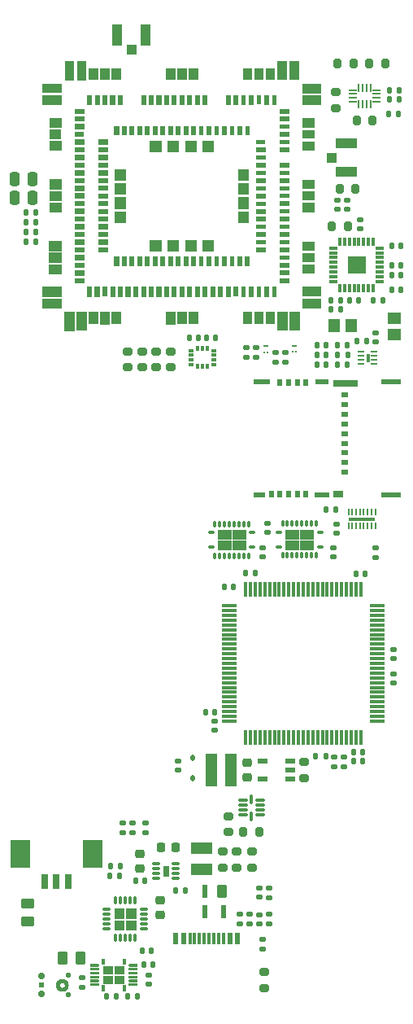
<source format=gtp>
%TF.GenerationSoftware,KiCad,Pcbnew,9.0.2-9.0.2-0~ubuntu25.04.1*%
%TF.CreationDate,2025-05-27T06:35:41+10:00*%
%TF.ProjectId,uq_phone,75715f70-686f-46e6-952e-6b696361645f,rev?*%
%TF.SameCoordinates,Original*%
%TF.FileFunction,Paste,Top*%
%TF.FilePolarity,Positive*%
%FSLAX46Y46*%
G04 Gerber Fmt 4.6, Leading zero omitted, Abs format (unit mm)*
G04 Created by KiCad (PCBNEW 9.0.2-9.0.2-0~ubuntu25.04.1) date 2025-05-27 06:35:41*
%MOMM*%
%LPD*%
G01*
G04 APERTURE LIST*
G04 Aperture macros list*
%AMRoundRect*
0 Rectangle with rounded corners*
0 $1 Rounding radius*
0 $2 $3 $4 $5 $6 $7 $8 $9 X,Y pos of 4 corners*
0 Add a 4 corners polygon primitive as box body*
4,1,4,$2,$3,$4,$5,$6,$7,$8,$9,$2,$3,0*
0 Add four circle primitives for the rounded corners*
1,1,$1+$1,$2,$3*
1,1,$1+$1,$4,$5*
1,1,$1+$1,$6,$7*
1,1,$1+$1,$8,$9*
0 Add four rect primitives between the rounded corners*
20,1,$1+$1,$2,$3,$4,$5,0*
20,1,$1+$1,$4,$5,$6,$7,0*
20,1,$1+$1,$6,$7,$8,$9,0*
20,1,$1+$1,$8,$9,$2,$3,0*%
G04 Aperture macros list end*
%ADD10C,0.010000*%
%ADD11RoundRect,0.140000X0.140000X0.170000X-0.140000X0.170000X-0.140000X-0.170000X0.140000X-0.170000X0*%
%ADD12RoundRect,0.027500X0.312500X0.082500X-0.312500X0.082500X-0.312500X-0.082500X0.312500X-0.082500X0*%
%ADD13R,1.470000X1.200000*%
%ADD14RoundRect,0.140000X-0.140000X-0.170000X0.140000X-0.170000X0.140000X0.170000X-0.140000X0.170000X0*%
%ADD15RoundRect,0.135000X-0.185000X0.135000X-0.185000X-0.135000X0.185000X-0.135000X0.185000X0.135000X0*%
%ADD16RoundRect,0.140000X0.170000X-0.140000X0.170000X0.140000X-0.170000X0.140000X-0.170000X-0.140000X0*%
%ADD17RoundRect,0.140000X-0.170000X0.140000X-0.170000X-0.140000X0.170000X-0.140000X0.170000X0.140000X0*%
%ADD18RoundRect,0.135000X0.185000X-0.135000X0.185000X0.135000X-0.185000X0.135000X-0.185000X-0.135000X0*%
%ADD19RoundRect,0.200000X-0.275000X0.200000X-0.275000X-0.200000X0.275000X-0.200000X0.275000X0.200000X0*%
%ADD20RoundRect,0.112500X-0.112500X0.187500X-0.112500X-0.187500X0.112500X-0.187500X0.112500X0.187500X0*%
%ADD21RoundRect,0.200000X-0.200000X-0.275000X0.200000X-0.275000X0.200000X0.275000X-0.200000X0.275000X0*%
%ADD22RoundRect,0.200000X0.275000X-0.200000X0.275000X0.200000X-0.275000X0.200000X-0.275000X-0.200000X0*%
%ADD23R,0.700000X0.600000*%
%ADD24R,0.600000X0.750000*%
%ADD25R,2.100000X0.500000*%
%ADD26R,2.600000X0.800000*%
%ADD27R,1.400000X0.500000*%
%ADD28R,1.800000X0.500000*%
%ADD29R,1.300000X0.500000*%
%ADD30R,1.500000X0.500000*%
%ADD31R,1.100000X0.800000*%
%ADD32R,1.000000X1.050000*%
%ADD33R,1.050000X2.200000*%
%ADD34RoundRect,0.135000X0.135000X0.185000X-0.135000X0.185000X-0.135000X-0.185000X0.135000X-0.185000X0*%
%ADD35RoundRect,0.135000X-0.135000X-0.185000X0.135000X-0.185000X0.135000X0.185000X-0.135000X0.185000X0*%
%ADD36RoundRect,0.250000X0.250000X0.475000X-0.250000X0.475000X-0.250000X-0.475000X0.250000X-0.475000X0*%
%ADD37RoundRect,0.250000X-0.262500X-0.450000X0.262500X-0.450000X0.262500X0.450000X-0.262500X0.450000X0*%
%ADD38RoundRect,0.027500X-0.082500X0.377500X-0.082500X-0.377500X0.082500X-0.377500X0.082500X0.377500X0*%
%ADD39RoundRect,0.027500X-0.377500X0.082500X-0.377500X-0.082500X0.377500X-0.082500X0.377500X0.082500X0*%
%ADD40RoundRect,0.225000X0.250000X-0.225000X0.250000X0.225000X-0.250000X0.225000X-0.250000X-0.225000X0*%
%ADD41RoundRect,0.035000X-0.345000X-0.105000X0.345000X-0.105000X0.345000X0.105000X-0.345000X0.105000X0*%
%ADD42R,1.054100X0.508000*%
%ADD43R,2.220000X1.200000*%
%ADD44RoundRect,0.200000X0.200000X0.275000X-0.200000X0.275000X-0.200000X-0.275000X0.200000X-0.275000X0*%
%ADD45R,1.300000X3.400000*%
%ADD46RoundRect,0.225000X0.225000X0.250000X-0.225000X0.250000X-0.225000X-0.250000X0.225000X-0.250000X0*%
%ADD47RoundRect,0.074250X0.420750X0.575750X-0.420750X0.575750X-0.420750X-0.575750X0.420750X-0.575750X0*%
%ADD48RoundRect,0.044250X0.250750X0.605750X-0.250750X0.605750X-0.250750X-0.605750X0.250750X-0.605750X0*%
%ADD49RoundRect,0.033750X-0.446250X-0.101250X0.446250X-0.101250X0.446250X0.101250X-0.446250X0.101250X0*%
%ADD50RoundRect,0.033750X-0.101250X-0.446250X0.101250X-0.446250X0.101250X0.446250X-0.101250X0.446250X0*%
%ADD51RoundRect,0.075000X0.725000X0.075000X-0.725000X0.075000X-0.725000X-0.075000X0.725000X-0.075000X0*%
%ADD52RoundRect,0.075000X0.075000X0.725000X-0.075000X0.725000X-0.075000X-0.725000X0.075000X-0.725000X0*%
%ADD53C,0.720000*%
%ADD54C,0.560000*%
%ADD55C,0.610000*%
%ADD56RoundRect,0.065000X-0.065000X0.355000X-0.065000X-0.355000X0.065000X-0.355000X0.065000X0.355000X0*%
%ADD57RoundRect,0.065000X-0.355000X0.065000X-0.355000X-0.065000X0.355000X-0.065000X0.355000X0.065000X0*%
%ADD58R,0.254000X0.660400*%
%ADD59R,2.794000X0.406400*%
%ADD60R,0.600000X1.150000*%
%ADD61R,0.300000X1.150000*%
%ADD62RoundRect,0.250000X-0.450000X0.262500X-0.450000X-0.262500X0.450000X-0.262500X0.450000X0.262500X0*%
%ADD63R,0.800000X1.600000*%
%ADD64R,2.100000X3.000000*%
%ADD65RoundRect,0.006000X-0.294000X0.114000X-0.294000X-0.114000X0.294000X-0.114000X0.294000X0.114000X0*%
%ADD66RoundRect,0.006000X-0.114000X0.294000X-0.114000X-0.294000X0.114000X-0.294000X0.114000X0.294000X0*%
%ADD67R,0.533400X0.304800*%
%ADD68R,0.304800X0.533400*%
%ADD69R,0.170000X0.280000*%
%ADD70R,0.520000X0.280000*%
%ADD71R,1.200000X1.470000*%
%ADD72RoundRect,0.225000X-0.250000X0.225000X-0.250000X-0.225000X0.250000X-0.225000X0.250000X0.225000X0*%
%ADD73RoundRect,0.024700X0.395300X0.105300X-0.395300X0.105300X-0.395300X-0.105300X0.395300X-0.105300X0*%
%ADD74RoundRect,0.024700X0.105300X0.395300X-0.105300X0.395300X-0.105300X-0.395300X0.105300X-0.395300X0*%
%ADD75R,1.050000X1.000000*%
%ADD76R,2.200000X1.050000*%
G04 APERTURE END LIST*
D10*
%TO.C,U10*%
X65630000Y-104480000D02*
X65370000Y-104480000D01*
X65370000Y-103720000D01*
X65630000Y-103720000D01*
X65630000Y-104480000D01*
G36*
X65630000Y-104480000D02*
G01*
X65370000Y-104480000D01*
X65370000Y-103720000D01*
X65630000Y-103720000D01*
X65630000Y-104480000D01*
G37*
%TO.C,U2*%
X44784000Y-158006000D02*
X44216000Y-158006000D01*
X44216000Y-156994000D01*
X44784000Y-156994000D01*
X44784000Y-158006000D01*
G36*
X44784000Y-158006000D02*
G01*
X44216000Y-158006000D01*
X44216000Y-156994000D01*
X44784000Y-156994000D01*
X44784000Y-158006000D01*
G37*
%TO.C,MK1*%
X33707000Y-168731000D02*
X33740000Y-168733000D01*
X33772000Y-168738000D01*
X33804000Y-168744000D01*
X33835000Y-168751000D01*
X33867000Y-168760000D01*
X33897000Y-168771000D01*
X33927000Y-168784000D01*
X33956000Y-168798000D01*
X33985000Y-168813000D01*
X34013000Y-168830000D01*
X34039000Y-168848000D01*
X34065000Y-168868000D01*
X34090000Y-168889000D01*
X34113000Y-168912000D01*
X34136000Y-168935000D01*
X34157000Y-168960000D01*
X34177000Y-168986000D01*
X34195000Y-169012000D01*
X34212000Y-169040000D01*
X34227000Y-169069000D01*
X34241000Y-169098000D01*
X34254000Y-169128000D01*
X34265000Y-169158000D01*
X34274000Y-169190000D01*
X34281000Y-169221000D01*
X34287000Y-169253000D01*
X34292000Y-169285000D01*
X34294000Y-169318000D01*
X34295000Y-169350000D01*
X33980000Y-169350000D01*
X33980000Y-169334000D01*
X33978000Y-169318000D01*
X33976000Y-169302000D01*
X33973000Y-169287000D01*
X33970000Y-169271000D01*
X33965000Y-169256000D01*
X33960000Y-169241000D01*
X33954000Y-169226000D01*
X33947000Y-169212000D01*
X33939000Y-169197000D01*
X33931000Y-169184000D01*
X33922000Y-169171000D01*
X33912000Y-169158000D01*
X33902000Y-169146000D01*
X33891000Y-169134000D01*
X33879000Y-169123000D01*
X33867000Y-169113000D01*
X33854000Y-169103000D01*
X33841000Y-169094000D01*
X33827000Y-169086000D01*
X33813000Y-169078000D01*
X33799000Y-169071000D01*
X33784000Y-169065000D01*
X33769000Y-169060000D01*
X33754000Y-169055000D01*
X33738000Y-169052000D01*
X33723000Y-169049000D01*
X33707000Y-169047000D01*
X33691000Y-169045000D01*
X33675000Y-169045000D01*
X33659000Y-169045000D01*
X33643000Y-169047000D01*
X33627000Y-169049000D01*
X33612000Y-169052000D01*
X33596000Y-169055000D01*
X33581000Y-169060000D01*
X33566000Y-169065000D01*
X33551000Y-169071000D01*
X33537000Y-169078000D01*
X33523000Y-169086000D01*
X33509000Y-169094000D01*
X33496000Y-169103000D01*
X33483000Y-169113000D01*
X33471000Y-169123000D01*
X33459000Y-169134000D01*
X33448000Y-169146000D01*
X33438000Y-169158000D01*
X33428000Y-169171000D01*
X33419000Y-169184000D01*
X33411000Y-169198000D01*
X33403000Y-169212000D01*
X33396000Y-169226000D01*
X33390000Y-169241000D01*
X33385000Y-169256000D01*
X33380000Y-169271000D01*
X33377000Y-169287000D01*
X33374000Y-169302000D01*
X33372000Y-169318000D01*
X33370000Y-169334000D01*
X33370000Y-169350000D01*
X33055000Y-169350000D01*
X33056000Y-169318000D01*
X33058000Y-169285000D01*
X33063000Y-169253000D01*
X33069000Y-169221000D01*
X33076000Y-169190000D01*
X33085000Y-169158000D01*
X33096000Y-169128000D01*
X33109000Y-169098000D01*
X33123000Y-169069000D01*
X33138000Y-169040000D01*
X33155000Y-169012000D01*
X33173000Y-168986000D01*
X33193000Y-168960000D01*
X33214000Y-168935000D01*
X33237000Y-168912000D01*
X33260000Y-168889000D01*
X33285000Y-168868000D01*
X33311000Y-168848000D01*
X33337000Y-168830000D01*
X33365000Y-168813000D01*
X33394000Y-168798000D01*
X33423000Y-168784000D01*
X33453000Y-168771000D01*
X33483000Y-168760000D01*
X33515000Y-168751000D01*
X33546000Y-168744000D01*
X33578000Y-168738000D01*
X33610000Y-168733000D01*
X33643000Y-168731000D01*
X33675000Y-168730000D01*
X33707000Y-168731000D01*
G36*
X33707000Y-168731000D02*
G01*
X33740000Y-168733000D01*
X33772000Y-168738000D01*
X33804000Y-168744000D01*
X33835000Y-168751000D01*
X33867000Y-168760000D01*
X33897000Y-168771000D01*
X33927000Y-168784000D01*
X33956000Y-168798000D01*
X33985000Y-168813000D01*
X34013000Y-168830000D01*
X34039000Y-168848000D01*
X34065000Y-168868000D01*
X34090000Y-168889000D01*
X34113000Y-168912000D01*
X34136000Y-168935000D01*
X34157000Y-168960000D01*
X34177000Y-168986000D01*
X34195000Y-169012000D01*
X34212000Y-169040000D01*
X34227000Y-169069000D01*
X34241000Y-169098000D01*
X34254000Y-169128000D01*
X34265000Y-169158000D01*
X34274000Y-169190000D01*
X34281000Y-169221000D01*
X34287000Y-169253000D01*
X34292000Y-169285000D01*
X34294000Y-169318000D01*
X34295000Y-169350000D01*
X33980000Y-169350000D01*
X33980000Y-169334000D01*
X33978000Y-169318000D01*
X33976000Y-169302000D01*
X33973000Y-169287000D01*
X33970000Y-169271000D01*
X33965000Y-169256000D01*
X33960000Y-169241000D01*
X33954000Y-169226000D01*
X33947000Y-169212000D01*
X33939000Y-169197000D01*
X33931000Y-169184000D01*
X33922000Y-169171000D01*
X33912000Y-169158000D01*
X33902000Y-169146000D01*
X33891000Y-169134000D01*
X33879000Y-169123000D01*
X33867000Y-169113000D01*
X33854000Y-169103000D01*
X33841000Y-169094000D01*
X33827000Y-169086000D01*
X33813000Y-169078000D01*
X33799000Y-169071000D01*
X33784000Y-169065000D01*
X33769000Y-169060000D01*
X33754000Y-169055000D01*
X33738000Y-169052000D01*
X33723000Y-169049000D01*
X33707000Y-169047000D01*
X33691000Y-169045000D01*
X33675000Y-169045000D01*
X33659000Y-169045000D01*
X33643000Y-169047000D01*
X33627000Y-169049000D01*
X33612000Y-169052000D01*
X33596000Y-169055000D01*
X33581000Y-169060000D01*
X33566000Y-169065000D01*
X33551000Y-169071000D01*
X33537000Y-169078000D01*
X33523000Y-169086000D01*
X33509000Y-169094000D01*
X33496000Y-169103000D01*
X33483000Y-169113000D01*
X33471000Y-169123000D01*
X33459000Y-169134000D01*
X33448000Y-169146000D01*
X33438000Y-169158000D01*
X33428000Y-169171000D01*
X33419000Y-169184000D01*
X33411000Y-169198000D01*
X33403000Y-169212000D01*
X33396000Y-169226000D01*
X33390000Y-169241000D01*
X33385000Y-169256000D01*
X33380000Y-169271000D01*
X33377000Y-169287000D01*
X33374000Y-169302000D01*
X33372000Y-169318000D01*
X33370000Y-169334000D01*
X33370000Y-169350000D01*
X33055000Y-169350000D01*
X33056000Y-169318000D01*
X33058000Y-169285000D01*
X33063000Y-169253000D01*
X33069000Y-169221000D01*
X33076000Y-169190000D01*
X33085000Y-169158000D01*
X33096000Y-169128000D01*
X33109000Y-169098000D01*
X33123000Y-169069000D01*
X33138000Y-169040000D01*
X33155000Y-169012000D01*
X33173000Y-168986000D01*
X33193000Y-168960000D01*
X33214000Y-168935000D01*
X33237000Y-168912000D01*
X33260000Y-168889000D01*
X33285000Y-168868000D01*
X33311000Y-168848000D01*
X33337000Y-168830000D01*
X33365000Y-168813000D01*
X33394000Y-168798000D01*
X33423000Y-168784000D01*
X33453000Y-168771000D01*
X33483000Y-168760000D01*
X33515000Y-168751000D01*
X33546000Y-168744000D01*
X33578000Y-168738000D01*
X33610000Y-168733000D01*
X33643000Y-168731000D01*
X33675000Y-168730000D01*
X33707000Y-168731000D01*
G37*
X33370000Y-169366000D02*
X33372000Y-169382000D01*
X33374000Y-169398000D01*
X33377000Y-169413000D01*
X33380000Y-169429000D01*
X33385000Y-169444000D01*
X33390000Y-169459000D01*
X33396000Y-169474000D01*
X33403000Y-169488000D01*
X33411000Y-169502000D01*
X33419000Y-169516000D01*
X33428000Y-169529000D01*
X33438000Y-169542000D01*
X33448000Y-169554000D01*
X33459000Y-169566000D01*
X33471000Y-169577000D01*
X33483000Y-169587000D01*
X33496000Y-169597000D01*
X33509000Y-169606000D01*
X33523000Y-169614000D01*
X33537000Y-169622000D01*
X33551000Y-169629000D01*
X33566000Y-169635000D01*
X33581000Y-169640000D01*
X33596000Y-169645000D01*
X33612000Y-169648000D01*
X33627000Y-169651000D01*
X33643000Y-169653000D01*
X33659000Y-169655000D01*
X33675000Y-169655000D01*
X33691000Y-169655000D01*
X33707000Y-169653000D01*
X33723000Y-169651000D01*
X33738000Y-169648000D01*
X33754000Y-169645000D01*
X33769000Y-169640000D01*
X33784000Y-169635000D01*
X33799000Y-169629000D01*
X33813000Y-169622000D01*
X33828000Y-169614000D01*
X33841000Y-169606000D01*
X33854000Y-169597000D01*
X33867000Y-169587000D01*
X33879000Y-169577000D01*
X33891000Y-169566000D01*
X33902000Y-169554000D01*
X33912000Y-169542000D01*
X33922000Y-169529000D01*
X33931000Y-169516000D01*
X33939000Y-169503000D01*
X33947000Y-169488000D01*
X33954000Y-169474000D01*
X33960000Y-169459000D01*
X33965000Y-169444000D01*
X33970000Y-169429000D01*
X33973000Y-169413000D01*
X33976000Y-169398000D01*
X33978000Y-169382000D01*
X33980000Y-169366000D01*
X33980000Y-169350000D01*
X34295000Y-169350000D01*
X34294000Y-169382000D01*
X34292000Y-169415000D01*
X34287000Y-169447000D01*
X34281000Y-169479000D01*
X34274000Y-169510000D01*
X34265000Y-169542000D01*
X34254000Y-169572000D01*
X34241000Y-169602000D01*
X34227000Y-169631000D01*
X34212000Y-169660000D01*
X34195000Y-169688000D01*
X34177000Y-169714000D01*
X34157000Y-169740000D01*
X34136000Y-169765000D01*
X34113000Y-169788000D01*
X34090000Y-169811000D01*
X34065000Y-169832000D01*
X34039000Y-169852000D01*
X34013000Y-169870000D01*
X33985000Y-169887000D01*
X33956000Y-169902000D01*
X33927000Y-169916000D01*
X33897000Y-169929000D01*
X33867000Y-169940000D01*
X33835000Y-169949000D01*
X33804000Y-169956000D01*
X33772000Y-169962000D01*
X33740000Y-169967000D01*
X33707000Y-169969000D01*
X33675000Y-169970000D01*
X33643000Y-169969000D01*
X33610000Y-169967000D01*
X33578000Y-169962000D01*
X33546000Y-169956000D01*
X33515000Y-169949000D01*
X33483000Y-169940000D01*
X33453000Y-169929000D01*
X33423000Y-169916000D01*
X33394000Y-169902000D01*
X33365000Y-169887000D01*
X33337000Y-169870000D01*
X33311000Y-169852000D01*
X33285000Y-169832000D01*
X33260000Y-169811000D01*
X33237000Y-169788000D01*
X33214000Y-169765000D01*
X33193000Y-169740000D01*
X33173000Y-169714000D01*
X33155000Y-169688000D01*
X33138000Y-169660000D01*
X33123000Y-169631000D01*
X33109000Y-169602000D01*
X33096000Y-169572000D01*
X33085000Y-169542000D01*
X33076000Y-169510000D01*
X33069000Y-169479000D01*
X33063000Y-169447000D01*
X33058000Y-169415000D01*
X33056000Y-169382000D01*
X33055000Y-169350000D01*
X33370000Y-169350000D01*
X33370000Y-169366000D01*
G36*
X33370000Y-169366000D02*
G01*
X33372000Y-169382000D01*
X33374000Y-169398000D01*
X33377000Y-169413000D01*
X33380000Y-169429000D01*
X33385000Y-169444000D01*
X33390000Y-169459000D01*
X33396000Y-169474000D01*
X33403000Y-169488000D01*
X33411000Y-169502000D01*
X33419000Y-169516000D01*
X33428000Y-169529000D01*
X33438000Y-169542000D01*
X33448000Y-169554000D01*
X33459000Y-169566000D01*
X33471000Y-169577000D01*
X33483000Y-169587000D01*
X33496000Y-169597000D01*
X33509000Y-169606000D01*
X33523000Y-169614000D01*
X33537000Y-169622000D01*
X33551000Y-169629000D01*
X33566000Y-169635000D01*
X33581000Y-169640000D01*
X33596000Y-169645000D01*
X33612000Y-169648000D01*
X33627000Y-169651000D01*
X33643000Y-169653000D01*
X33659000Y-169655000D01*
X33675000Y-169655000D01*
X33691000Y-169655000D01*
X33707000Y-169653000D01*
X33723000Y-169651000D01*
X33738000Y-169648000D01*
X33754000Y-169645000D01*
X33769000Y-169640000D01*
X33784000Y-169635000D01*
X33799000Y-169629000D01*
X33813000Y-169622000D01*
X33828000Y-169614000D01*
X33841000Y-169606000D01*
X33854000Y-169597000D01*
X33867000Y-169587000D01*
X33879000Y-169577000D01*
X33891000Y-169566000D01*
X33902000Y-169554000D01*
X33912000Y-169542000D01*
X33922000Y-169529000D01*
X33931000Y-169516000D01*
X33939000Y-169503000D01*
X33947000Y-169488000D01*
X33954000Y-169474000D01*
X33960000Y-169459000D01*
X33965000Y-169444000D01*
X33970000Y-169429000D01*
X33973000Y-169413000D01*
X33976000Y-169398000D01*
X33978000Y-169382000D01*
X33980000Y-169366000D01*
X33980000Y-169350000D01*
X34295000Y-169350000D01*
X34294000Y-169382000D01*
X34292000Y-169415000D01*
X34287000Y-169447000D01*
X34281000Y-169479000D01*
X34274000Y-169510000D01*
X34265000Y-169542000D01*
X34254000Y-169572000D01*
X34241000Y-169602000D01*
X34227000Y-169631000D01*
X34212000Y-169660000D01*
X34195000Y-169688000D01*
X34177000Y-169714000D01*
X34157000Y-169740000D01*
X34136000Y-169765000D01*
X34113000Y-169788000D01*
X34090000Y-169811000D01*
X34065000Y-169832000D01*
X34039000Y-169852000D01*
X34013000Y-169870000D01*
X33985000Y-169887000D01*
X33956000Y-169902000D01*
X33927000Y-169916000D01*
X33897000Y-169929000D01*
X33867000Y-169940000D01*
X33835000Y-169949000D01*
X33804000Y-169956000D01*
X33772000Y-169962000D01*
X33740000Y-169967000D01*
X33707000Y-169969000D01*
X33675000Y-169970000D01*
X33643000Y-169969000D01*
X33610000Y-169967000D01*
X33578000Y-169962000D01*
X33546000Y-169956000D01*
X33515000Y-169949000D01*
X33483000Y-169940000D01*
X33453000Y-169929000D01*
X33423000Y-169916000D01*
X33394000Y-169902000D01*
X33365000Y-169887000D01*
X33337000Y-169870000D01*
X33311000Y-169852000D01*
X33285000Y-169832000D01*
X33260000Y-169811000D01*
X33237000Y-169788000D01*
X33214000Y-169765000D01*
X33193000Y-169740000D01*
X33173000Y-169714000D01*
X33155000Y-169688000D01*
X33138000Y-169660000D01*
X33123000Y-169631000D01*
X33109000Y-169602000D01*
X33096000Y-169572000D01*
X33085000Y-169542000D01*
X33076000Y-169510000D01*
X33069000Y-169479000D01*
X33063000Y-169447000D01*
X33058000Y-169415000D01*
X33056000Y-169382000D01*
X33055000Y-169350000D01*
X33370000Y-169350000D01*
X33370000Y-169366000D01*
G37*
%TO.C,U1*%
X40120000Y-162370000D02*
X39160000Y-162370000D01*
X39160000Y-161410000D01*
X40120000Y-161410000D01*
X40120000Y-162370000D01*
G36*
X40120000Y-162370000D02*
G01*
X39160000Y-162370000D01*
X39160000Y-161410000D01*
X40120000Y-161410000D01*
X40120000Y-162370000D01*
G37*
X40120000Y-163590000D02*
X39160000Y-163590000D01*
X39160000Y-162630000D01*
X40120000Y-162630000D01*
X40120000Y-163590000D01*
G36*
X40120000Y-163590000D02*
G01*
X39160000Y-163590000D01*
X39160000Y-162630000D01*
X40120000Y-162630000D01*
X40120000Y-163590000D01*
G37*
X41340000Y-162370000D02*
X40380000Y-162370000D01*
X40380000Y-161410000D01*
X41340000Y-161410000D01*
X41340000Y-162370000D01*
G36*
X41340000Y-162370000D02*
G01*
X40380000Y-162370000D01*
X40380000Y-161410000D01*
X41340000Y-161410000D01*
X41340000Y-162370000D01*
G37*
X41340000Y-163590000D02*
X40380000Y-163590000D01*
X40380000Y-162630000D01*
X41340000Y-162630000D01*
X41340000Y-163590000D01*
G36*
X41340000Y-163590000D02*
G01*
X40380000Y-163590000D01*
X40380000Y-162630000D01*
X41340000Y-162630000D01*
X41340000Y-163590000D01*
G37*
%TO.C,U5*%
X51245000Y-122950000D02*
X49915000Y-122950000D01*
X49915000Y-122030000D01*
X51245000Y-122030000D01*
X51245000Y-122950000D01*
G36*
X51245000Y-122950000D02*
G01*
X49915000Y-122950000D01*
X49915000Y-122030000D01*
X51245000Y-122030000D01*
X51245000Y-122950000D01*
G37*
X51245000Y-124070000D02*
X49915000Y-124070000D01*
X49915000Y-123150000D01*
X51245000Y-123150000D01*
X51245000Y-124070000D01*
G36*
X51245000Y-124070000D02*
G01*
X49915000Y-124070000D01*
X49915000Y-123150000D01*
X51245000Y-123150000D01*
X51245000Y-124070000D01*
G37*
X52785000Y-122950000D02*
X51455000Y-122950000D01*
X51455000Y-122030000D01*
X52785000Y-122030000D01*
X52785000Y-122950000D01*
G36*
X52785000Y-122950000D02*
G01*
X51455000Y-122950000D01*
X51455000Y-122030000D01*
X52785000Y-122030000D01*
X52785000Y-122950000D01*
G37*
X52785000Y-124070000D02*
X51455000Y-124070000D01*
X51455000Y-123150000D01*
X52785000Y-123150000D01*
X52785000Y-124070000D01*
G36*
X52785000Y-124070000D02*
G01*
X51455000Y-124070000D01*
X51455000Y-123150000D01*
X52785000Y-123150000D01*
X52785000Y-124070000D01*
G37*
%TO.C,U4*%
X33587500Y-77746680D02*
X31625000Y-77746680D01*
X31625000Y-76837500D01*
X33587500Y-76837500D01*
X33587500Y-77746680D01*
G36*
X33587500Y-77746680D02*
G01*
X31625000Y-77746680D01*
X31625000Y-76837500D01*
X33587500Y-76837500D01*
X33587500Y-77746680D01*
G37*
X33587500Y-76495000D02*
X31630300Y-76495000D01*
X31630300Y-75587500D01*
X33587500Y-75587500D01*
X33587500Y-76495000D01*
G36*
X33587500Y-76495000D02*
G01*
X31630300Y-76495000D01*
X31630300Y-75587500D01*
X33587500Y-75587500D01*
X33587500Y-76495000D01*
G37*
X33587500Y-98933000D02*
X31631100Y-98933000D01*
X31631100Y-97937500D01*
X33587500Y-97937500D01*
X33587500Y-98933000D01*
G36*
X33587500Y-98933000D02*
G01*
X31631100Y-98933000D01*
X31631100Y-97937500D01*
X33587500Y-97937500D01*
X33587500Y-98933000D01*
G37*
X33587500Y-97676400D02*
X31633300Y-97676400D01*
X31633300Y-96687500D01*
X33587500Y-96687500D01*
X33587500Y-97676400D01*
G36*
X33587500Y-97676400D02*
G01*
X31633300Y-97676400D01*
X31633300Y-96687500D01*
X33587500Y-96687500D01*
X33587500Y-97676400D01*
G37*
X33568710Y-92934310D02*
X32340690Y-92934310D01*
X32340690Y-91968710D01*
X33568710Y-91968710D01*
X33568710Y-92934310D01*
G36*
X33568710Y-92934310D02*
G01*
X32340690Y-92934310D01*
X32340690Y-91968710D01*
X33568710Y-91968710D01*
X33568710Y-92934310D01*
G37*
X33576490Y-95331990D02*
X32343010Y-95331990D01*
X32343010Y-94376490D01*
X33576490Y-94376490D01*
X33576490Y-95331990D01*
G36*
X33576490Y-95331990D02*
G01*
X32343010Y-95331990D01*
X32343010Y-94376490D01*
X33576490Y-94376490D01*
X33576490Y-95331990D01*
G37*
X33574195Y-94128895D02*
X32346105Y-94128895D01*
X32346105Y-93174195D01*
X33574195Y-93174195D01*
X33574195Y-94128895D01*
G36*
X33574195Y-94128895D02*
G01*
X32346105Y-94128895D01*
X32346105Y-93174195D01*
X33574195Y-93174195D01*
X33574195Y-94128895D01*
G37*
X33550459Y-87727960D02*
X32347040Y-87727960D01*
X32347040Y-86750459D01*
X33550459Y-86750459D01*
X33550459Y-87727960D01*
G36*
X33550459Y-87727960D02*
G01*
X32347040Y-87727960D01*
X32347040Y-86750459D01*
X33550459Y-86750459D01*
X33550459Y-87727960D01*
G37*
X33560435Y-88922835D02*
X32352165Y-88922835D01*
X32352165Y-87960435D01*
X33560435Y-87960435D01*
X33560435Y-88922835D01*
G36*
X33560435Y-88922835D02*
G01*
X32352165Y-88922835D01*
X32352165Y-87960435D01*
X33560435Y-87960435D01*
X33560435Y-88922835D01*
G37*
X33559466Y-86513166D02*
X32361834Y-86513166D01*
X32361834Y-85559466D01*
X33559466Y-85559466D01*
X33559466Y-86513166D01*
G36*
X33559466Y-86513166D02*
G01*
X32361834Y-86513166D01*
X32361834Y-85559466D01*
X33559466Y-85559466D01*
X33559466Y-86513166D01*
G37*
X33531290Y-81310090D02*
X32364910Y-81310090D01*
X32364910Y-80331290D01*
X33531290Y-80331290D01*
X33531290Y-81310090D01*
G36*
X33531290Y-81310090D02*
G01*
X32364910Y-81310090D01*
X32364910Y-80331290D01*
X33531290Y-80331290D01*
X33531290Y-81310090D01*
G37*
X33549355Y-82506355D02*
X32368645Y-82506355D01*
X32368645Y-81549355D01*
X33549355Y-81549355D01*
X33549355Y-82506355D01*
G36*
X33549355Y-82506355D02*
G01*
X32368645Y-82506355D01*
X32368645Y-81549355D01*
X33549355Y-81549355D01*
X33549355Y-82506355D01*
G37*
X33550165Y-80099465D02*
X32375535Y-80099465D01*
X32375535Y-79150165D01*
X33550165Y-79150165D01*
X33550165Y-80099465D01*
G36*
X33550165Y-80099465D02*
G01*
X32375535Y-80099465D01*
X32375535Y-79150165D01*
X33550165Y-79150165D01*
X33550165Y-80099465D01*
G37*
X34939150Y-101237350D02*
X33937650Y-101237350D01*
X33937650Y-99289150D01*
X34939150Y-99289150D01*
X34939150Y-101237350D01*
G36*
X34939150Y-101237350D02*
G01*
X33937650Y-101237350D01*
X33937650Y-99289150D01*
X34939150Y-99289150D01*
X34939150Y-101237350D01*
G37*
X34875500Y-75187700D02*
X33987300Y-75187700D01*
X33987300Y-73225500D01*
X34875500Y-73225500D01*
X34875500Y-75187700D01*
G36*
X34875500Y-75187700D02*
G01*
X33987300Y-75187700D01*
X33987300Y-73225500D01*
X34875500Y-73225500D01*
X34875500Y-75187700D01*
G37*
X35930100Y-92297600D02*
X34977400Y-92297600D01*
X34977400Y-91810100D01*
X35930100Y-91810100D01*
X35930100Y-92297600D01*
G36*
X35930100Y-92297600D02*
G01*
X34977400Y-92297600D01*
X34977400Y-91810100D01*
X35930100Y-91810100D01*
X35930100Y-92297600D01*
G37*
X35942325Y-95489325D02*
X34985675Y-95489325D01*
X34985675Y-95022325D01*
X35942325Y-95022325D01*
X35942325Y-95489325D01*
G36*
X35942325Y-95489325D02*
G01*
X34985675Y-95489325D01*
X34985675Y-95022325D01*
X35942325Y-95022325D01*
X35942325Y-95489325D01*
G37*
X35936690Y-93085590D02*
X34989410Y-93085590D01*
X34989410Y-92616690D01*
X35936690Y-92616690D01*
X35936690Y-93085590D01*
G36*
X35936690Y-93085590D02*
G01*
X34989410Y-93085590D01*
X34989410Y-92616690D01*
X35936690Y-92616690D01*
X35936690Y-93085590D01*
G37*
X35944525Y-96284625D02*
X34990375Y-96284625D01*
X34990375Y-95824525D01*
X35944525Y-95824525D01*
X35944525Y-96284625D01*
G36*
X35944525Y-96284625D02*
G01*
X34990375Y-96284625D01*
X34990375Y-95824525D01*
X35944525Y-95824525D01*
X35944525Y-96284625D01*
G37*
X35921450Y-87475851D02*
X34999149Y-87475851D01*
X34999149Y-87001450D01*
X35921450Y-87001450D01*
X35921450Y-87475851D01*
G36*
X35921450Y-87475851D02*
G01*
X34999149Y-87475851D01*
X34999149Y-87001450D01*
X35921450Y-87001450D01*
X35921450Y-87475851D01*
G37*
X35927040Y-88273340D02*
X35001660Y-88273340D01*
X35001660Y-87807040D01*
X35927040Y-87807040D01*
X35927040Y-88273340D01*
G36*
X35927040Y-88273340D02*
G01*
X35001660Y-88273340D01*
X35001660Y-87807040D01*
X35927040Y-87807040D01*
X35927040Y-88273340D01*
G37*
X35932645Y-89872945D02*
X35002055Y-89872945D01*
X35002055Y-89412645D01*
X35932645Y-89412645D01*
X35932645Y-89872945D01*
G36*
X35932645Y-89872945D02*
G01*
X35002055Y-89872945D01*
X35002055Y-89412645D01*
X35932645Y-89412645D01*
X35932645Y-89872945D01*
G37*
X35935625Y-90671425D02*
X35003575Y-90671425D01*
X35003575Y-90215625D01*
X35935625Y-90215625D01*
X35935625Y-90671425D01*
G36*
X35935625Y-90671425D02*
G01*
X35003575Y-90671425D01*
X35003575Y-90215625D01*
X35935625Y-90215625D01*
X35935625Y-90671425D01*
G37*
X35943430Y-94671130D02*
X35003870Y-94671130D01*
X35003870Y-94223430D01*
X35943430Y-94223430D01*
X35943430Y-94671130D01*
G36*
X35943430Y-94671130D02*
G01*
X35003870Y-94671130D01*
X35003870Y-94223430D01*
X35943430Y-94223430D01*
X35943430Y-94671130D01*
G37*
X35922748Y-86670748D02*
X35004251Y-86670748D01*
X35004251Y-86202748D01*
X35922748Y-86202748D01*
X35922748Y-86670748D01*
G36*
X35922748Y-86670748D02*
G01*
X35004251Y-86670748D01*
X35004251Y-86202748D01*
X35922748Y-86202748D01*
X35922748Y-86670748D01*
G37*
X35932145Y-89070045D02*
X35004955Y-89070045D01*
X35004955Y-88612145D01*
X35932145Y-88612145D01*
X35932145Y-89070045D01*
G36*
X35932145Y-89070045D02*
G01*
X35004955Y-89070045D01*
X35004955Y-88612145D01*
X35932145Y-88612145D01*
X35932145Y-89070045D01*
G37*
X35942550Y-93869450D02*
X35005550Y-93869450D01*
X35005550Y-93422550D01*
X35942550Y-93422550D01*
X35942550Y-93869450D01*
G36*
X35942550Y-93869450D02*
G01*
X35005550Y-93869450D01*
X35005550Y-93422550D01*
X35942550Y-93422550D01*
X35942550Y-93869450D01*
G37*
X35924070Y-85866470D02*
X35008530Y-85866470D01*
X35008530Y-85404070D01*
X35924070Y-85404070D01*
X35924070Y-85866470D01*
G36*
X35924070Y-85866470D02*
G01*
X35008530Y-85866470D01*
X35008530Y-85404070D01*
X35924070Y-85404070D01*
X35924070Y-85866470D01*
G37*
X35911905Y-83465605D02*
X35009395Y-83465605D01*
X35009395Y-82991905D01*
X35911905Y-82991905D01*
X35911905Y-83465605D01*
G36*
X35911905Y-83465605D02*
G01*
X35009395Y-83465605D01*
X35009395Y-82991905D01*
X35911905Y-82991905D01*
X35911905Y-83465605D01*
G37*
X35921990Y-85065290D02*
X35009710Y-85065290D01*
X35009710Y-84601990D01*
X35921990Y-84601990D01*
X35921990Y-85065290D01*
G36*
X35921990Y-85065290D02*
G01*
X35009710Y-85065290D01*
X35009710Y-84601990D01*
X35921990Y-84601990D01*
X35921990Y-85065290D01*
G37*
X35940960Y-91463160D02*
X35011840Y-91463160D01*
X35011840Y-91020960D01*
X35940960Y-91020960D01*
X35940960Y-91463160D01*
G36*
X35940960Y-91463160D02*
G01*
X35011840Y-91463160D01*
X35011840Y-91020960D01*
X35940960Y-91020960D01*
X35940960Y-91463160D01*
G37*
X35902035Y-81060835D02*
X35014165Y-81060835D01*
X35014165Y-80582035D01*
X35902035Y-80582035D01*
X35902035Y-81060835D01*
G36*
X35902035Y-81060835D02*
G01*
X35014165Y-81060835D01*
X35014165Y-80582035D01*
X35902035Y-80582035D01*
X35902035Y-81060835D01*
G37*
X35918030Y-82660130D02*
X35014870Y-82660130D01*
X35014870Y-82198030D01*
X35918030Y-82198030D01*
X35918030Y-82660130D01*
G36*
X35918030Y-82660130D02*
G01*
X35014870Y-82660130D01*
X35014870Y-82198030D01*
X35918030Y-82198030D01*
X35918030Y-82660130D01*
G37*
X35926645Y-84259945D02*
X35015055Y-84259945D01*
X35015055Y-83806645D01*
X35926645Y-83806645D01*
X35926645Y-84259945D01*
G36*
X35926645Y-84259945D02*
G01*
X35015055Y-84259945D01*
X35015055Y-83806645D01*
X35926645Y-83806645D01*
X35926645Y-84259945D01*
G37*
X35926720Y-81854920D02*
X35020080Y-81854920D01*
X35020080Y-81406720D01*
X35926720Y-81406720D01*
X35926720Y-81854920D01*
G36*
X35926720Y-81854920D02*
G01*
X35020080Y-81854920D01*
X35020080Y-81406720D01*
X35926720Y-81406720D01*
X35926720Y-81854920D01*
G37*
X35920095Y-80253895D02*
X35021105Y-80253895D01*
X35021105Y-79800095D01*
X35920095Y-79800095D01*
X35920095Y-80253895D01*
G36*
X35920095Y-80253895D02*
G01*
X35021105Y-80253895D01*
X35021105Y-79800095D01*
X35920095Y-79800095D01*
X35920095Y-80253895D01*
G37*
X35919280Y-79452580D02*
X35022420Y-79452580D01*
X35022420Y-78999280D01*
X35919280Y-78999280D01*
X35919280Y-79452580D01*
G36*
X35919280Y-79452580D02*
G01*
X35022420Y-79452580D01*
X35022420Y-78999280D01*
X35919280Y-78999280D01*
X35919280Y-79452580D01*
G37*
X35932175Y-78649475D02*
X35025525Y-78649475D01*
X35025525Y-78212175D01*
X35932175Y-78212175D01*
X35932175Y-78649475D01*
G36*
X35932175Y-78649475D02*
G01*
X35025525Y-78649475D01*
X35025525Y-78212175D01*
X35932175Y-78212175D01*
X35932175Y-78649475D01*
G37*
X36190150Y-101218850D02*
X35206150Y-101218850D01*
X35206150Y-99290150D01*
X36190150Y-99290150D01*
X36190150Y-101218850D01*
G36*
X36190150Y-101218850D02*
G01*
X35206150Y-101218850D01*
X35206150Y-99290150D01*
X36190150Y-99290150D01*
X36190150Y-101218850D01*
G37*
X36133300Y-75184900D02*
X35240100Y-75184900D01*
X35240100Y-73233300D01*
X36133300Y-73233300D01*
X36133300Y-75184900D01*
G36*
X36133300Y-75184900D02*
G01*
X35240100Y-75184900D01*
X35240100Y-73233300D01*
X36133300Y-73233300D01*
X36133300Y-75184900D01*
G37*
X36747500Y-97686700D02*
X36290660Y-97686700D01*
X36290660Y-96727500D01*
X36747500Y-96727500D01*
X36747500Y-97686700D01*
G36*
X36747500Y-97686700D02*
G01*
X36290660Y-97686700D01*
X36290660Y-96727500D01*
X36747500Y-96727500D01*
X36747500Y-97686700D01*
G37*
X37387500Y-100544400D02*
X36446000Y-100544400D01*
X36446000Y-99287500D01*
X37387500Y-99287500D01*
X37387500Y-100544400D01*
G36*
X37387500Y-100544400D02*
G01*
X36446000Y-100544400D01*
X36446000Y-99287500D01*
X37387500Y-99287500D01*
X37387500Y-100544400D01*
G37*
X37387500Y-75144300D02*
X36452920Y-75144300D01*
X36452920Y-73987500D01*
X37387500Y-73987500D01*
X37387500Y-75144300D01*
G36*
X37387500Y-75144300D02*
G01*
X36452920Y-75144300D01*
X36452920Y-73987500D01*
X37387500Y-73987500D01*
X37387500Y-75144300D01*
G37*
X36747500Y-77715070D02*
X36293990Y-77715070D01*
X36293990Y-76827500D01*
X36747500Y-76827500D01*
X36747500Y-77715070D01*
G36*
X36747500Y-77715070D02*
G01*
X36293990Y-77715070D01*
X36293990Y-76827500D01*
X36747500Y-76827500D01*
X36747500Y-77715070D01*
G37*
X37547500Y-97699200D02*
X37082670Y-97699200D01*
X37082670Y-96727500D01*
X37547500Y-96727500D01*
X37547500Y-97699200D01*
G36*
X37547500Y-97699200D02*
G01*
X37082670Y-97699200D01*
X37082670Y-96727500D01*
X37547500Y-96727500D01*
X37547500Y-97699200D01*
G37*
X38409595Y-92281955D02*
X37463045Y-92281955D01*
X37463045Y-91819595D01*
X38409595Y-91819595D01*
X38409595Y-92281955D01*
G36*
X38409595Y-92281955D02*
G01*
X37463045Y-92281955D01*
X37463045Y-91819595D01*
X38409595Y-91819595D01*
X38409595Y-92281955D01*
G37*
X38412020Y-93081480D02*
X37463520Y-93081480D01*
X37463520Y-92622020D01*
X38412020Y-92622020D01*
X38412020Y-93081480D01*
G36*
X38412020Y-93081480D02*
G01*
X37463520Y-93081480D01*
X37463520Y-92622020D01*
X38412020Y-92622020D01*
X38412020Y-93081480D01*
G37*
X38403250Y-89876490D02*
X37468510Y-89876490D01*
X37468510Y-89413250D01*
X38403250Y-89413250D01*
X38403250Y-89876490D01*
G36*
X38403250Y-89876490D02*
G01*
X37468510Y-89876490D01*
X37468510Y-89413250D01*
X38403250Y-89413250D01*
X38403250Y-89876490D01*
G37*
X38408925Y-91475545D02*
X37469455Y-91475545D01*
X37469455Y-91018925D01*
X38408925Y-91018925D01*
X38408925Y-91475545D01*
G36*
X38408925Y-91475545D02*
G01*
X37469455Y-91475545D01*
X37469455Y-91018925D01*
X38408925Y-91018925D01*
X38408925Y-91475545D01*
G37*
X38398685Y-88272955D02*
X37472045Y-88272955D01*
X37472045Y-87808685D01*
X38398685Y-87808685D01*
X38398685Y-88272955D01*
G36*
X38398685Y-88272955D02*
G01*
X37472045Y-88272955D01*
X37472045Y-87808685D01*
X38398685Y-87808685D01*
X38398685Y-88272955D01*
G37*
X38396832Y-87470563D02*
X37474437Y-87470563D01*
X37474437Y-87006832D01*
X38396832Y-87006832D01*
X38396832Y-87470563D01*
G36*
X38396832Y-87470563D02*
G01*
X37474437Y-87470563D01*
X37474437Y-87006832D01*
X38396832Y-87006832D01*
X38396832Y-87470563D01*
G37*
X38408445Y-90670545D02*
X37474455Y-90670545D01*
X37474455Y-90218445D01*
X38408445Y-90218445D01*
X38408445Y-90670545D01*
G36*
X38408445Y-90670545D02*
G01*
X37474455Y-90670545D01*
X37474455Y-90218445D01*
X38408445Y-90218445D01*
X38408445Y-90670545D01*
G37*
X38405050Y-89068050D02*
X37476950Y-89068050D01*
X37476950Y-88615050D01*
X38405050Y-88615050D01*
X38405050Y-89068050D01*
G36*
X38405050Y-89068050D02*
G01*
X37476950Y-89068050D01*
X37476950Y-88615050D01*
X38405050Y-88615050D01*
X38405050Y-89068050D01*
G37*
X38394670Y-85864880D02*
X37480120Y-85864880D01*
X37480120Y-85404670D01*
X38394670Y-85404670D01*
X38394670Y-85864880D01*
G36*
X38394670Y-85864880D02*
G01*
X37480120Y-85864880D01*
X37480120Y-85404670D01*
X38394670Y-85404670D01*
X38394670Y-85864880D01*
G37*
X38399692Y-86663922D02*
X37481078Y-86663922D01*
X37481078Y-86209692D01*
X38399692Y-86209692D01*
X38399692Y-86663922D01*
G36*
X38399692Y-86663922D02*
G01*
X37481078Y-86663922D01*
X37481078Y-86209692D01*
X38399692Y-86209692D01*
X38399692Y-86663922D01*
G37*
X38397750Y-85059830D02*
X37485170Y-85059830D01*
X37485170Y-84607750D01*
X38397750Y-84607750D01*
X38397750Y-85059830D01*
G36*
X38397750Y-85059830D02*
G01*
X37485170Y-85059830D01*
X37485170Y-84607750D01*
X38397750Y-84607750D01*
X38397750Y-85059830D01*
G37*
X38401955Y-84255385D02*
X37489615Y-84255385D01*
X37489615Y-83811955D01*
X38401955Y-83811955D01*
X38401955Y-84255385D01*
G36*
X38401955Y-84255385D02*
G01*
X37489615Y-84255385D01*
X37489615Y-83811955D01*
X38401955Y-83811955D01*
X38401955Y-84255385D01*
G37*
X38400645Y-83454355D02*
X37490645Y-83454355D01*
X37490645Y-83010645D01*
X38400645Y-83010645D01*
X38400645Y-83454355D01*
G36*
X38400645Y-83454355D02*
G01*
X37490645Y-83454355D01*
X37490645Y-83010645D01*
X38400645Y-83010645D01*
X38400645Y-83454355D01*
G37*
X38396735Y-81852485D02*
X37492515Y-81852485D01*
X37492515Y-81406735D01*
X38396735Y-81406735D01*
X38396735Y-81852485D01*
G36*
X38396735Y-81852485D02*
G01*
X37492515Y-81852485D01*
X37492515Y-81406735D01*
X38396735Y-81406735D01*
X38396735Y-81852485D01*
G37*
X38410875Y-82649605D02*
X37495395Y-82649605D01*
X37495395Y-82220875D01*
X38410875Y-82220875D01*
X38410875Y-82649605D01*
G36*
X38410875Y-82649605D02*
G01*
X37495395Y-82649605D01*
X37495395Y-82220875D01*
X38410875Y-82220875D01*
X38410875Y-82649605D01*
G37*
X37547500Y-77719950D02*
X37101350Y-77719950D01*
X37101350Y-76827500D01*
X37547500Y-76827500D01*
X37547500Y-77719950D01*
G36*
X37547500Y-77719950D02*
G01*
X37101350Y-77719950D01*
X37101350Y-76827500D01*
X37547500Y-76827500D01*
X37547500Y-77719950D01*
G37*
X38587500Y-100569200D02*
X37635450Y-100569200D01*
X37635450Y-99287500D01*
X38587500Y-99287500D01*
X38587500Y-100569200D01*
G36*
X38587500Y-100569200D02*
G01*
X37635450Y-100569200D01*
X37635450Y-99287500D01*
X38587500Y-99287500D01*
X38587500Y-100569200D01*
G37*
X38587500Y-75127700D02*
X37645560Y-75127700D01*
X37645560Y-73987500D01*
X38587500Y-73987500D01*
X38587500Y-75127700D01*
G36*
X38587500Y-75127700D02*
G01*
X37645560Y-75127700D01*
X37645560Y-73987500D01*
X38587500Y-73987500D01*
X38587500Y-75127700D01*
G37*
X38347500Y-97662700D02*
X37915540Y-97662700D01*
X37915540Y-96727500D01*
X38347500Y-96727500D01*
X38347500Y-97662700D01*
G36*
X38347500Y-97662700D02*
G01*
X37915540Y-97662700D01*
X37915540Y-96727500D01*
X38347500Y-96727500D01*
X38347500Y-97662700D01*
G37*
X38347500Y-77695500D02*
X37882520Y-77695500D01*
X37882520Y-76827500D01*
X38347500Y-76827500D01*
X38347500Y-77695500D01*
G36*
X38347500Y-77695500D02*
G01*
X37882520Y-77695500D01*
X37882520Y-76827500D01*
X38347500Y-76827500D01*
X38347500Y-77695500D01*
G37*
X39147500Y-97690400D02*
X38696970Y-97690400D01*
X38696970Y-96727500D01*
X39147500Y-96727500D01*
X39147500Y-97690400D01*
G36*
X39147500Y-97690400D02*
G01*
X38696970Y-97690400D01*
X38696970Y-96727500D01*
X39147500Y-96727500D01*
X39147500Y-97690400D01*
G37*
X39787500Y-100545300D02*
X38855870Y-100545300D01*
X38855870Y-99287500D01*
X39787500Y-99287500D01*
X39787500Y-100545300D01*
G36*
X39787500Y-100545300D02*
G01*
X38855870Y-100545300D01*
X38855870Y-99287500D01*
X39787500Y-99287500D01*
X39787500Y-100545300D01*
G37*
X39787500Y-75145300D02*
X38862080Y-75145300D01*
X38862080Y-73987500D01*
X39787500Y-73987500D01*
X39787500Y-75145300D01*
G36*
X39787500Y-75145300D02*
G01*
X38862080Y-75145300D01*
X38862080Y-73987500D01*
X39787500Y-73987500D01*
X39787500Y-75145300D01*
G37*
X39547500Y-80883260D02*
X39089520Y-80883260D01*
X39089520Y-79997500D01*
X39547500Y-79997500D01*
X39547500Y-80883260D01*
G36*
X39547500Y-80883260D02*
G01*
X39089520Y-80883260D01*
X39089520Y-79997500D01*
X39547500Y-79997500D01*
X39547500Y-80883260D01*
G37*
X39547500Y-94512340D02*
X39093770Y-94512340D01*
X39093770Y-93557500D01*
X39547500Y-93557500D01*
X39547500Y-94512340D01*
G36*
X39547500Y-94512340D02*
G01*
X39093770Y-94512340D01*
X39093770Y-93557500D01*
X39547500Y-93557500D01*
X39547500Y-94512340D01*
G37*
X39147500Y-77697960D02*
X38688830Y-77697960D01*
X38688830Y-76827500D01*
X39147500Y-76827500D01*
X39147500Y-77697960D01*
G36*
X39147500Y-77697960D02*
G01*
X38688830Y-77697960D01*
X38688830Y-76827500D01*
X39147500Y-76827500D01*
X39147500Y-77697960D01*
G37*
X39947500Y-97697500D02*
X39495790Y-97697500D01*
X39495790Y-96727500D01*
X39947500Y-96727500D01*
X39947500Y-97697500D01*
G36*
X39947500Y-97697500D02*
G01*
X39495790Y-97697500D01*
X39495790Y-96727500D01*
X39947500Y-96727500D01*
X39947500Y-97697500D01*
G37*
X40347500Y-94513150D02*
X39896920Y-94513150D01*
X39896920Y-93557500D01*
X40347500Y-93557500D01*
X40347500Y-94513150D01*
G36*
X40347500Y-94513150D02*
G01*
X39896920Y-94513150D01*
X39896920Y-93557500D01*
X40347500Y-93557500D01*
X40347500Y-94513150D01*
G37*
X40347500Y-80887430D02*
X39897960Y-80887430D01*
X39897960Y-79997500D01*
X40347500Y-79997500D01*
X40347500Y-80887430D01*
G36*
X40347500Y-80887430D02*
G01*
X39897960Y-80887430D01*
X39897960Y-79997500D01*
X40347500Y-79997500D01*
X40347500Y-80887430D01*
G37*
X39947500Y-77712980D02*
X39503460Y-77712980D01*
X39503460Y-76827500D01*
X39947500Y-76827500D01*
X39947500Y-77712980D01*
G36*
X39947500Y-77712980D02*
G01*
X39503460Y-77712980D01*
X39503460Y-76827500D01*
X39947500Y-76827500D01*
X39947500Y-77712980D01*
G37*
X40298500Y-85565710D02*
X39161830Y-85565710D01*
X39161830Y-84474500D01*
X40298500Y-84474500D01*
X40298500Y-85565710D01*
G36*
X40298500Y-85565710D02*
G01*
X39161830Y-85565710D01*
X39161830Y-84474500D01*
X40298500Y-84474500D01*
X40298500Y-85565710D01*
G37*
X40298500Y-87048900D02*
X39176420Y-87048900D01*
X39176420Y-85949500D01*
X40298500Y-85949500D01*
X40298500Y-87048900D01*
G36*
X40298500Y-87048900D02*
G01*
X39176420Y-87048900D01*
X39176420Y-85949500D01*
X40298500Y-85949500D01*
X40298500Y-87048900D01*
G37*
X40298500Y-88532560D02*
X39154980Y-88532560D01*
X39154980Y-87424500D01*
X40298500Y-87424500D01*
X40298500Y-88532560D01*
G36*
X40298500Y-88532560D02*
G01*
X39154980Y-88532560D01*
X39154980Y-87424500D01*
X40298500Y-87424500D01*
X40298500Y-88532560D01*
G37*
X40298500Y-90007440D02*
X39178530Y-90007440D01*
X39178530Y-88899500D01*
X40298500Y-88899500D01*
X40298500Y-90007440D01*
G36*
X40298500Y-90007440D02*
G01*
X39178530Y-90007440D01*
X39178530Y-88899500D01*
X40298500Y-88899500D01*
X40298500Y-90007440D01*
G37*
X40747500Y-97691700D02*
X40302810Y-97691700D01*
X40302810Y-96727500D01*
X40747500Y-96727500D01*
X40747500Y-97691700D01*
G36*
X40747500Y-97691700D02*
G01*
X40302810Y-97691700D01*
X40302810Y-96727500D01*
X40747500Y-96727500D01*
X40747500Y-97691700D01*
G37*
X41147500Y-94518380D02*
X40696960Y-94518380D01*
X40696960Y-93557500D01*
X41147500Y-93557500D01*
X41147500Y-94518380D01*
G36*
X41147500Y-94518380D02*
G01*
X40696960Y-94518380D01*
X40696960Y-93557500D01*
X41147500Y-93557500D01*
X41147500Y-94518380D01*
G37*
X41147500Y-80887340D02*
X40701680Y-80887340D01*
X40701680Y-79997500D01*
X41147500Y-79997500D01*
X41147500Y-80887340D01*
G36*
X41147500Y-80887340D02*
G01*
X40701680Y-80887340D01*
X40701680Y-79997500D01*
X41147500Y-79997500D01*
X41147500Y-80887340D01*
G37*
X41547500Y-97697000D02*
X41103700Y-97697000D01*
X41103700Y-96727500D01*
X41547500Y-96727500D01*
X41547500Y-97697000D01*
G36*
X41547500Y-97697000D02*
G01*
X41103700Y-97697000D01*
X41103700Y-96727500D01*
X41547500Y-96727500D01*
X41547500Y-97697000D01*
G37*
X41947500Y-94505870D02*
X41509440Y-94505870D01*
X41509440Y-93557500D01*
X41947500Y-93557500D01*
X41947500Y-94505870D01*
G36*
X41947500Y-94505870D02*
G01*
X41509440Y-94505870D01*
X41509440Y-93557500D01*
X41947500Y-93557500D01*
X41947500Y-94505870D01*
G37*
X41947500Y-80893370D02*
X41509900Y-80893370D01*
X41509900Y-79997500D01*
X41947500Y-79997500D01*
X41947500Y-80893370D01*
G36*
X41947500Y-80893370D02*
G01*
X41509900Y-80893370D01*
X41509900Y-79997500D01*
X41947500Y-79997500D01*
X41947500Y-80893370D01*
G37*
X42347500Y-97673100D02*
X41917180Y-97673100D01*
X41917180Y-96727500D01*
X42347500Y-96727500D01*
X42347500Y-97673100D01*
G36*
X42347500Y-97673100D02*
G01*
X41917180Y-97673100D01*
X41917180Y-96727500D01*
X42347500Y-96727500D01*
X42347500Y-97673100D01*
G37*
X42747500Y-94498320D02*
X42316550Y-94498320D01*
X42316550Y-93557500D01*
X42747500Y-93557500D01*
X42747500Y-94498320D01*
G36*
X42747500Y-94498320D02*
G01*
X42316550Y-94498320D01*
X42316550Y-93557500D01*
X42747500Y-93557500D01*
X42747500Y-94498320D01*
G37*
X42747500Y-80902450D02*
X42318410Y-80902450D01*
X42318410Y-79997500D01*
X42747500Y-79997500D01*
X42747500Y-80902450D01*
G36*
X42747500Y-80902450D02*
G01*
X42318410Y-80902450D01*
X42318410Y-79997500D01*
X42747500Y-79997500D01*
X42747500Y-80902450D01*
G37*
X42347500Y-77717610D02*
X41914240Y-77717610D01*
X41914240Y-76827500D01*
X42347500Y-76827500D01*
X42347500Y-77717610D01*
G36*
X42347500Y-77717610D02*
G01*
X41914240Y-77717610D01*
X41914240Y-76827500D01*
X42347500Y-76827500D01*
X42347500Y-77717610D01*
G37*
X43147500Y-97686000D02*
X42714930Y-97686000D01*
X42714930Y-96727500D01*
X43147500Y-96727500D01*
X43147500Y-97686000D01*
G36*
X43147500Y-97686000D02*
G01*
X42714930Y-97686000D01*
X42714930Y-96727500D01*
X43147500Y-96727500D01*
X43147500Y-97686000D01*
G37*
X43951500Y-82603300D02*
X42835690Y-82603300D01*
X42835690Y-81525500D01*
X43951500Y-81525500D01*
X43951500Y-82603300D01*
G36*
X43951500Y-82603300D02*
G01*
X42835690Y-82603300D01*
X42835690Y-81525500D01*
X43951500Y-81525500D01*
X43951500Y-82603300D01*
G37*
X43547500Y-80881810D02*
X43110500Y-80881810D01*
X43110500Y-79997500D01*
X43547500Y-79997500D01*
X43547500Y-80881810D01*
G36*
X43547500Y-80881810D02*
G01*
X43110500Y-80881810D01*
X43110500Y-79997500D01*
X43547500Y-79997500D01*
X43547500Y-80881810D01*
G37*
X43547500Y-94493600D02*
X43120820Y-94493600D01*
X43120820Y-93557500D01*
X43547500Y-93557500D01*
X43547500Y-94493600D01*
G36*
X43547500Y-94493600D02*
G01*
X43120820Y-94493600D01*
X43120820Y-93557500D01*
X43547500Y-93557500D01*
X43547500Y-94493600D01*
G37*
X43147500Y-77711770D02*
X42714660Y-77711770D01*
X42714660Y-76827500D01*
X43147500Y-76827500D01*
X43147500Y-77711770D01*
G36*
X43147500Y-77711770D02*
G01*
X42714660Y-77711770D01*
X42714660Y-76827500D01*
X43147500Y-76827500D01*
X43147500Y-77711770D01*
G37*
X43947500Y-97674400D02*
X43520730Y-97674400D01*
X43520730Y-96727500D01*
X43947500Y-96727500D01*
X43947500Y-97674400D01*
G36*
X43947500Y-97674400D02*
G01*
X43520730Y-97674400D01*
X43520730Y-96727500D01*
X43947500Y-96727500D01*
X43947500Y-97674400D01*
G37*
X44347500Y-80888330D02*
X43917300Y-80888330D01*
X43917300Y-79997500D01*
X44347500Y-79997500D01*
X44347500Y-80888330D01*
G36*
X44347500Y-80888330D02*
G01*
X43917300Y-80888330D01*
X43917300Y-79997500D01*
X44347500Y-79997500D01*
X44347500Y-80888330D01*
G37*
X44347500Y-94506090D02*
X43918770Y-94506090D01*
X43918770Y-93557500D01*
X44347500Y-93557500D01*
X44347500Y-94506090D01*
G36*
X44347500Y-94506090D02*
G01*
X43918770Y-94506090D01*
X43918770Y-93557500D01*
X44347500Y-93557500D01*
X44347500Y-94506090D01*
G37*
X43947500Y-77727250D02*
X43521940Y-77727250D01*
X43521940Y-76827500D01*
X43947500Y-76827500D01*
X43947500Y-77727250D01*
G36*
X43947500Y-77727250D02*
G01*
X43521940Y-77727250D01*
X43521940Y-76827500D01*
X43947500Y-76827500D01*
X43947500Y-77727250D01*
G37*
X43948500Y-92981940D02*
X42829830Y-92981940D01*
X42829830Y-91849500D01*
X43948500Y-91849500D01*
X43948500Y-92981940D01*
G36*
X43948500Y-92981940D02*
G01*
X42829830Y-92981940D01*
X42829830Y-91849500D01*
X43948500Y-91849500D01*
X43948500Y-92981940D01*
G37*
X44747500Y-97672800D02*
X44323110Y-97672800D01*
X44323110Y-96727500D01*
X44747500Y-96727500D01*
X44747500Y-97672800D01*
G36*
X44747500Y-97672800D02*
G01*
X44323110Y-97672800D01*
X44323110Y-96727500D01*
X44747500Y-96727500D01*
X44747500Y-97672800D01*
G37*
X45387500Y-100583700D02*
X44475510Y-100583700D01*
X44475510Y-99287500D01*
X45387500Y-99287500D01*
X45387500Y-100583700D01*
G36*
X45387500Y-100583700D02*
G01*
X44475510Y-100583700D01*
X44475510Y-99287500D01*
X45387500Y-99287500D01*
X45387500Y-100583700D01*
G37*
X45387500Y-75118800D02*
X44478090Y-75118800D01*
X44478090Y-73987500D01*
X45387500Y-73987500D01*
X45387500Y-75118800D01*
G36*
X45387500Y-75118800D02*
G01*
X44478090Y-75118800D01*
X44478090Y-73987500D01*
X45387500Y-73987500D01*
X45387500Y-75118800D01*
G37*
X45776500Y-82614070D02*
X44672880Y-82614070D01*
X44672880Y-81525500D01*
X45776500Y-81525500D01*
X45776500Y-82614070D01*
G36*
X45776500Y-82614070D02*
G01*
X44672880Y-82614070D01*
X44672880Y-81525500D01*
X45776500Y-81525500D01*
X45776500Y-82614070D01*
G37*
X45147500Y-80882620D02*
X44719720Y-80882620D01*
X44719720Y-79997500D01*
X45147500Y-79997500D01*
X45147500Y-80882620D01*
G36*
X45147500Y-80882620D02*
G01*
X44719720Y-80882620D01*
X44719720Y-79997500D01*
X45147500Y-79997500D01*
X45147500Y-80882620D01*
G37*
X45147500Y-94511110D02*
X44720960Y-94511110D01*
X44720960Y-93557500D01*
X45147500Y-93557500D01*
X45147500Y-94511110D01*
G36*
X45147500Y-94511110D02*
G01*
X44720960Y-94511110D01*
X44720960Y-93557500D01*
X45147500Y-93557500D01*
X45147500Y-94511110D01*
G37*
X44747500Y-77713150D02*
X44320960Y-77713150D01*
X44320960Y-76827500D01*
X44747500Y-76827500D01*
X44747500Y-77713150D01*
G36*
X44747500Y-77713150D02*
G01*
X44320960Y-77713150D01*
X44320960Y-76827500D01*
X44747500Y-76827500D01*
X44747500Y-77713150D01*
G37*
X45547500Y-97686500D02*
X45123720Y-97686500D01*
X45123720Y-96727500D01*
X45547500Y-96727500D01*
X45547500Y-97686500D01*
G36*
X45547500Y-97686500D02*
G01*
X45123720Y-97686500D01*
X45123720Y-96727500D01*
X45547500Y-96727500D01*
X45547500Y-97686500D01*
G37*
X45947500Y-80890610D02*
X45524904Y-80890610D01*
X45524904Y-79997500D01*
X45947500Y-79997500D01*
X45947500Y-80890610D01*
G36*
X45947500Y-80890610D02*
G01*
X45524904Y-80890610D01*
X45524904Y-79997500D01*
X45947500Y-79997500D01*
X45947500Y-80890610D01*
G37*
X45947500Y-94498280D02*
X45525750Y-94498280D01*
X45525750Y-93557500D01*
X45947500Y-93557500D01*
X45947500Y-94498280D01*
G36*
X45947500Y-94498280D02*
G01*
X45525750Y-94498280D01*
X45525750Y-93557500D01*
X45947500Y-93557500D01*
X45947500Y-94498280D01*
G37*
X45547500Y-77713020D02*
X45123830Y-77713020D01*
X45123830Y-76827500D01*
X45547500Y-76827500D01*
X45547500Y-77713020D01*
G36*
X45547500Y-77713020D02*
G01*
X45123830Y-77713020D01*
X45123830Y-76827500D01*
X45547500Y-76827500D01*
X45547500Y-77713020D01*
G37*
X46587500Y-100548200D02*
X45685439Y-100548200D01*
X45685439Y-99287500D01*
X46587500Y-99287500D01*
X46587500Y-100548200D01*
G36*
X46587500Y-100548200D02*
G01*
X45685439Y-100548200D01*
X45685439Y-99287500D01*
X46587500Y-99287500D01*
X46587500Y-100548200D01*
G37*
X46587500Y-75140200D02*
X45685737Y-75140200D01*
X45685737Y-73987500D01*
X46587500Y-73987500D01*
X46587500Y-75140200D01*
G36*
X46587500Y-75140200D02*
G01*
X45685737Y-75140200D01*
X45685737Y-73987500D01*
X46587500Y-73987500D01*
X46587500Y-75140200D01*
G37*
X45773500Y-92967640D02*
X44668850Y-92967640D01*
X44668850Y-91849500D01*
X45773500Y-91849500D01*
X45773500Y-92967640D01*
G36*
X45773500Y-92967640D02*
G01*
X44668850Y-92967640D01*
X44668850Y-91849500D01*
X45773500Y-91849500D01*
X45773500Y-92967640D01*
G37*
X45773500Y-92973920D02*
X44667250Y-92973920D01*
X44667250Y-91849500D01*
X45773500Y-91849500D01*
X45773500Y-92973920D01*
G36*
X45773500Y-92973920D02*
G01*
X44667250Y-92973920D01*
X44667250Y-91849500D01*
X45773500Y-91849500D01*
X45773500Y-92973920D01*
G37*
X46347500Y-97714200D02*
X45926155Y-97714200D01*
X45926155Y-96727500D01*
X46347500Y-96727500D01*
X46347500Y-97714200D01*
G36*
X46347500Y-97714200D02*
G01*
X45926155Y-97714200D01*
X45926155Y-96727500D01*
X46347500Y-96727500D01*
X46347500Y-97714200D01*
G37*
X46747500Y-94493100D02*
X46327909Y-94493100D01*
X46327909Y-93557500D01*
X46747500Y-93557500D01*
X46747500Y-94493100D01*
G36*
X46747500Y-94493100D02*
G01*
X46327909Y-94493100D01*
X46327909Y-93557500D01*
X46747500Y-93557500D01*
X46747500Y-94493100D01*
G37*
X46747500Y-80889280D02*
X46328347Y-80889280D01*
X46328347Y-79997500D01*
X46747500Y-79997500D01*
X46747500Y-80889280D01*
G36*
X46747500Y-80889280D02*
G01*
X46328347Y-80889280D01*
X46328347Y-79997500D01*
X46747500Y-79997500D01*
X46747500Y-80889280D01*
G37*
X46347500Y-77715170D02*
X45926784Y-77715170D01*
X45926784Y-76827500D01*
X46347500Y-76827500D01*
X46347500Y-77715170D01*
G36*
X46347500Y-77715170D02*
G01*
X45926784Y-77715170D01*
X45926784Y-76827500D01*
X46347500Y-76827500D01*
X46347500Y-77715170D01*
G37*
X47601500Y-82613500D02*
X46502449Y-82613500D01*
X46502449Y-81525500D01*
X47601500Y-81525500D01*
X47601500Y-82613500D01*
G36*
X47601500Y-82613500D02*
G01*
X46502449Y-82613500D01*
X46502449Y-81525500D01*
X47601500Y-81525500D01*
X47601500Y-82613500D01*
G37*
X47601500Y-82599570D02*
X46503547Y-82599570D01*
X46503547Y-81525500D01*
X47601500Y-81525500D01*
X47601500Y-82599570D01*
G36*
X47601500Y-82599570D02*
G01*
X46503547Y-82599570D01*
X46503547Y-81525500D01*
X47601500Y-81525500D01*
X47601500Y-82599570D01*
G37*
X47147500Y-97694900D02*
X46730187Y-97694900D01*
X46730187Y-96727500D01*
X47147500Y-96727500D01*
X47147500Y-97694900D01*
G36*
X47147500Y-97694900D02*
G01*
X46730187Y-97694900D01*
X46730187Y-96727500D01*
X47147500Y-96727500D01*
X47147500Y-97694900D01*
G37*
X47787500Y-100520900D02*
X46889391Y-100520900D01*
X46889391Y-99287500D01*
X47787500Y-99287500D01*
X47787500Y-100520900D01*
G36*
X47787500Y-100520900D02*
G01*
X46889391Y-100520900D01*
X46889391Y-99287500D01*
X47787500Y-99287500D01*
X47787500Y-100520900D01*
G37*
X47787500Y-75128900D02*
X46891152Y-75128900D01*
X46891152Y-73987500D01*
X47787500Y-73987500D01*
X47787500Y-75128900D01*
G36*
X47787500Y-75128900D02*
G01*
X46891152Y-75128900D01*
X46891152Y-73987500D01*
X47787500Y-73987500D01*
X47787500Y-75128900D01*
G37*
X47547500Y-94500760D02*
X47130682Y-94500760D01*
X47130682Y-93557500D01*
X47547500Y-93557500D01*
X47547500Y-94500760D01*
G36*
X47547500Y-94500760D02*
G01*
X47130682Y-94500760D01*
X47130682Y-93557500D01*
X47547500Y-93557500D01*
X47547500Y-94500760D01*
G37*
X47547500Y-80895710D02*
X47130914Y-80895710D01*
X47130914Y-79997500D01*
X47547500Y-79997500D01*
X47547500Y-80895710D01*
G36*
X47547500Y-80895710D02*
G01*
X47130914Y-80895710D01*
X47130914Y-79997500D01*
X47547500Y-79997500D01*
X47547500Y-80895710D01*
G37*
X47147500Y-77726750D02*
X46728790Y-77726750D01*
X46728790Y-76827500D01*
X47147500Y-76827500D01*
X47147500Y-77726750D01*
G36*
X47147500Y-77726750D02*
G01*
X46728790Y-77726750D01*
X46728790Y-76827500D01*
X47147500Y-76827500D01*
X47147500Y-77726750D01*
G37*
X47947500Y-97689900D02*
X47533170Y-97689900D01*
X47533170Y-96727500D01*
X47947500Y-96727500D01*
X47947500Y-97689900D01*
G36*
X47947500Y-97689900D02*
G01*
X47533170Y-97689900D01*
X47533170Y-96727500D01*
X47947500Y-96727500D01*
X47947500Y-97689900D01*
G37*
X47598500Y-92976470D02*
X46500207Y-92976470D01*
X46500207Y-91849500D01*
X47598500Y-91849500D01*
X47598500Y-92976470D01*
G36*
X47598500Y-92976470D02*
G01*
X46500207Y-92976470D01*
X46500207Y-91849500D01*
X47598500Y-91849500D01*
X47598500Y-92976470D01*
G37*
X48347500Y-80899210D02*
X47932680Y-80899210D01*
X47932680Y-79997500D01*
X48347500Y-79997500D01*
X48347500Y-80899210D01*
G36*
X48347500Y-80899210D02*
G01*
X47932680Y-80899210D01*
X47932680Y-79997500D01*
X48347500Y-79997500D01*
X48347500Y-80899210D01*
G37*
X48347500Y-94507570D02*
X47934940Y-94507570D01*
X47934940Y-93557500D01*
X48347500Y-93557500D01*
X48347500Y-94507570D01*
G36*
X48347500Y-94507570D02*
G01*
X47934940Y-94507570D01*
X47934940Y-93557500D01*
X48347500Y-93557500D01*
X48347500Y-94507570D01*
G37*
X47947500Y-77698380D02*
X47534690Y-77698380D01*
X47534690Y-76827500D01*
X47947500Y-76827500D01*
X47947500Y-77698380D01*
G36*
X47947500Y-77698380D02*
G01*
X47534690Y-77698380D01*
X47534690Y-76827500D01*
X47947500Y-76827500D01*
X47947500Y-77698380D01*
G37*
X48747500Y-97689800D02*
X48336410Y-97689800D01*
X48336410Y-96727500D01*
X48747500Y-96727500D01*
X48747500Y-97689800D01*
G36*
X48747500Y-97689800D02*
G01*
X48336410Y-97689800D01*
X48336410Y-96727500D01*
X48747500Y-96727500D01*
X48747500Y-97689800D01*
G37*
X49426500Y-82604310D02*
X48336560Y-82604310D01*
X48336560Y-81525500D01*
X49426500Y-81525500D01*
X49426500Y-82604310D01*
G36*
X49426500Y-82604310D02*
G01*
X48336560Y-82604310D01*
X48336560Y-81525500D01*
X49426500Y-81525500D01*
X49426500Y-82604310D01*
G37*
X49147500Y-94501250D02*
X48735990Y-94501250D01*
X48735990Y-93557500D01*
X49147500Y-93557500D01*
X49147500Y-94501250D01*
G36*
X49147500Y-94501250D02*
G01*
X48735990Y-94501250D01*
X48735990Y-93557500D01*
X49147500Y-93557500D01*
X49147500Y-94501250D01*
G37*
X49147500Y-80893110D02*
X48737500Y-80893110D01*
X48737500Y-79997500D01*
X49147500Y-79997500D01*
X49147500Y-80893110D01*
G36*
X49147500Y-80893110D02*
G01*
X48737500Y-80893110D01*
X48737500Y-79997500D01*
X49147500Y-79997500D01*
X49147500Y-80893110D01*
G37*
X48747500Y-77739780D02*
X48329280Y-77739780D01*
X48329280Y-76827500D01*
X48747500Y-76827500D01*
X48747500Y-77739780D01*
G36*
X48747500Y-77739780D02*
G01*
X48329280Y-77739780D01*
X48329280Y-76827500D01*
X48747500Y-76827500D01*
X48747500Y-77739780D01*
G37*
X49547500Y-97691200D02*
X49140070Y-97691200D01*
X49140070Y-96727500D01*
X49547500Y-96727500D01*
X49547500Y-97691200D01*
G36*
X49547500Y-97691200D02*
G01*
X49140070Y-97691200D01*
X49140070Y-96727500D01*
X49547500Y-96727500D01*
X49547500Y-97691200D01*
G37*
X49423500Y-92975090D02*
X48333290Y-92975090D01*
X48333290Y-91849500D01*
X49423500Y-91849500D01*
X49423500Y-92975090D01*
G36*
X49423500Y-92975090D02*
G01*
X48333290Y-92975090D01*
X48333290Y-91849500D01*
X49423500Y-91849500D01*
X49423500Y-92975090D01*
G37*
X49947500Y-94507210D02*
X49541420Y-94507210D01*
X49541420Y-93557500D01*
X49947500Y-93557500D01*
X49947500Y-94507210D01*
G36*
X49947500Y-94507210D02*
G01*
X49541420Y-94507210D01*
X49541420Y-93557500D01*
X49947500Y-93557500D01*
X49947500Y-94507210D01*
G37*
X49947500Y-80891460D02*
X49541470Y-80891460D01*
X49541470Y-79997500D01*
X49947500Y-79997500D01*
X49947500Y-80891460D01*
G36*
X49947500Y-80891460D02*
G01*
X49541470Y-80891460D01*
X49541470Y-79997500D01*
X49947500Y-79997500D01*
X49947500Y-80891460D01*
G37*
X50347500Y-97678900D02*
X49938930Y-97678900D01*
X49938930Y-96727500D01*
X50347500Y-96727500D01*
X50347500Y-97678900D01*
G36*
X50347500Y-97678900D02*
G01*
X49938930Y-97678900D01*
X49938930Y-96727500D01*
X50347500Y-96727500D01*
X50347500Y-97678900D01*
G37*
X50747500Y-80900890D02*
X50338520Y-80900890D01*
X50338520Y-79997500D01*
X50747500Y-79997500D01*
X50747500Y-80900890D01*
G36*
X50747500Y-80900890D02*
G01*
X50338520Y-80900890D01*
X50338520Y-79997500D01*
X50747500Y-79997500D01*
X50747500Y-80900890D01*
G37*
X50747500Y-94516100D02*
X50349840Y-94516100D01*
X50349840Y-93557500D01*
X50747500Y-93557500D01*
X50747500Y-94516100D01*
G36*
X50747500Y-94516100D02*
G01*
X50349840Y-94516100D01*
X50349840Y-93557500D01*
X50747500Y-93557500D01*
X50747500Y-94516100D01*
G37*
X51147500Y-97679300D02*
X50741490Y-97679300D01*
X50741490Y-96727500D01*
X51147500Y-96727500D01*
X51147500Y-97679300D01*
G36*
X51147500Y-97679300D02*
G01*
X50741490Y-97679300D01*
X50741490Y-96727500D01*
X51147500Y-96727500D01*
X51147500Y-97679300D01*
G37*
X51547500Y-80895420D02*
X51144930Y-80895420D01*
X51144930Y-79997500D01*
X51547500Y-79997500D01*
X51547500Y-80895420D01*
G36*
X51547500Y-80895420D02*
G01*
X51144930Y-80895420D01*
X51144930Y-79997500D01*
X51547500Y-79997500D01*
X51547500Y-80895420D01*
G37*
X51147500Y-77693380D02*
X50753680Y-77693380D01*
X50753680Y-76827500D01*
X51147500Y-76827500D01*
X51147500Y-77693380D01*
G36*
X51147500Y-77693380D02*
G01*
X50753680Y-77693380D01*
X50753680Y-76827500D01*
X51147500Y-76827500D01*
X51147500Y-77693380D01*
G37*
X51547500Y-94512980D02*
X51151960Y-94512980D01*
X51151960Y-93557500D01*
X51547500Y-93557500D01*
X51547500Y-94512980D01*
G36*
X51547500Y-94512980D02*
G01*
X51151960Y-94512980D01*
X51151960Y-93557500D01*
X51547500Y-93557500D01*
X51547500Y-94512980D01*
G37*
X51947500Y-97670000D02*
X51539120Y-97670000D01*
X51539120Y-96727500D01*
X51947500Y-96727500D01*
X51947500Y-97670000D01*
G36*
X51947500Y-97670000D02*
G01*
X51539120Y-97670000D01*
X51539120Y-96727500D01*
X51947500Y-96727500D01*
X51947500Y-97670000D01*
G37*
X52347500Y-80907420D02*
X51936730Y-80907420D01*
X51936730Y-79997500D01*
X52347500Y-79997500D01*
X52347500Y-80907420D01*
G36*
X52347500Y-80907420D02*
G01*
X51936730Y-80907420D01*
X51936730Y-79997500D01*
X52347500Y-79997500D01*
X52347500Y-80907420D01*
G37*
X51947500Y-77698400D02*
X51555380Y-77698400D01*
X51555380Y-76827500D01*
X51947500Y-76827500D01*
X51947500Y-77698400D01*
G36*
X51947500Y-77698400D02*
G01*
X51555380Y-77698400D01*
X51555380Y-76827500D01*
X51947500Y-76827500D01*
X51947500Y-77698400D01*
G37*
X52347500Y-94506340D02*
X51950560Y-94506340D01*
X51950560Y-93557500D01*
X52347500Y-93557500D01*
X52347500Y-94506340D01*
G36*
X52347500Y-94506340D02*
G01*
X51950560Y-94506340D01*
X51950560Y-93557500D01*
X52347500Y-93557500D01*
X52347500Y-94506340D01*
G37*
X53076500Y-90007380D02*
X51991050Y-90007380D01*
X51991050Y-88900500D01*
X53076500Y-88900500D01*
X53076500Y-90007380D01*
G36*
X53076500Y-90007380D02*
G01*
X51991050Y-90007380D01*
X51991050Y-88900500D01*
X53076500Y-88900500D01*
X53076500Y-90007380D01*
G37*
X53076500Y-87049981D02*
X51992700Y-87049981D01*
X51992700Y-85950500D01*
X53076500Y-85950500D01*
X53076500Y-87049981D01*
G36*
X53076500Y-87049981D02*
G01*
X51992700Y-87049981D01*
X51992700Y-85950500D01*
X53076500Y-85950500D01*
X53076500Y-87049981D01*
G37*
X53076500Y-85568890D02*
X51999740Y-85568890D01*
X51999740Y-84475500D01*
X53076500Y-84475500D01*
X53076500Y-85568890D01*
G36*
X53076500Y-85568890D02*
G01*
X51999740Y-85568890D01*
X51999740Y-84475500D01*
X53076500Y-84475500D01*
X53076500Y-85568890D01*
G37*
X53076500Y-88532490D02*
X52008210Y-88532490D01*
X52008210Y-87425500D01*
X53076500Y-87425500D01*
X53076500Y-88532490D01*
G36*
X53076500Y-88532490D02*
G01*
X52008210Y-88532490D01*
X52008210Y-87425500D01*
X53076500Y-87425500D01*
X53076500Y-88532490D01*
G37*
X52747500Y-97692100D02*
X52354040Y-97692100D01*
X52354040Y-96727500D01*
X52747500Y-96727500D01*
X52747500Y-97692100D01*
G36*
X52747500Y-97692100D02*
G01*
X52354040Y-97692100D01*
X52354040Y-96727500D01*
X52747500Y-96727500D01*
X52747500Y-97692100D01*
G37*
X53387500Y-75133900D02*
X52515740Y-75133900D01*
X52515740Y-73987500D01*
X53387500Y-73987500D01*
X53387500Y-75133900D01*
G36*
X53387500Y-75133900D02*
G01*
X52515740Y-75133900D01*
X52515740Y-73987500D01*
X53387500Y-73987500D01*
X53387500Y-75133900D01*
G37*
X53387500Y-100550500D02*
X52517720Y-100550500D01*
X52517720Y-99287500D01*
X53387500Y-99287500D01*
X53387500Y-100550500D01*
G36*
X53387500Y-100550500D02*
G01*
X52517720Y-100550500D01*
X52517720Y-99287500D01*
X53387500Y-99287500D01*
X53387500Y-100550500D01*
G37*
X52747500Y-77711910D02*
X52350710Y-77711910D01*
X52350710Y-76827500D01*
X52747500Y-76827500D01*
X52747500Y-77711910D01*
G36*
X52747500Y-77711910D02*
G01*
X52350710Y-77711910D01*
X52350710Y-76827500D01*
X52747500Y-76827500D01*
X52747500Y-77711910D01*
G37*
X53147500Y-94502850D02*
X52750570Y-94502850D01*
X52750570Y-93557500D01*
X53147500Y-93557500D01*
X53147500Y-94502850D01*
G36*
X53147500Y-94502850D02*
G01*
X52750570Y-94502850D01*
X52750570Y-93557500D01*
X53147500Y-93557500D01*
X53147500Y-94502850D01*
G37*
X53147500Y-80885900D02*
X52760440Y-80885900D01*
X52760440Y-79997500D01*
X53147500Y-79997500D01*
X53147500Y-80885900D01*
G36*
X53147500Y-80885900D02*
G01*
X52760440Y-80885900D01*
X52760440Y-79997500D01*
X53147500Y-79997500D01*
X53147500Y-80885900D01*
G37*
X53547500Y-97693500D02*
X53158440Y-97693500D01*
X53158440Y-96727500D01*
X53547500Y-96727500D01*
X53547500Y-97693500D01*
G36*
X53547500Y-97693500D02*
G01*
X53158440Y-97693500D01*
X53158440Y-96727500D01*
X53547500Y-96727500D01*
X53547500Y-97693500D01*
G37*
X53547500Y-77712470D02*
X53153310Y-77712470D01*
X53153310Y-76827500D01*
X53547500Y-76827500D01*
X53547500Y-77712470D01*
G36*
X53547500Y-77712470D02*
G01*
X53153310Y-77712470D01*
X53153310Y-76827500D01*
X53547500Y-76827500D01*
X53547500Y-77712470D01*
G37*
X54587500Y-100536200D02*
X53715280Y-100536200D01*
X53715280Y-99287500D01*
X54587500Y-99287500D01*
X54587500Y-100536200D01*
G36*
X54587500Y-100536200D02*
G01*
X53715280Y-100536200D01*
X53715280Y-99287500D01*
X54587500Y-99287500D01*
X54587500Y-100536200D01*
G37*
X54587500Y-75129800D02*
X53723610Y-75129800D01*
X53723610Y-73987500D01*
X54587500Y-73987500D01*
X54587500Y-75129800D01*
G36*
X54587500Y-75129800D02*
G01*
X53723610Y-75129800D01*
X53723610Y-73987500D01*
X54587500Y-73987500D01*
X54587500Y-75129800D01*
G37*
X54802960Y-93044040D02*
X53860960Y-93044040D01*
X53860960Y-92652960D01*
X54802960Y-92652960D01*
X54802960Y-93044040D01*
G36*
X54802960Y-93044040D02*
G01*
X53860960Y-93044040D01*
X53860960Y-92652960D01*
X54802960Y-92652960D01*
X54802960Y-93044040D01*
G37*
X54784100Y-89043610D02*
X53861390Y-89043610D01*
X53861390Y-88634100D01*
X54784100Y-88634100D01*
X54784100Y-89043610D01*
G36*
X54784100Y-89043610D02*
G01*
X53861390Y-89043610D01*
X53861390Y-88634100D01*
X54784100Y-88634100D01*
X54784100Y-89043610D01*
G37*
X54805160Y-92241830D02*
X53863170Y-92241830D01*
X53863170Y-91855160D01*
X54805160Y-91855160D01*
X54805160Y-92241830D01*
G36*
X54805160Y-92241830D02*
G01*
X53863170Y-92241830D01*
X53863170Y-91855160D01*
X54805160Y-91855160D01*
X54805160Y-92241830D01*
G37*
X54807895Y-91438915D02*
X53866085Y-91438915D01*
X53866085Y-91057895D01*
X54807895Y-91057895D01*
X54807895Y-91438915D01*
G36*
X54807895Y-91438915D02*
G01*
X53866085Y-91438915D01*
X53866085Y-91057895D01*
X54807895Y-91057895D01*
X54807895Y-91438915D01*
G37*
X54800985Y-90638795D02*
X53866205Y-90638795D01*
X53866205Y-90250985D01*
X54800985Y-90250985D01*
X54800985Y-90638795D01*
G36*
X54800985Y-90638795D02*
G01*
X53866205Y-90638795D01*
X53866205Y-90250985D01*
X54800985Y-90250985D01*
X54800985Y-90638795D01*
G37*
X54802345Y-89835775D02*
X53869225Y-89835775D01*
X53869225Y-89452345D01*
X54802345Y-89452345D01*
X54802345Y-89835775D01*
G36*
X54802345Y-89835775D02*
G01*
X53869225Y-89835775D01*
X53869225Y-89452345D01*
X54802345Y-89452345D01*
X54802345Y-89835775D01*
G37*
X54791488Y-87435038D02*
X53869962Y-87435038D01*
X53869962Y-87041488D01*
X54791488Y-87041488D01*
X54791488Y-87435038D01*
G36*
X54791488Y-87435038D02*
G01*
X53869962Y-87435038D01*
X53869962Y-87041488D01*
X54791488Y-87041488D01*
X54791488Y-87435038D01*
G37*
X54787660Y-85833940D02*
X53871060Y-85833940D01*
X53871060Y-85437660D01*
X54787660Y-85437660D01*
X54787660Y-85833940D01*
G36*
X54787660Y-85833940D02*
G01*
X53871060Y-85833940D01*
X53871060Y-85437660D01*
X54787660Y-85437660D01*
X54787660Y-85833940D01*
G37*
X54786685Y-85032395D02*
X53872605Y-85032395D01*
X53872605Y-84636685D01*
X54786685Y-84636685D01*
X54786685Y-85032395D01*
G36*
X54786685Y-85032395D02*
G01*
X53872605Y-85032395D01*
X53872605Y-84636685D01*
X54786685Y-84636685D01*
X54786685Y-85032395D01*
G37*
X54785140Y-84231840D02*
X53873160Y-84231840D01*
X53873160Y-83835140D01*
X54785140Y-83835140D01*
X54785140Y-84231840D01*
G36*
X54785140Y-84231840D02*
G01*
X53873160Y-84231840D01*
X53873160Y-83835140D01*
X54785140Y-83835140D01*
X54785140Y-84231840D01*
G37*
X54804195Y-88228095D02*
X53876905Y-88228095D01*
X53876905Y-87854195D01*
X54804195Y-87854195D01*
X54804195Y-88228095D01*
G36*
X54804195Y-88228095D02*
G01*
X53876905Y-88228095D01*
X53876905Y-87854195D01*
X54804195Y-87854195D01*
X54804195Y-88228095D01*
G37*
X54796010Y-86627339D02*
X53877661Y-86627339D01*
X53877661Y-86246009D01*
X54796010Y-86246009D01*
X54796010Y-86627339D01*
G36*
X54796010Y-86627339D02*
G01*
X53877661Y-86627339D01*
X53877661Y-86246009D01*
X54796010Y-86246009D01*
X54796010Y-86627339D01*
G37*
X54782330Y-81825130D02*
X53879870Y-81825130D01*
X53879870Y-81432330D01*
X54782330Y-81432330D01*
X54782330Y-81825130D01*
G36*
X54782330Y-81825130D02*
G01*
X53879870Y-81825130D01*
X53879870Y-81432330D01*
X54782330Y-81432330D01*
X54782330Y-81825130D01*
G37*
X54784475Y-82623835D02*
X53881165Y-82623835D01*
X53881165Y-82234475D01*
X54784475Y-82234475D01*
X54784475Y-82623835D01*
G36*
X54784475Y-82623835D02*
G01*
X53881165Y-82623835D01*
X53881165Y-82234475D01*
X54784475Y-82234475D01*
X54784475Y-82623835D01*
G37*
X54790610Y-83413430D02*
X53891570Y-83413430D01*
X53891570Y-83040610D01*
X54790610Y-83040610D01*
X54790610Y-83413430D01*
G36*
X54790610Y-83413430D02*
G01*
X53891570Y-83413430D01*
X53891570Y-83040610D01*
X54790610Y-83040610D01*
X54790610Y-83413430D01*
G37*
X54347500Y-97681800D02*
X53953220Y-97681800D01*
X53953220Y-96727500D01*
X54347500Y-96727500D01*
X54347500Y-97681800D01*
G36*
X54347500Y-97681800D02*
G01*
X53953220Y-97681800D01*
X53953220Y-96727500D01*
X54347500Y-96727500D01*
X54347500Y-97681800D01*
G37*
X54347500Y-77690150D02*
X53974580Y-77690150D01*
X53974580Y-76827500D01*
X54347500Y-76827500D01*
X54347500Y-77690150D01*
G36*
X54347500Y-77690150D02*
G01*
X53974580Y-77690150D01*
X53974580Y-76827500D01*
X54347500Y-76827500D01*
X54347500Y-77690150D01*
G37*
X55147500Y-97705400D02*
X54775260Y-97705400D01*
X54775260Y-96727500D01*
X55147500Y-96727500D01*
X55147500Y-97705400D01*
G36*
X55147500Y-97705400D02*
G01*
X54775260Y-97705400D01*
X54775260Y-96727500D01*
X55147500Y-96727500D01*
X55147500Y-97705400D01*
G37*
X55787500Y-100535100D02*
X54918970Y-100535100D01*
X54918970Y-99287500D01*
X55787500Y-99287500D01*
X55787500Y-100535100D01*
G36*
X55787500Y-100535100D02*
G01*
X54918970Y-100535100D01*
X54918970Y-99287500D01*
X55787500Y-99287500D01*
X55787500Y-100535100D01*
G37*
X55787500Y-75113800D02*
X54941050Y-75113800D01*
X54941050Y-73987500D01*
X55787500Y-73987500D01*
X55787500Y-75113800D01*
G36*
X55787500Y-75113800D02*
G01*
X54941050Y-75113800D01*
X54941050Y-73987500D01*
X55787500Y-73987500D01*
X55787500Y-75113800D01*
G37*
X55147500Y-77714680D02*
X54757210Y-77714680D01*
X54757210Y-76827500D01*
X55147500Y-76827500D01*
X55147500Y-77714680D01*
G36*
X55147500Y-77714680D02*
G01*
X54757210Y-77714680D01*
X54757210Y-76827500D01*
X55147500Y-76827500D01*
X55147500Y-77714680D01*
G37*
X55947500Y-97690600D02*
X55566380Y-97690600D01*
X55566380Y-96727500D01*
X55947500Y-96727500D01*
X55947500Y-97690600D01*
G36*
X55947500Y-97690600D02*
G01*
X55566380Y-97690600D01*
X55566380Y-96727500D01*
X55947500Y-96727500D01*
X55947500Y-97690600D01*
G37*
X55947500Y-77718200D02*
X55556500Y-77718200D01*
X55556500Y-76827500D01*
X55947500Y-76827500D01*
X55947500Y-77718200D01*
G36*
X55947500Y-77718200D02*
G01*
X55556500Y-77718200D01*
X55556500Y-76827500D01*
X55947500Y-76827500D01*
X55947500Y-77718200D01*
G37*
X57088680Y-101196420D02*
X56078580Y-101196420D01*
X56078580Y-99338680D01*
X57088680Y-99338680D01*
X57088680Y-101196420D01*
G36*
X57088680Y-101196420D02*
G01*
X56078580Y-101196420D01*
X56078580Y-99338680D01*
X57088680Y-99338680D01*
X57088680Y-101196420D01*
G37*
X57031210Y-75142290D02*
X56132710Y-75142290D01*
X56132710Y-73281210D01*
X57031210Y-73281210D01*
X57031210Y-75142290D01*
G36*
X57031210Y-75142290D02*
G01*
X56132710Y-75142290D01*
X56132710Y-73281210D01*
X57031210Y-73281210D01*
X57031210Y-75142290D01*
G37*
X57250265Y-78622765D02*
X56352235Y-78622765D01*
X56352235Y-78230265D01*
X57250265Y-78230265D01*
X57250265Y-78622765D01*
G36*
X57250265Y-78622765D02*
G01*
X56352235Y-78622765D01*
X56352235Y-78230265D01*
X57250265Y-78230265D01*
X57250265Y-78622765D01*
G37*
X57251865Y-81031565D02*
X56343435Y-81031565D01*
X56343435Y-80631865D01*
X57251865Y-80631865D01*
X57251865Y-81031565D01*
G36*
X57251865Y-81031565D02*
G01*
X56343435Y-81031565D01*
X56343435Y-80631865D01*
X57251865Y-80631865D01*
X57251865Y-81031565D01*
G37*
X57253030Y-80221730D02*
X56353270Y-80221730D01*
X56353270Y-79833030D01*
X57253030Y-79833030D01*
X57253030Y-80221730D01*
G36*
X57253030Y-80221730D02*
G01*
X56353270Y-80221730D01*
X56353270Y-79833030D01*
X57253030Y-79833030D01*
X57253030Y-80221730D01*
G37*
X57254175Y-79406275D02*
X56368725Y-79406275D01*
X56368725Y-79034175D01*
X57254175Y-79034175D01*
X57254175Y-79406275D01*
G36*
X57254175Y-79406275D02*
G01*
X56368725Y-79406275D01*
X56368725Y-79034175D01*
X57254175Y-79034175D01*
X57254175Y-79406275D01*
G37*
X57257520Y-81817920D02*
X56357080Y-81817920D01*
X56357080Y-81437520D01*
X57257520Y-81437520D01*
X57257520Y-81817920D01*
G36*
X57257520Y-81817920D02*
G01*
X56357080Y-81817920D01*
X56357080Y-81437520D01*
X57257520Y-81437520D01*
X57257520Y-81817920D01*
G37*
X57258130Y-82621730D02*
X56353270Y-82621730D01*
X56353270Y-82238130D01*
X57258130Y-82238130D01*
X57258130Y-82621730D01*
G36*
X57258130Y-82621730D02*
G01*
X56353270Y-82621730D01*
X56353270Y-82238130D01*
X57258130Y-82238130D01*
X57258130Y-82621730D01*
G37*
X57260955Y-85830755D02*
X56344245Y-85830755D01*
X56344245Y-85440955D01*
X57260955Y-85440955D01*
X57260955Y-85830755D01*
G36*
X57260955Y-85830755D02*
G01*
X56344245Y-85830755D01*
X56344245Y-85440955D01*
X57260955Y-85440955D01*
X57260955Y-85830755D01*
G37*
X57262045Y-95445945D02*
X56329055Y-95445945D01*
X56329055Y-95042045D01*
X57262045Y-95042045D01*
X57262045Y-95445945D01*
G36*
X57262045Y-95445945D02*
G01*
X56329055Y-95445945D01*
X56329055Y-95042045D01*
X57262045Y-95042045D01*
X57262045Y-95445945D01*
G37*
X57262070Y-85026270D02*
X56348730Y-85026270D01*
X56348730Y-84642070D01*
X57262070Y-84642070D01*
X57262070Y-85026270D01*
G36*
X57262070Y-85026270D02*
G01*
X56348730Y-85026270D01*
X56348730Y-84642070D01*
X57262070Y-84642070D01*
X57262070Y-85026270D01*
G37*
X57262680Y-88235580D02*
X56339420Y-88235580D01*
X56339420Y-87842680D01*
X57262680Y-87842680D01*
X57262680Y-88235580D01*
G36*
X57262680Y-88235580D02*
G01*
X56339420Y-88235580D01*
X56339420Y-87842680D01*
X57262680Y-87842680D01*
X57262680Y-88235580D01*
G37*
X57265580Y-89035380D02*
X56339620Y-89035380D01*
X56339620Y-88645580D01*
X57265580Y-88645580D01*
X57265580Y-89035380D01*
G36*
X57265580Y-89035380D02*
G01*
X56339620Y-89035380D01*
X56339620Y-88645580D01*
X57265580Y-88645580D01*
X57265580Y-89035380D01*
G37*
X57267285Y-93843385D02*
X56331615Y-93843385D01*
X56331615Y-93447285D01*
X57267285Y-93447285D01*
X57267285Y-93843385D01*
G36*
X57267285Y-93843385D02*
G01*
X56331615Y-93843385D01*
X56331615Y-93447285D01*
X57267285Y-93447285D01*
X57267285Y-93843385D01*
G37*
X57268215Y-84212015D02*
X56362985Y-84212015D01*
X56362985Y-83848215D01*
X57268215Y-83848215D01*
X57268215Y-84212015D01*
G36*
X57268215Y-84212015D02*
G01*
X56362985Y-84212015D01*
X56362985Y-83848215D01*
X57268215Y-83848215D01*
X57268215Y-84212015D01*
G37*
X57270070Y-89834670D02*
X56340330Y-89834670D01*
X56340330Y-89450070D01*
X57270070Y-89450070D01*
X57270070Y-89834670D01*
G36*
X57270070Y-89834670D02*
G01*
X56340330Y-89834670D01*
X56340330Y-89450070D01*
X57270070Y-89450070D01*
X57270070Y-89834670D01*
G37*
X57271978Y-86621378D02*
X56353622Y-86621378D01*
X56353622Y-86251978D01*
X57271978Y-86251978D01*
X57271978Y-86621378D01*
G36*
X57271978Y-86621378D02*
G01*
X56353622Y-86621378D01*
X56353622Y-86251978D01*
X57271978Y-86251978D01*
X57271978Y-86621378D01*
G37*
X57275780Y-91436180D02*
X56338820Y-91436180D01*
X56338820Y-91055780D01*
X57275780Y-91055780D01*
X57275780Y-91436180D01*
G36*
X57275780Y-91436180D02*
G01*
X56338820Y-91436180D01*
X56338820Y-91055780D01*
X57275780Y-91055780D01*
X57275780Y-91436180D01*
G37*
X57276159Y-87421259D02*
X56353741Y-87421259D01*
X56353741Y-87056159D01*
X57276159Y-87056159D01*
X57276159Y-87421259D01*
G36*
X57276159Y-87421259D02*
G01*
X56353741Y-87421259D01*
X56353741Y-87056159D01*
X57276159Y-87056159D01*
X57276159Y-87421259D01*
G37*
X57281710Y-93038410D02*
X56336590Y-93038410D01*
X56336590Y-92661710D01*
X57281710Y-92661710D01*
X57281710Y-93038410D01*
G36*
X57281710Y-93038410D02*
G01*
X56336590Y-93038410D01*
X56336590Y-92661710D01*
X57281710Y-92661710D01*
X57281710Y-93038410D01*
G37*
X57283490Y-90630190D02*
X56344810Y-90630190D01*
X56344810Y-90263490D01*
X57283490Y-90263490D01*
X57283490Y-90630190D01*
G36*
X57283490Y-90630190D02*
G01*
X56344810Y-90630190D01*
X56344810Y-90263490D01*
X57283490Y-90263490D01*
X57283490Y-90630190D01*
G37*
X57286380Y-92234680D02*
X56340320Y-92234680D01*
X56340320Y-91866380D01*
X57286380Y-91866380D01*
X57286380Y-92234680D01*
G36*
X57286380Y-92234680D02*
G01*
X56340320Y-92234680D01*
X56340320Y-91866380D01*
X57286380Y-91866380D01*
X57286380Y-92234680D01*
G37*
X57286765Y-96245165D02*
X56329835Y-96245165D01*
X56329835Y-95866765D01*
X57286765Y-95866765D01*
X57286765Y-96245165D01*
G36*
X57286765Y-96245165D02*
G01*
X56329835Y-96245165D01*
X56329835Y-95866765D01*
X57286765Y-95866765D01*
X57286765Y-96245165D01*
G37*
X57289770Y-94640970D02*
X56334030Y-94640970D01*
X56334030Y-94269770D01*
X57289770Y-94269770D01*
X57289770Y-94640970D01*
G36*
X57289770Y-94640970D02*
G01*
X56334030Y-94640970D01*
X56334030Y-94269770D01*
X57289770Y-94269770D01*
X57289770Y-94640970D01*
G37*
X58343100Y-101193800D02*
X57331200Y-101193800D01*
X57331200Y-99343100D01*
X58343100Y-99343100D01*
X58343100Y-101193800D01*
G36*
X58343100Y-101193800D02*
G01*
X57331200Y-101193800D01*
X57331200Y-99343100D01*
X58343100Y-99343100D01*
X58343100Y-101193800D01*
G37*
X58283000Y-75129200D02*
X57395800Y-75129200D01*
X57395800Y-73283000D01*
X58283000Y-73283000D01*
X58283000Y-75129200D01*
G36*
X58283000Y-75129200D02*
G01*
X57395800Y-75129200D01*
X57395800Y-73283000D01*
X58283000Y-73283000D01*
X58283000Y-75129200D01*
G37*
X59916635Y-95281235D02*
X58693765Y-95281235D01*
X58693765Y-94416635D01*
X59916635Y-94416635D01*
X59916635Y-95281235D01*
G36*
X59916635Y-95281235D02*
G01*
X58693765Y-95281235D01*
X58693765Y-94416635D01*
X59916635Y-94416635D01*
X59916635Y-95281235D01*
G37*
X59924250Y-94076850D02*
X58698150Y-94076850D01*
X58698150Y-93224250D01*
X59924250Y-93224250D01*
X59924250Y-94076850D01*
G36*
X59924250Y-94076850D02*
G01*
X58698150Y-94076850D01*
X58698150Y-93224250D01*
X59924250Y-93224250D01*
X59924250Y-94076850D01*
G37*
X59930635Y-92871435D02*
X58703565Y-92871435D01*
X58703565Y-92030635D01*
X59930635Y-92030635D01*
X59930635Y-92871435D01*
G36*
X59930635Y-92871435D02*
G01*
X58703565Y-92871435D01*
X58703565Y-92030635D01*
X59930635Y-92030635D01*
X59930635Y-92871435D01*
G37*
X59910440Y-88870240D02*
X58704760Y-88870240D01*
X58704760Y-88010440D01*
X59910440Y-88010440D01*
X59910440Y-88870240D01*
G36*
X59910440Y-88870240D02*
G01*
X58704760Y-88870240D01*
X58704760Y-88010440D01*
X59910440Y-88010440D01*
X59910440Y-88870240D01*
G37*
X60587500Y-77771300D02*
X58709000Y-77771300D01*
X58709000Y-76837500D01*
X60587500Y-76837500D01*
X60587500Y-77771300D01*
G36*
X60587500Y-77771300D02*
G01*
X58709000Y-77771300D01*
X58709000Y-76837500D01*
X60587500Y-76837500D01*
X60587500Y-77771300D01*
G37*
X59898405Y-82464205D02*
X58710795Y-82464205D01*
X58710795Y-81598405D01*
X59898405Y-81598405D01*
X59898405Y-82464205D01*
G36*
X59898405Y-82464205D02*
G01*
X58710795Y-82464205D01*
X58710795Y-81598405D01*
X59898405Y-81598405D01*
X59898405Y-82464205D01*
G37*
X59894975Y-80061675D02*
X58713325Y-80061675D01*
X58713325Y-79194975D01*
X59894975Y-79194975D01*
X59894975Y-80061675D01*
G36*
X59894975Y-80061675D02*
G01*
X58713325Y-80061675D01*
X58713325Y-79194975D01*
X59894975Y-79194975D01*
X59894975Y-80061675D01*
G37*
X59920803Y-87657203D02*
X58717797Y-87657203D01*
X58717797Y-86820803D01*
X59920803Y-86820803D01*
X59920803Y-87657203D01*
G36*
X59920803Y-87657203D02*
G01*
X58717797Y-87657203D01*
X58717797Y-86820803D01*
X59920803Y-86820803D01*
X59920803Y-87657203D01*
G37*
X60587500Y-76510000D02*
X58719800Y-76510000D01*
X58719800Y-75587500D01*
X60587500Y-75587500D01*
X60587500Y-76510000D01*
G36*
X60587500Y-76510000D02*
G01*
X58719800Y-76510000D01*
X58719800Y-75587500D01*
X60587500Y-75587500D01*
X60587500Y-76510000D01*
G37*
X60587500Y-97670700D02*
X58727500Y-97670700D01*
X58727500Y-96687500D01*
X60587500Y-96687500D01*
X60587500Y-97670700D01*
G36*
X60587500Y-97670700D02*
G01*
X58727500Y-97670700D01*
X58727500Y-96687500D01*
X60587500Y-96687500D01*
X60587500Y-97670700D01*
G37*
X59926990Y-86444090D02*
X58730910Y-86444090D01*
X58730910Y-85626990D01*
X59926990Y-85626990D01*
X59926990Y-86444090D01*
G36*
X59926990Y-86444090D02*
G01*
X58730910Y-86444090D01*
X58730910Y-85626990D01*
X59926990Y-85626990D01*
X59926990Y-86444090D01*
G37*
X60587500Y-98930200D02*
X58733500Y-98930200D01*
X58733500Y-97937500D01*
X60587500Y-97937500D01*
X60587500Y-98930200D01*
G36*
X60587500Y-98930200D02*
G01*
X58733500Y-98930200D01*
X58733500Y-97937500D01*
X60587500Y-97937500D01*
X60587500Y-98930200D01*
G37*
X59907575Y-81233675D02*
X58741325Y-81233675D01*
X58741325Y-80407575D01*
X59907575Y-80407575D01*
X59907575Y-81233675D01*
G36*
X59907575Y-81233675D02*
G01*
X58741325Y-81233675D01*
X58741325Y-80407575D01*
X59907575Y-80407575D01*
X59907575Y-81233675D01*
G37*
%TO.C,U14*%
X65200000Y-95285000D02*
X63500000Y-95285000D01*
X63500000Y-93585000D01*
X65200000Y-93585000D01*
X65200000Y-95285000D01*
G36*
X65200000Y-95285000D02*
G01*
X63500000Y-95285000D01*
X63500000Y-93585000D01*
X65200000Y-93585000D01*
X65200000Y-95285000D01*
G37*
%TO.C,U3*%
X38060000Y-167175000D02*
X37810000Y-167175000D01*
X37810000Y-166650000D01*
X38060000Y-166650000D01*
X38060000Y-167175000D01*
G36*
X38060000Y-167175000D02*
G01*
X37810000Y-167175000D01*
X37810000Y-166650000D01*
X38060000Y-166650000D01*
X38060000Y-167175000D01*
G37*
X38060000Y-169900000D02*
X37810000Y-169900000D01*
X37810000Y-169375000D01*
X38060000Y-169375000D01*
X38060000Y-169900000D01*
G36*
X38060000Y-169900000D02*
G01*
X37810000Y-169900000D01*
X37810000Y-169375000D01*
X38060000Y-169375000D01*
X38060000Y-169900000D01*
G37*
X38935000Y-168175000D02*
X37935000Y-168175000D01*
X37935000Y-167375000D01*
X38935000Y-167375000D01*
X38935000Y-168175000D01*
G36*
X38935000Y-168175000D02*
G01*
X37935000Y-168175000D01*
X37935000Y-167375000D01*
X38935000Y-167375000D01*
X38935000Y-168175000D01*
G37*
X38935000Y-169175000D02*
X37935000Y-169175000D01*
X37935000Y-168375000D01*
X38935000Y-168375000D01*
X38935000Y-169175000D01*
G36*
X38935000Y-169175000D02*
G01*
X37935000Y-169175000D01*
X37935000Y-168375000D01*
X38935000Y-168375000D01*
X38935000Y-169175000D01*
G37*
X40135000Y-168175000D02*
X39135000Y-168175000D01*
X39135000Y-167375000D01*
X40135000Y-167375000D01*
X40135000Y-168175000D01*
G36*
X40135000Y-168175000D02*
G01*
X39135000Y-168175000D01*
X39135000Y-167375000D01*
X40135000Y-167375000D01*
X40135000Y-168175000D01*
G37*
X40135000Y-169175000D02*
X39135000Y-169175000D01*
X39135000Y-168375000D01*
X40135000Y-168375000D01*
X40135000Y-169175000D01*
G36*
X40135000Y-169175000D02*
G01*
X39135000Y-169175000D01*
X39135000Y-168375000D01*
X40135000Y-168375000D01*
X40135000Y-169175000D01*
G37*
X40260000Y-167175000D02*
X40010000Y-167175000D01*
X40010000Y-166650000D01*
X40260000Y-166650000D01*
X40260000Y-167175000D01*
G36*
X40260000Y-167175000D02*
G01*
X40010000Y-167175000D01*
X40010000Y-166650000D01*
X40260000Y-166650000D01*
X40260000Y-167175000D01*
G37*
X40260000Y-169900000D02*
X40010000Y-169900000D01*
X40010000Y-169375000D01*
X40260000Y-169375000D01*
X40260000Y-169900000D01*
G36*
X40260000Y-169900000D02*
G01*
X40010000Y-169900000D01*
X40010000Y-169375000D01*
X40260000Y-169375000D01*
X40260000Y-169900000D01*
G37*
X37370000Y-167176000D02*
X37376000Y-167176000D01*
X37381000Y-167177000D01*
X37386000Y-167178000D01*
X37391000Y-167180000D01*
X37396000Y-167182000D01*
X37401000Y-167184000D01*
X37405000Y-167186000D01*
X37410000Y-167188000D01*
X37414000Y-167191000D01*
X37419000Y-167194000D01*
X37423000Y-167197000D01*
X37427000Y-167201000D01*
X37431000Y-167204000D01*
X37434000Y-167208000D01*
X37438000Y-167212000D01*
X37441000Y-167216000D01*
X37444000Y-167221000D01*
X37447000Y-167225000D01*
X37449000Y-167230000D01*
X37451000Y-167234000D01*
X37453000Y-167239000D01*
X37455000Y-167244000D01*
X37457000Y-167249000D01*
X37458000Y-167254000D01*
X37459000Y-167259000D01*
X37459000Y-167265000D01*
X37460000Y-167270000D01*
X37460000Y-167275000D01*
X37460000Y-167280000D01*
X37459000Y-167285000D01*
X37459000Y-167291000D01*
X37458000Y-167296000D01*
X37457000Y-167301000D01*
X37455000Y-167306000D01*
X37453000Y-167311000D01*
X37451000Y-167316000D01*
X37449000Y-167320000D01*
X37447000Y-167325000D01*
X37444000Y-167329000D01*
X37441000Y-167334000D01*
X37438000Y-167338000D01*
X37434000Y-167342000D01*
X37431000Y-167346000D01*
X37427000Y-167349000D01*
X37423000Y-167353000D01*
X37419000Y-167356000D01*
X37414000Y-167359000D01*
X37410000Y-167362000D01*
X37405000Y-167364000D01*
X37401000Y-167366000D01*
X37396000Y-167368000D01*
X37391000Y-167370000D01*
X37386000Y-167372000D01*
X37381000Y-167373000D01*
X37376000Y-167374000D01*
X37370000Y-167374000D01*
X37365000Y-167375000D01*
X37360000Y-167375000D01*
X36660000Y-167375000D01*
X36660000Y-167275000D01*
X36660000Y-167175000D01*
X37360000Y-167175000D01*
X37365000Y-167175000D01*
X37370000Y-167176000D01*
G36*
X37370000Y-167176000D02*
G01*
X37376000Y-167176000D01*
X37381000Y-167177000D01*
X37386000Y-167178000D01*
X37391000Y-167180000D01*
X37396000Y-167182000D01*
X37401000Y-167184000D01*
X37405000Y-167186000D01*
X37410000Y-167188000D01*
X37414000Y-167191000D01*
X37419000Y-167194000D01*
X37423000Y-167197000D01*
X37427000Y-167201000D01*
X37431000Y-167204000D01*
X37434000Y-167208000D01*
X37438000Y-167212000D01*
X37441000Y-167216000D01*
X37444000Y-167221000D01*
X37447000Y-167225000D01*
X37449000Y-167230000D01*
X37451000Y-167234000D01*
X37453000Y-167239000D01*
X37455000Y-167244000D01*
X37457000Y-167249000D01*
X37458000Y-167254000D01*
X37459000Y-167259000D01*
X37459000Y-167265000D01*
X37460000Y-167270000D01*
X37460000Y-167275000D01*
X37460000Y-167280000D01*
X37459000Y-167285000D01*
X37459000Y-167291000D01*
X37458000Y-167296000D01*
X37457000Y-167301000D01*
X37455000Y-167306000D01*
X37453000Y-167311000D01*
X37451000Y-167316000D01*
X37449000Y-167320000D01*
X37447000Y-167325000D01*
X37444000Y-167329000D01*
X37441000Y-167334000D01*
X37438000Y-167338000D01*
X37434000Y-167342000D01*
X37431000Y-167346000D01*
X37427000Y-167349000D01*
X37423000Y-167353000D01*
X37419000Y-167356000D01*
X37414000Y-167359000D01*
X37410000Y-167362000D01*
X37405000Y-167364000D01*
X37401000Y-167366000D01*
X37396000Y-167368000D01*
X37391000Y-167370000D01*
X37386000Y-167372000D01*
X37381000Y-167373000D01*
X37376000Y-167374000D01*
X37370000Y-167374000D01*
X37365000Y-167375000D01*
X37360000Y-167375000D01*
X36660000Y-167375000D01*
X36660000Y-167275000D01*
X36660000Y-167175000D01*
X37360000Y-167175000D01*
X37365000Y-167175000D01*
X37370000Y-167176000D01*
G37*
X37370000Y-167576000D02*
X37376000Y-167576000D01*
X37381000Y-167577000D01*
X37386000Y-167578000D01*
X37391000Y-167580000D01*
X37396000Y-167582000D01*
X37401000Y-167584000D01*
X37405000Y-167586000D01*
X37410000Y-167588000D01*
X37414000Y-167591000D01*
X37419000Y-167594000D01*
X37423000Y-167597000D01*
X37427000Y-167601000D01*
X37431000Y-167604000D01*
X37434000Y-167608000D01*
X37438000Y-167612000D01*
X37441000Y-167616000D01*
X37444000Y-167621000D01*
X37447000Y-167625000D01*
X37449000Y-167630000D01*
X37451000Y-167634000D01*
X37453000Y-167639000D01*
X37455000Y-167644000D01*
X37457000Y-167649000D01*
X37458000Y-167654000D01*
X37459000Y-167659000D01*
X37459000Y-167665000D01*
X37460000Y-167670000D01*
X37460000Y-167675000D01*
X37460000Y-167680000D01*
X37459000Y-167685000D01*
X37459000Y-167691000D01*
X37458000Y-167696000D01*
X37457000Y-167701000D01*
X37455000Y-167706000D01*
X37453000Y-167711000D01*
X37451000Y-167716000D01*
X37449000Y-167720000D01*
X37447000Y-167725000D01*
X37444000Y-167729000D01*
X37441000Y-167734000D01*
X37438000Y-167738000D01*
X37434000Y-167742000D01*
X37431000Y-167746000D01*
X37427000Y-167749000D01*
X37423000Y-167753000D01*
X37419000Y-167756000D01*
X37414000Y-167759000D01*
X37410000Y-167762000D01*
X37405000Y-167764000D01*
X37401000Y-167766000D01*
X37396000Y-167768000D01*
X37391000Y-167770000D01*
X37386000Y-167772000D01*
X37381000Y-167773000D01*
X37376000Y-167774000D01*
X37370000Y-167774000D01*
X37365000Y-167775000D01*
X37360000Y-167775000D01*
X36660000Y-167775000D01*
X36660000Y-167675000D01*
X36660000Y-167575000D01*
X37360000Y-167575000D01*
X37365000Y-167575000D01*
X37370000Y-167576000D01*
G36*
X37370000Y-167576000D02*
G01*
X37376000Y-167576000D01*
X37381000Y-167577000D01*
X37386000Y-167578000D01*
X37391000Y-167580000D01*
X37396000Y-167582000D01*
X37401000Y-167584000D01*
X37405000Y-167586000D01*
X37410000Y-167588000D01*
X37414000Y-167591000D01*
X37419000Y-167594000D01*
X37423000Y-167597000D01*
X37427000Y-167601000D01*
X37431000Y-167604000D01*
X37434000Y-167608000D01*
X37438000Y-167612000D01*
X37441000Y-167616000D01*
X37444000Y-167621000D01*
X37447000Y-167625000D01*
X37449000Y-167630000D01*
X37451000Y-167634000D01*
X37453000Y-167639000D01*
X37455000Y-167644000D01*
X37457000Y-167649000D01*
X37458000Y-167654000D01*
X37459000Y-167659000D01*
X37459000Y-167665000D01*
X37460000Y-167670000D01*
X37460000Y-167675000D01*
X37460000Y-167680000D01*
X37459000Y-167685000D01*
X37459000Y-167691000D01*
X37458000Y-167696000D01*
X37457000Y-167701000D01*
X37455000Y-167706000D01*
X37453000Y-167711000D01*
X37451000Y-167716000D01*
X37449000Y-167720000D01*
X37447000Y-167725000D01*
X37444000Y-167729000D01*
X37441000Y-167734000D01*
X37438000Y-167738000D01*
X37434000Y-167742000D01*
X37431000Y-167746000D01*
X37427000Y-167749000D01*
X37423000Y-167753000D01*
X37419000Y-167756000D01*
X37414000Y-167759000D01*
X37410000Y-167762000D01*
X37405000Y-167764000D01*
X37401000Y-167766000D01*
X37396000Y-167768000D01*
X37391000Y-167770000D01*
X37386000Y-167772000D01*
X37381000Y-167773000D01*
X37376000Y-167774000D01*
X37370000Y-167774000D01*
X37365000Y-167775000D01*
X37360000Y-167775000D01*
X36660000Y-167775000D01*
X36660000Y-167675000D01*
X36660000Y-167575000D01*
X37360000Y-167575000D01*
X37365000Y-167575000D01*
X37370000Y-167576000D01*
G37*
X37370000Y-167576000D02*
X37376000Y-167576000D01*
X37381000Y-167577000D01*
X37386000Y-167578000D01*
X37391000Y-167580000D01*
X37396000Y-167582000D01*
X37401000Y-167584000D01*
X37405000Y-167586000D01*
X37410000Y-167588000D01*
X37414000Y-167591000D01*
X37419000Y-167594000D01*
X37423000Y-167597000D01*
X37427000Y-167601000D01*
X37431000Y-167604000D01*
X37434000Y-167608000D01*
X37438000Y-167612000D01*
X37441000Y-167616000D01*
X37444000Y-167621000D01*
X37447000Y-167625000D01*
X37449000Y-167630000D01*
X37451000Y-167634000D01*
X37453000Y-167639000D01*
X37455000Y-167644000D01*
X37457000Y-167649000D01*
X37458000Y-167654000D01*
X37459000Y-167659000D01*
X37459000Y-167665000D01*
X37460000Y-167670000D01*
X37460000Y-167675000D01*
X37460000Y-167680000D01*
X37459000Y-167685000D01*
X37459000Y-167691000D01*
X37458000Y-167696000D01*
X37457000Y-167701000D01*
X37455000Y-167706000D01*
X37453000Y-167711000D01*
X37451000Y-167716000D01*
X37449000Y-167720000D01*
X37447000Y-167725000D01*
X37444000Y-167729000D01*
X37441000Y-167734000D01*
X37438000Y-167738000D01*
X37434000Y-167742000D01*
X37431000Y-167746000D01*
X37427000Y-167749000D01*
X37423000Y-167753000D01*
X37419000Y-167756000D01*
X37414000Y-167759000D01*
X37410000Y-167762000D01*
X37405000Y-167764000D01*
X37401000Y-167766000D01*
X37396000Y-167768000D01*
X37391000Y-167770000D01*
X37386000Y-167772000D01*
X37381000Y-167773000D01*
X37376000Y-167774000D01*
X37370000Y-167774000D01*
X37365000Y-167775000D01*
X37360000Y-167775000D01*
X36660000Y-167775000D01*
X36660000Y-167675000D01*
X36660000Y-167575000D01*
X37360000Y-167575000D01*
X37365000Y-167575000D01*
X37370000Y-167576000D01*
G36*
X37370000Y-167576000D02*
G01*
X37376000Y-167576000D01*
X37381000Y-167577000D01*
X37386000Y-167578000D01*
X37391000Y-167580000D01*
X37396000Y-167582000D01*
X37401000Y-167584000D01*
X37405000Y-167586000D01*
X37410000Y-167588000D01*
X37414000Y-167591000D01*
X37419000Y-167594000D01*
X37423000Y-167597000D01*
X37427000Y-167601000D01*
X37431000Y-167604000D01*
X37434000Y-167608000D01*
X37438000Y-167612000D01*
X37441000Y-167616000D01*
X37444000Y-167621000D01*
X37447000Y-167625000D01*
X37449000Y-167630000D01*
X37451000Y-167634000D01*
X37453000Y-167639000D01*
X37455000Y-167644000D01*
X37457000Y-167649000D01*
X37458000Y-167654000D01*
X37459000Y-167659000D01*
X37459000Y-167665000D01*
X37460000Y-167670000D01*
X37460000Y-167675000D01*
X37460000Y-167680000D01*
X37459000Y-167685000D01*
X37459000Y-167691000D01*
X37458000Y-167696000D01*
X37457000Y-167701000D01*
X37455000Y-167706000D01*
X37453000Y-167711000D01*
X37451000Y-167716000D01*
X37449000Y-167720000D01*
X37447000Y-167725000D01*
X37444000Y-167729000D01*
X37441000Y-167734000D01*
X37438000Y-167738000D01*
X37434000Y-167742000D01*
X37431000Y-167746000D01*
X37427000Y-167749000D01*
X37423000Y-167753000D01*
X37419000Y-167756000D01*
X37414000Y-167759000D01*
X37410000Y-167762000D01*
X37405000Y-167764000D01*
X37401000Y-167766000D01*
X37396000Y-167768000D01*
X37391000Y-167770000D01*
X37386000Y-167772000D01*
X37381000Y-167773000D01*
X37376000Y-167774000D01*
X37370000Y-167774000D01*
X37365000Y-167775000D01*
X37360000Y-167775000D01*
X36660000Y-167775000D01*
X36660000Y-167675000D01*
X36660000Y-167575000D01*
X37360000Y-167575000D01*
X37365000Y-167575000D01*
X37370000Y-167576000D01*
G37*
X37370000Y-167976000D02*
X37376000Y-167976000D01*
X37381000Y-167977000D01*
X37386000Y-167978000D01*
X37391000Y-167980000D01*
X37396000Y-167982000D01*
X37401000Y-167984000D01*
X37405000Y-167986000D01*
X37410000Y-167988000D01*
X37414000Y-167991000D01*
X37419000Y-167994000D01*
X37423000Y-167997000D01*
X37427000Y-168001000D01*
X37431000Y-168004000D01*
X37434000Y-168008000D01*
X37438000Y-168012000D01*
X37441000Y-168016000D01*
X37444000Y-168021000D01*
X37447000Y-168025000D01*
X37449000Y-168030000D01*
X37451000Y-168034000D01*
X37453000Y-168039000D01*
X37455000Y-168044000D01*
X37457000Y-168049000D01*
X37458000Y-168054000D01*
X37459000Y-168059000D01*
X37459000Y-168065000D01*
X37460000Y-168070000D01*
X37460000Y-168075000D01*
X37460000Y-168080000D01*
X37459000Y-168085000D01*
X37459000Y-168091000D01*
X37458000Y-168096000D01*
X37457000Y-168101000D01*
X37455000Y-168106000D01*
X37453000Y-168111000D01*
X37451000Y-168116000D01*
X37449000Y-168120000D01*
X37447000Y-168125000D01*
X37444000Y-168129000D01*
X37441000Y-168134000D01*
X37438000Y-168138000D01*
X37434000Y-168142000D01*
X37431000Y-168146000D01*
X37427000Y-168149000D01*
X37423000Y-168153000D01*
X37419000Y-168156000D01*
X37414000Y-168159000D01*
X37410000Y-168162000D01*
X37405000Y-168164000D01*
X37401000Y-168166000D01*
X37396000Y-168168000D01*
X37391000Y-168170000D01*
X37386000Y-168172000D01*
X37381000Y-168173000D01*
X37376000Y-168174000D01*
X37370000Y-168174000D01*
X37365000Y-168175000D01*
X37360000Y-168175000D01*
X36660000Y-168175000D01*
X36660000Y-168075000D01*
X36660000Y-167975000D01*
X37360000Y-167975000D01*
X37365000Y-167975000D01*
X37370000Y-167976000D01*
G36*
X37370000Y-167976000D02*
G01*
X37376000Y-167976000D01*
X37381000Y-167977000D01*
X37386000Y-167978000D01*
X37391000Y-167980000D01*
X37396000Y-167982000D01*
X37401000Y-167984000D01*
X37405000Y-167986000D01*
X37410000Y-167988000D01*
X37414000Y-167991000D01*
X37419000Y-167994000D01*
X37423000Y-167997000D01*
X37427000Y-168001000D01*
X37431000Y-168004000D01*
X37434000Y-168008000D01*
X37438000Y-168012000D01*
X37441000Y-168016000D01*
X37444000Y-168021000D01*
X37447000Y-168025000D01*
X37449000Y-168030000D01*
X37451000Y-168034000D01*
X37453000Y-168039000D01*
X37455000Y-168044000D01*
X37457000Y-168049000D01*
X37458000Y-168054000D01*
X37459000Y-168059000D01*
X37459000Y-168065000D01*
X37460000Y-168070000D01*
X37460000Y-168075000D01*
X37460000Y-168080000D01*
X37459000Y-168085000D01*
X37459000Y-168091000D01*
X37458000Y-168096000D01*
X37457000Y-168101000D01*
X37455000Y-168106000D01*
X37453000Y-168111000D01*
X37451000Y-168116000D01*
X37449000Y-168120000D01*
X37447000Y-168125000D01*
X37444000Y-168129000D01*
X37441000Y-168134000D01*
X37438000Y-168138000D01*
X37434000Y-168142000D01*
X37431000Y-168146000D01*
X37427000Y-168149000D01*
X37423000Y-168153000D01*
X37419000Y-168156000D01*
X37414000Y-168159000D01*
X37410000Y-168162000D01*
X37405000Y-168164000D01*
X37401000Y-168166000D01*
X37396000Y-168168000D01*
X37391000Y-168170000D01*
X37386000Y-168172000D01*
X37381000Y-168173000D01*
X37376000Y-168174000D01*
X37370000Y-168174000D01*
X37365000Y-168175000D01*
X37360000Y-168175000D01*
X36660000Y-168175000D01*
X36660000Y-168075000D01*
X36660000Y-167975000D01*
X37360000Y-167975000D01*
X37365000Y-167975000D01*
X37370000Y-167976000D01*
G37*
X37370000Y-168376000D02*
X37376000Y-168376000D01*
X37381000Y-168377000D01*
X37386000Y-168378000D01*
X37391000Y-168380000D01*
X37396000Y-168382000D01*
X37401000Y-168384000D01*
X37405000Y-168386000D01*
X37410000Y-168388000D01*
X37414000Y-168391000D01*
X37419000Y-168394000D01*
X37423000Y-168397000D01*
X37427000Y-168401000D01*
X37431000Y-168404000D01*
X37434000Y-168408000D01*
X37438000Y-168412000D01*
X37441000Y-168416000D01*
X37444000Y-168421000D01*
X37447000Y-168425000D01*
X37449000Y-168430000D01*
X37451000Y-168434000D01*
X37453000Y-168439000D01*
X37455000Y-168444000D01*
X37457000Y-168449000D01*
X37458000Y-168454000D01*
X37459000Y-168459000D01*
X37459000Y-168465000D01*
X37460000Y-168470000D01*
X37460000Y-168475000D01*
X37460000Y-168480000D01*
X37459000Y-168485000D01*
X37459000Y-168491000D01*
X37458000Y-168496000D01*
X37457000Y-168501000D01*
X37455000Y-168506000D01*
X37453000Y-168511000D01*
X37451000Y-168516000D01*
X37449000Y-168520000D01*
X37447000Y-168525000D01*
X37444000Y-168529000D01*
X37441000Y-168534000D01*
X37438000Y-168538000D01*
X37434000Y-168542000D01*
X37431000Y-168546000D01*
X37427000Y-168549000D01*
X37423000Y-168553000D01*
X37419000Y-168556000D01*
X37414000Y-168559000D01*
X37410000Y-168562000D01*
X37405000Y-168564000D01*
X37401000Y-168566000D01*
X37396000Y-168568000D01*
X37391000Y-168570000D01*
X37386000Y-168572000D01*
X37381000Y-168573000D01*
X37376000Y-168574000D01*
X37370000Y-168574000D01*
X37365000Y-168575000D01*
X37360000Y-168575000D01*
X36660000Y-168575000D01*
X36660000Y-168475000D01*
X36660000Y-168375000D01*
X37360000Y-168375000D01*
X37365000Y-168375000D01*
X37370000Y-168376000D01*
G36*
X37370000Y-168376000D02*
G01*
X37376000Y-168376000D01*
X37381000Y-168377000D01*
X37386000Y-168378000D01*
X37391000Y-168380000D01*
X37396000Y-168382000D01*
X37401000Y-168384000D01*
X37405000Y-168386000D01*
X37410000Y-168388000D01*
X37414000Y-168391000D01*
X37419000Y-168394000D01*
X37423000Y-168397000D01*
X37427000Y-168401000D01*
X37431000Y-168404000D01*
X37434000Y-168408000D01*
X37438000Y-168412000D01*
X37441000Y-168416000D01*
X37444000Y-168421000D01*
X37447000Y-168425000D01*
X37449000Y-168430000D01*
X37451000Y-168434000D01*
X37453000Y-168439000D01*
X37455000Y-168444000D01*
X37457000Y-168449000D01*
X37458000Y-168454000D01*
X37459000Y-168459000D01*
X37459000Y-168465000D01*
X37460000Y-168470000D01*
X37460000Y-168475000D01*
X37460000Y-168480000D01*
X37459000Y-168485000D01*
X37459000Y-168491000D01*
X37458000Y-168496000D01*
X37457000Y-168501000D01*
X37455000Y-168506000D01*
X37453000Y-168511000D01*
X37451000Y-168516000D01*
X37449000Y-168520000D01*
X37447000Y-168525000D01*
X37444000Y-168529000D01*
X37441000Y-168534000D01*
X37438000Y-168538000D01*
X37434000Y-168542000D01*
X37431000Y-168546000D01*
X37427000Y-168549000D01*
X37423000Y-168553000D01*
X37419000Y-168556000D01*
X37414000Y-168559000D01*
X37410000Y-168562000D01*
X37405000Y-168564000D01*
X37401000Y-168566000D01*
X37396000Y-168568000D01*
X37391000Y-168570000D01*
X37386000Y-168572000D01*
X37381000Y-168573000D01*
X37376000Y-168574000D01*
X37370000Y-168574000D01*
X37365000Y-168575000D01*
X37360000Y-168575000D01*
X36660000Y-168575000D01*
X36660000Y-168475000D01*
X36660000Y-168375000D01*
X37360000Y-168375000D01*
X37365000Y-168375000D01*
X37370000Y-168376000D01*
G37*
X37370000Y-168776000D02*
X37376000Y-168776000D01*
X37381000Y-168777000D01*
X37386000Y-168778000D01*
X37391000Y-168780000D01*
X37396000Y-168782000D01*
X37401000Y-168784000D01*
X37405000Y-168786000D01*
X37410000Y-168788000D01*
X37414000Y-168791000D01*
X37419000Y-168794000D01*
X37423000Y-168797000D01*
X37427000Y-168801000D01*
X37431000Y-168804000D01*
X37434000Y-168808000D01*
X37438000Y-168812000D01*
X37441000Y-168816000D01*
X37444000Y-168821000D01*
X37447000Y-168825000D01*
X37449000Y-168830000D01*
X37451000Y-168834000D01*
X37453000Y-168839000D01*
X37455000Y-168844000D01*
X37457000Y-168849000D01*
X37458000Y-168854000D01*
X37459000Y-168859000D01*
X37459000Y-168865000D01*
X37460000Y-168870000D01*
X37460000Y-168875000D01*
X37460000Y-168880000D01*
X37459000Y-168885000D01*
X37459000Y-168891000D01*
X37458000Y-168896000D01*
X37457000Y-168901000D01*
X37455000Y-168906000D01*
X37453000Y-168911000D01*
X37451000Y-168916000D01*
X37449000Y-168920000D01*
X37447000Y-168925000D01*
X37444000Y-168929000D01*
X37441000Y-168934000D01*
X37438000Y-168938000D01*
X37434000Y-168942000D01*
X37431000Y-168946000D01*
X37427000Y-168949000D01*
X37423000Y-168953000D01*
X37419000Y-168956000D01*
X37414000Y-168959000D01*
X37410000Y-168962000D01*
X37405000Y-168964000D01*
X37401000Y-168966000D01*
X37396000Y-168968000D01*
X37391000Y-168970000D01*
X37386000Y-168972000D01*
X37381000Y-168973000D01*
X37376000Y-168974000D01*
X37370000Y-168974000D01*
X37365000Y-168975000D01*
X37360000Y-168975000D01*
X36660000Y-168975000D01*
X36660000Y-168875000D01*
X36660000Y-168775000D01*
X37360000Y-168775000D01*
X37365000Y-168775000D01*
X37370000Y-168776000D01*
G36*
X37370000Y-168776000D02*
G01*
X37376000Y-168776000D01*
X37381000Y-168777000D01*
X37386000Y-168778000D01*
X37391000Y-168780000D01*
X37396000Y-168782000D01*
X37401000Y-168784000D01*
X37405000Y-168786000D01*
X37410000Y-168788000D01*
X37414000Y-168791000D01*
X37419000Y-168794000D01*
X37423000Y-168797000D01*
X37427000Y-168801000D01*
X37431000Y-168804000D01*
X37434000Y-168808000D01*
X37438000Y-168812000D01*
X37441000Y-168816000D01*
X37444000Y-168821000D01*
X37447000Y-168825000D01*
X37449000Y-168830000D01*
X37451000Y-168834000D01*
X37453000Y-168839000D01*
X37455000Y-168844000D01*
X37457000Y-168849000D01*
X37458000Y-168854000D01*
X37459000Y-168859000D01*
X37459000Y-168865000D01*
X37460000Y-168870000D01*
X37460000Y-168875000D01*
X37460000Y-168880000D01*
X37459000Y-168885000D01*
X37459000Y-168891000D01*
X37458000Y-168896000D01*
X37457000Y-168901000D01*
X37455000Y-168906000D01*
X37453000Y-168911000D01*
X37451000Y-168916000D01*
X37449000Y-168920000D01*
X37447000Y-168925000D01*
X37444000Y-168929000D01*
X37441000Y-168934000D01*
X37438000Y-168938000D01*
X37434000Y-168942000D01*
X37431000Y-168946000D01*
X37427000Y-168949000D01*
X37423000Y-168953000D01*
X37419000Y-168956000D01*
X37414000Y-168959000D01*
X37410000Y-168962000D01*
X37405000Y-168964000D01*
X37401000Y-168966000D01*
X37396000Y-168968000D01*
X37391000Y-168970000D01*
X37386000Y-168972000D01*
X37381000Y-168973000D01*
X37376000Y-168974000D01*
X37370000Y-168974000D01*
X37365000Y-168975000D01*
X37360000Y-168975000D01*
X36660000Y-168975000D01*
X36660000Y-168875000D01*
X36660000Y-168775000D01*
X37360000Y-168775000D01*
X37365000Y-168775000D01*
X37370000Y-168776000D01*
G37*
X37370000Y-169176000D02*
X37376000Y-169176000D01*
X37381000Y-169177000D01*
X37386000Y-169178000D01*
X37391000Y-169180000D01*
X37396000Y-169182000D01*
X37401000Y-169184000D01*
X37405000Y-169186000D01*
X37410000Y-169188000D01*
X37414000Y-169191000D01*
X37419000Y-169194000D01*
X37423000Y-169197000D01*
X37427000Y-169201000D01*
X37431000Y-169204000D01*
X37434000Y-169208000D01*
X37438000Y-169212000D01*
X37441000Y-169216000D01*
X37444000Y-169221000D01*
X37447000Y-169225000D01*
X37449000Y-169230000D01*
X37451000Y-169234000D01*
X37453000Y-169239000D01*
X37455000Y-169244000D01*
X37457000Y-169249000D01*
X37458000Y-169254000D01*
X37459000Y-169259000D01*
X37459000Y-169265000D01*
X37460000Y-169270000D01*
X37460000Y-169275000D01*
X37460000Y-169280000D01*
X37459000Y-169285000D01*
X37459000Y-169291000D01*
X37458000Y-169296000D01*
X37457000Y-169301000D01*
X37455000Y-169306000D01*
X37453000Y-169311000D01*
X37451000Y-169316000D01*
X37449000Y-169320000D01*
X37447000Y-169325000D01*
X37444000Y-169329000D01*
X37441000Y-169334000D01*
X37438000Y-169338000D01*
X37434000Y-169342000D01*
X37431000Y-169346000D01*
X37427000Y-169349000D01*
X37423000Y-169353000D01*
X37419000Y-169356000D01*
X37414000Y-169359000D01*
X37410000Y-169362000D01*
X37405000Y-169364000D01*
X37401000Y-169366000D01*
X37396000Y-169368000D01*
X37391000Y-169370000D01*
X37386000Y-169372000D01*
X37381000Y-169373000D01*
X37376000Y-169374000D01*
X37370000Y-169374000D01*
X37365000Y-169375000D01*
X37360000Y-169375000D01*
X36660000Y-169375000D01*
X36660000Y-169275000D01*
X36660000Y-169175000D01*
X37360000Y-169175000D01*
X37365000Y-169175000D01*
X37370000Y-169176000D01*
G36*
X37370000Y-169176000D02*
G01*
X37376000Y-169176000D01*
X37381000Y-169177000D01*
X37386000Y-169178000D01*
X37391000Y-169180000D01*
X37396000Y-169182000D01*
X37401000Y-169184000D01*
X37405000Y-169186000D01*
X37410000Y-169188000D01*
X37414000Y-169191000D01*
X37419000Y-169194000D01*
X37423000Y-169197000D01*
X37427000Y-169201000D01*
X37431000Y-169204000D01*
X37434000Y-169208000D01*
X37438000Y-169212000D01*
X37441000Y-169216000D01*
X37444000Y-169221000D01*
X37447000Y-169225000D01*
X37449000Y-169230000D01*
X37451000Y-169234000D01*
X37453000Y-169239000D01*
X37455000Y-169244000D01*
X37457000Y-169249000D01*
X37458000Y-169254000D01*
X37459000Y-169259000D01*
X37459000Y-169265000D01*
X37460000Y-169270000D01*
X37460000Y-169275000D01*
X37460000Y-169280000D01*
X37459000Y-169285000D01*
X37459000Y-169291000D01*
X37458000Y-169296000D01*
X37457000Y-169301000D01*
X37455000Y-169306000D01*
X37453000Y-169311000D01*
X37451000Y-169316000D01*
X37449000Y-169320000D01*
X37447000Y-169325000D01*
X37444000Y-169329000D01*
X37441000Y-169334000D01*
X37438000Y-169338000D01*
X37434000Y-169342000D01*
X37431000Y-169346000D01*
X37427000Y-169349000D01*
X37423000Y-169353000D01*
X37419000Y-169356000D01*
X37414000Y-169359000D01*
X37410000Y-169362000D01*
X37405000Y-169364000D01*
X37401000Y-169366000D01*
X37396000Y-169368000D01*
X37391000Y-169370000D01*
X37386000Y-169372000D01*
X37381000Y-169373000D01*
X37376000Y-169374000D01*
X37370000Y-169374000D01*
X37365000Y-169375000D01*
X37360000Y-169375000D01*
X36660000Y-169375000D01*
X36660000Y-169275000D01*
X36660000Y-169175000D01*
X37360000Y-169175000D01*
X37365000Y-169175000D01*
X37370000Y-169176000D01*
G37*
X41410000Y-167275000D02*
X41410000Y-167375000D01*
X40710000Y-167375000D01*
X40705000Y-167375000D01*
X40700000Y-167374000D01*
X40694000Y-167374000D01*
X40689000Y-167373000D01*
X40684000Y-167372000D01*
X40679000Y-167370000D01*
X40674000Y-167368000D01*
X40669000Y-167366000D01*
X40665000Y-167364000D01*
X40660000Y-167362000D01*
X40656000Y-167359000D01*
X40651000Y-167356000D01*
X40647000Y-167353000D01*
X40643000Y-167349000D01*
X40639000Y-167346000D01*
X40636000Y-167342000D01*
X40632000Y-167338000D01*
X40629000Y-167334000D01*
X40626000Y-167329000D01*
X40623000Y-167325000D01*
X40621000Y-167320000D01*
X40619000Y-167316000D01*
X40617000Y-167311000D01*
X40615000Y-167306000D01*
X40613000Y-167301000D01*
X40612000Y-167296000D01*
X40611000Y-167291000D01*
X40611000Y-167285000D01*
X40610000Y-167280000D01*
X40610000Y-167275000D01*
X40610000Y-167270000D01*
X40611000Y-167265000D01*
X40611000Y-167259000D01*
X40612000Y-167254000D01*
X40613000Y-167249000D01*
X40615000Y-167244000D01*
X40617000Y-167239000D01*
X40619000Y-167234000D01*
X40621000Y-167230000D01*
X40623000Y-167225000D01*
X40626000Y-167221000D01*
X40629000Y-167216000D01*
X40632000Y-167212000D01*
X40636000Y-167208000D01*
X40639000Y-167204000D01*
X40643000Y-167201000D01*
X40647000Y-167197000D01*
X40651000Y-167194000D01*
X40656000Y-167191000D01*
X40660000Y-167188000D01*
X40665000Y-167186000D01*
X40669000Y-167184000D01*
X40674000Y-167182000D01*
X40679000Y-167180000D01*
X40684000Y-167178000D01*
X40689000Y-167177000D01*
X40694000Y-167176000D01*
X40700000Y-167176000D01*
X40705000Y-167175000D01*
X40710000Y-167175000D01*
X41410000Y-167175000D01*
X41410000Y-167275000D01*
G36*
X41410000Y-167275000D02*
G01*
X41410000Y-167375000D01*
X40710000Y-167375000D01*
X40705000Y-167375000D01*
X40700000Y-167374000D01*
X40694000Y-167374000D01*
X40689000Y-167373000D01*
X40684000Y-167372000D01*
X40679000Y-167370000D01*
X40674000Y-167368000D01*
X40669000Y-167366000D01*
X40665000Y-167364000D01*
X40660000Y-167362000D01*
X40656000Y-167359000D01*
X40651000Y-167356000D01*
X40647000Y-167353000D01*
X40643000Y-167349000D01*
X40639000Y-167346000D01*
X40636000Y-167342000D01*
X40632000Y-167338000D01*
X40629000Y-167334000D01*
X40626000Y-167329000D01*
X40623000Y-167325000D01*
X40621000Y-167320000D01*
X40619000Y-167316000D01*
X40617000Y-167311000D01*
X40615000Y-167306000D01*
X40613000Y-167301000D01*
X40612000Y-167296000D01*
X40611000Y-167291000D01*
X40611000Y-167285000D01*
X40610000Y-167280000D01*
X40610000Y-167275000D01*
X40610000Y-167270000D01*
X40611000Y-167265000D01*
X40611000Y-167259000D01*
X40612000Y-167254000D01*
X40613000Y-167249000D01*
X40615000Y-167244000D01*
X40617000Y-167239000D01*
X40619000Y-167234000D01*
X40621000Y-167230000D01*
X40623000Y-167225000D01*
X40626000Y-167221000D01*
X40629000Y-167216000D01*
X40632000Y-167212000D01*
X40636000Y-167208000D01*
X40639000Y-167204000D01*
X40643000Y-167201000D01*
X40647000Y-167197000D01*
X40651000Y-167194000D01*
X40656000Y-167191000D01*
X40660000Y-167188000D01*
X40665000Y-167186000D01*
X40669000Y-167184000D01*
X40674000Y-167182000D01*
X40679000Y-167180000D01*
X40684000Y-167178000D01*
X40689000Y-167177000D01*
X40694000Y-167176000D01*
X40700000Y-167176000D01*
X40705000Y-167175000D01*
X40710000Y-167175000D01*
X41410000Y-167175000D01*
X41410000Y-167275000D01*
G37*
X41410000Y-167675000D02*
X41410000Y-167775000D01*
X40710000Y-167775000D01*
X40705000Y-167775000D01*
X40700000Y-167774000D01*
X40694000Y-167774000D01*
X40689000Y-167773000D01*
X40684000Y-167772000D01*
X40679000Y-167770000D01*
X40674000Y-167768000D01*
X40669000Y-167766000D01*
X40665000Y-167764000D01*
X40660000Y-167762000D01*
X40656000Y-167759000D01*
X40651000Y-167756000D01*
X40647000Y-167753000D01*
X40643000Y-167749000D01*
X40639000Y-167746000D01*
X40636000Y-167742000D01*
X40632000Y-167738000D01*
X40629000Y-167734000D01*
X40626000Y-167729000D01*
X40623000Y-167725000D01*
X40621000Y-167720000D01*
X40619000Y-167716000D01*
X40617000Y-167711000D01*
X40615000Y-167706000D01*
X40613000Y-167701000D01*
X40612000Y-167696000D01*
X40611000Y-167691000D01*
X40611000Y-167685000D01*
X40610000Y-167680000D01*
X40610000Y-167675000D01*
X40610000Y-167670000D01*
X40611000Y-167665000D01*
X40611000Y-167659000D01*
X40612000Y-167654000D01*
X40613000Y-167649000D01*
X40615000Y-167644000D01*
X40617000Y-167639000D01*
X40619000Y-167634000D01*
X40621000Y-167630000D01*
X40623000Y-167625000D01*
X40626000Y-167621000D01*
X40629000Y-167616000D01*
X40632000Y-167612000D01*
X40636000Y-167608000D01*
X40639000Y-167604000D01*
X40643000Y-167601000D01*
X40647000Y-167597000D01*
X40651000Y-167594000D01*
X40656000Y-167591000D01*
X40660000Y-167588000D01*
X40665000Y-167586000D01*
X40669000Y-167584000D01*
X40674000Y-167582000D01*
X40679000Y-167580000D01*
X40684000Y-167578000D01*
X40689000Y-167577000D01*
X40694000Y-167576000D01*
X40700000Y-167576000D01*
X40705000Y-167575000D01*
X40710000Y-167575000D01*
X41410000Y-167575000D01*
X41410000Y-167675000D01*
G36*
X41410000Y-167675000D02*
G01*
X41410000Y-167775000D01*
X40710000Y-167775000D01*
X40705000Y-167775000D01*
X40700000Y-167774000D01*
X40694000Y-167774000D01*
X40689000Y-167773000D01*
X40684000Y-167772000D01*
X40679000Y-167770000D01*
X40674000Y-167768000D01*
X40669000Y-167766000D01*
X40665000Y-167764000D01*
X40660000Y-167762000D01*
X40656000Y-167759000D01*
X40651000Y-167756000D01*
X40647000Y-167753000D01*
X40643000Y-167749000D01*
X40639000Y-167746000D01*
X40636000Y-167742000D01*
X40632000Y-167738000D01*
X40629000Y-167734000D01*
X40626000Y-167729000D01*
X40623000Y-167725000D01*
X40621000Y-167720000D01*
X40619000Y-167716000D01*
X40617000Y-167711000D01*
X40615000Y-167706000D01*
X40613000Y-167701000D01*
X40612000Y-167696000D01*
X40611000Y-167691000D01*
X40611000Y-167685000D01*
X40610000Y-167680000D01*
X40610000Y-167675000D01*
X40610000Y-167670000D01*
X40611000Y-167665000D01*
X40611000Y-167659000D01*
X40612000Y-167654000D01*
X40613000Y-167649000D01*
X40615000Y-167644000D01*
X40617000Y-167639000D01*
X40619000Y-167634000D01*
X40621000Y-167630000D01*
X40623000Y-167625000D01*
X40626000Y-167621000D01*
X40629000Y-167616000D01*
X40632000Y-167612000D01*
X40636000Y-167608000D01*
X40639000Y-167604000D01*
X40643000Y-167601000D01*
X40647000Y-167597000D01*
X40651000Y-167594000D01*
X40656000Y-167591000D01*
X40660000Y-167588000D01*
X40665000Y-167586000D01*
X40669000Y-167584000D01*
X40674000Y-167582000D01*
X40679000Y-167580000D01*
X40684000Y-167578000D01*
X40689000Y-167577000D01*
X40694000Y-167576000D01*
X40700000Y-167576000D01*
X40705000Y-167575000D01*
X40710000Y-167575000D01*
X41410000Y-167575000D01*
X41410000Y-167675000D01*
G37*
X41410000Y-168075000D02*
X41410000Y-168175000D01*
X40710000Y-168175000D01*
X40705000Y-168175000D01*
X40700000Y-168174000D01*
X40694000Y-168174000D01*
X40689000Y-168173000D01*
X40684000Y-168172000D01*
X40679000Y-168170000D01*
X40674000Y-168168000D01*
X40669000Y-168166000D01*
X40665000Y-168164000D01*
X40660000Y-168162000D01*
X40656000Y-168159000D01*
X40651000Y-168156000D01*
X40647000Y-168153000D01*
X40643000Y-168149000D01*
X40639000Y-168146000D01*
X40636000Y-168142000D01*
X40632000Y-168138000D01*
X40629000Y-168134000D01*
X40626000Y-168129000D01*
X40623000Y-168125000D01*
X40621000Y-168120000D01*
X40619000Y-168116000D01*
X40617000Y-168111000D01*
X40615000Y-168106000D01*
X40613000Y-168101000D01*
X40612000Y-168096000D01*
X40611000Y-168091000D01*
X40611000Y-168085000D01*
X40610000Y-168080000D01*
X40610000Y-168075000D01*
X40610000Y-168070000D01*
X40611000Y-168065000D01*
X40611000Y-168059000D01*
X40612000Y-168054000D01*
X40613000Y-168049000D01*
X40615000Y-168044000D01*
X40617000Y-168039000D01*
X40619000Y-168034000D01*
X40621000Y-168030000D01*
X40623000Y-168025000D01*
X40626000Y-168021000D01*
X40629000Y-168016000D01*
X40632000Y-168012000D01*
X40636000Y-168008000D01*
X40639000Y-168004000D01*
X40643000Y-168001000D01*
X40647000Y-167997000D01*
X40651000Y-167994000D01*
X40656000Y-167991000D01*
X40660000Y-167988000D01*
X40665000Y-167986000D01*
X40669000Y-167984000D01*
X40674000Y-167982000D01*
X40679000Y-167980000D01*
X40684000Y-167978000D01*
X40689000Y-167977000D01*
X40694000Y-167976000D01*
X40700000Y-167976000D01*
X40705000Y-167975000D01*
X40710000Y-167975000D01*
X41410000Y-167975000D01*
X41410000Y-168075000D01*
G36*
X41410000Y-168075000D02*
G01*
X41410000Y-168175000D01*
X40710000Y-168175000D01*
X40705000Y-168175000D01*
X40700000Y-168174000D01*
X40694000Y-168174000D01*
X40689000Y-168173000D01*
X40684000Y-168172000D01*
X40679000Y-168170000D01*
X40674000Y-168168000D01*
X40669000Y-168166000D01*
X40665000Y-168164000D01*
X40660000Y-168162000D01*
X40656000Y-168159000D01*
X40651000Y-168156000D01*
X40647000Y-168153000D01*
X40643000Y-168149000D01*
X40639000Y-168146000D01*
X40636000Y-168142000D01*
X40632000Y-168138000D01*
X40629000Y-168134000D01*
X40626000Y-168129000D01*
X40623000Y-168125000D01*
X40621000Y-168120000D01*
X40619000Y-168116000D01*
X40617000Y-168111000D01*
X40615000Y-168106000D01*
X40613000Y-168101000D01*
X40612000Y-168096000D01*
X40611000Y-168091000D01*
X40611000Y-168085000D01*
X40610000Y-168080000D01*
X40610000Y-168075000D01*
X40610000Y-168070000D01*
X40611000Y-168065000D01*
X40611000Y-168059000D01*
X40612000Y-168054000D01*
X40613000Y-168049000D01*
X40615000Y-168044000D01*
X40617000Y-168039000D01*
X40619000Y-168034000D01*
X40621000Y-168030000D01*
X40623000Y-168025000D01*
X40626000Y-168021000D01*
X40629000Y-168016000D01*
X40632000Y-168012000D01*
X40636000Y-168008000D01*
X40639000Y-168004000D01*
X40643000Y-168001000D01*
X40647000Y-167997000D01*
X40651000Y-167994000D01*
X40656000Y-167991000D01*
X40660000Y-167988000D01*
X40665000Y-167986000D01*
X40669000Y-167984000D01*
X40674000Y-167982000D01*
X40679000Y-167980000D01*
X40684000Y-167978000D01*
X40689000Y-167977000D01*
X40694000Y-167976000D01*
X40700000Y-167976000D01*
X40705000Y-167975000D01*
X40710000Y-167975000D01*
X41410000Y-167975000D01*
X41410000Y-168075000D01*
G37*
X41410000Y-168475000D02*
X41410000Y-168575000D01*
X40710000Y-168575000D01*
X40705000Y-168575000D01*
X40700000Y-168574000D01*
X40694000Y-168574000D01*
X40689000Y-168573000D01*
X40684000Y-168572000D01*
X40679000Y-168570000D01*
X40674000Y-168568000D01*
X40669000Y-168566000D01*
X40665000Y-168564000D01*
X40660000Y-168562000D01*
X40656000Y-168559000D01*
X40651000Y-168556000D01*
X40647000Y-168553000D01*
X40643000Y-168549000D01*
X40639000Y-168546000D01*
X40636000Y-168542000D01*
X40632000Y-168538000D01*
X40629000Y-168534000D01*
X40626000Y-168529000D01*
X40623000Y-168525000D01*
X40621000Y-168520000D01*
X40619000Y-168516000D01*
X40617000Y-168511000D01*
X40615000Y-168506000D01*
X40613000Y-168501000D01*
X40612000Y-168496000D01*
X40611000Y-168491000D01*
X40611000Y-168485000D01*
X40610000Y-168480000D01*
X40610000Y-168475000D01*
X40610000Y-168470000D01*
X40611000Y-168465000D01*
X40611000Y-168459000D01*
X40612000Y-168454000D01*
X40613000Y-168449000D01*
X40615000Y-168444000D01*
X40617000Y-168439000D01*
X40619000Y-168434000D01*
X40621000Y-168430000D01*
X40623000Y-168425000D01*
X40626000Y-168421000D01*
X40629000Y-168416000D01*
X40632000Y-168412000D01*
X40636000Y-168408000D01*
X40639000Y-168404000D01*
X40643000Y-168401000D01*
X40647000Y-168397000D01*
X40651000Y-168394000D01*
X40656000Y-168391000D01*
X40660000Y-168388000D01*
X40665000Y-168386000D01*
X40669000Y-168384000D01*
X40674000Y-168382000D01*
X40679000Y-168380000D01*
X40684000Y-168378000D01*
X40689000Y-168377000D01*
X40694000Y-168376000D01*
X40700000Y-168376000D01*
X40705000Y-168375000D01*
X40710000Y-168375000D01*
X41410000Y-168375000D01*
X41410000Y-168475000D01*
G36*
X41410000Y-168475000D02*
G01*
X41410000Y-168575000D01*
X40710000Y-168575000D01*
X40705000Y-168575000D01*
X40700000Y-168574000D01*
X40694000Y-168574000D01*
X40689000Y-168573000D01*
X40684000Y-168572000D01*
X40679000Y-168570000D01*
X40674000Y-168568000D01*
X40669000Y-168566000D01*
X40665000Y-168564000D01*
X40660000Y-168562000D01*
X40656000Y-168559000D01*
X40651000Y-168556000D01*
X40647000Y-168553000D01*
X40643000Y-168549000D01*
X40639000Y-168546000D01*
X40636000Y-168542000D01*
X40632000Y-168538000D01*
X40629000Y-168534000D01*
X40626000Y-168529000D01*
X40623000Y-168525000D01*
X40621000Y-168520000D01*
X40619000Y-168516000D01*
X40617000Y-168511000D01*
X40615000Y-168506000D01*
X40613000Y-168501000D01*
X40612000Y-168496000D01*
X40611000Y-168491000D01*
X40611000Y-168485000D01*
X40610000Y-168480000D01*
X40610000Y-168475000D01*
X40610000Y-168470000D01*
X40611000Y-168465000D01*
X40611000Y-168459000D01*
X40612000Y-168454000D01*
X40613000Y-168449000D01*
X40615000Y-168444000D01*
X40617000Y-168439000D01*
X40619000Y-168434000D01*
X40621000Y-168430000D01*
X40623000Y-168425000D01*
X40626000Y-168421000D01*
X40629000Y-168416000D01*
X40632000Y-168412000D01*
X40636000Y-168408000D01*
X40639000Y-168404000D01*
X40643000Y-168401000D01*
X40647000Y-168397000D01*
X40651000Y-168394000D01*
X40656000Y-168391000D01*
X40660000Y-168388000D01*
X40665000Y-168386000D01*
X40669000Y-168384000D01*
X40674000Y-168382000D01*
X40679000Y-168380000D01*
X40684000Y-168378000D01*
X40689000Y-168377000D01*
X40694000Y-168376000D01*
X40700000Y-168376000D01*
X40705000Y-168375000D01*
X40710000Y-168375000D01*
X41410000Y-168375000D01*
X41410000Y-168475000D01*
G37*
X41410000Y-168875000D02*
X41410000Y-168975000D01*
X40710000Y-168975000D01*
X40705000Y-168975000D01*
X40700000Y-168974000D01*
X40694000Y-168974000D01*
X40689000Y-168973000D01*
X40684000Y-168972000D01*
X40679000Y-168970000D01*
X40674000Y-168968000D01*
X40669000Y-168966000D01*
X40665000Y-168964000D01*
X40660000Y-168962000D01*
X40656000Y-168959000D01*
X40651000Y-168956000D01*
X40647000Y-168953000D01*
X40643000Y-168949000D01*
X40639000Y-168946000D01*
X40636000Y-168942000D01*
X40632000Y-168938000D01*
X40629000Y-168934000D01*
X40626000Y-168929000D01*
X40623000Y-168925000D01*
X40621000Y-168920000D01*
X40619000Y-168916000D01*
X40617000Y-168911000D01*
X40615000Y-168906000D01*
X40613000Y-168901000D01*
X40612000Y-168896000D01*
X40611000Y-168891000D01*
X40611000Y-168885000D01*
X40610000Y-168880000D01*
X40610000Y-168875000D01*
X40610000Y-168870000D01*
X40611000Y-168865000D01*
X40611000Y-168859000D01*
X40612000Y-168854000D01*
X40613000Y-168849000D01*
X40615000Y-168844000D01*
X40617000Y-168839000D01*
X40619000Y-168834000D01*
X40621000Y-168830000D01*
X40623000Y-168825000D01*
X40626000Y-168821000D01*
X40629000Y-168816000D01*
X40632000Y-168812000D01*
X40636000Y-168808000D01*
X40639000Y-168804000D01*
X40643000Y-168801000D01*
X40647000Y-168797000D01*
X40651000Y-168794000D01*
X40656000Y-168791000D01*
X40660000Y-168788000D01*
X40665000Y-168786000D01*
X40669000Y-168784000D01*
X40674000Y-168782000D01*
X40679000Y-168780000D01*
X40684000Y-168778000D01*
X40689000Y-168777000D01*
X40694000Y-168776000D01*
X40700000Y-168776000D01*
X40705000Y-168775000D01*
X40710000Y-168775000D01*
X41410000Y-168775000D01*
X41410000Y-168875000D01*
G36*
X41410000Y-168875000D02*
G01*
X41410000Y-168975000D01*
X40710000Y-168975000D01*
X40705000Y-168975000D01*
X40700000Y-168974000D01*
X40694000Y-168974000D01*
X40689000Y-168973000D01*
X40684000Y-168972000D01*
X40679000Y-168970000D01*
X40674000Y-168968000D01*
X40669000Y-168966000D01*
X40665000Y-168964000D01*
X40660000Y-168962000D01*
X40656000Y-168959000D01*
X40651000Y-168956000D01*
X40647000Y-168953000D01*
X40643000Y-168949000D01*
X40639000Y-168946000D01*
X40636000Y-168942000D01*
X40632000Y-168938000D01*
X40629000Y-168934000D01*
X40626000Y-168929000D01*
X40623000Y-168925000D01*
X40621000Y-168920000D01*
X40619000Y-168916000D01*
X40617000Y-168911000D01*
X40615000Y-168906000D01*
X40613000Y-168901000D01*
X40612000Y-168896000D01*
X40611000Y-168891000D01*
X40611000Y-168885000D01*
X40610000Y-168880000D01*
X40610000Y-168875000D01*
X40610000Y-168870000D01*
X40611000Y-168865000D01*
X40611000Y-168859000D01*
X40612000Y-168854000D01*
X40613000Y-168849000D01*
X40615000Y-168844000D01*
X40617000Y-168839000D01*
X40619000Y-168834000D01*
X40621000Y-168830000D01*
X40623000Y-168825000D01*
X40626000Y-168821000D01*
X40629000Y-168816000D01*
X40632000Y-168812000D01*
X40636000Y-168808000D01*
X40639000Y-168804000D01*
X40643000Y-168801000D01*
X40647000Y-168797000D01*
X40651000Y-168794000D01*
X40656000Y-168791000D01*
X40660000Y-168788000D01*
X40665000Y-168786000D01*
X40669000Y-168784000D01*
X40674000Y-168782000D01*
X40679000Y-168780000D01*
X40684000Y-168778000D01*
X40689000Y-168777000D01*
X40694000Y-168776000D01*
X40700000Y-168776000D01*
X40705000Y-168775000D01*
X40710000Y-168775000D01*
X41410000Y-168775000D01*
X41410000Y-168875000D01*
G37*
X41410000Y-168875000D02*
X41410000Y-168975000D01*
X40710000Y-168975000D01*
X40705000Y-168975000D01*
X40700000Y-168974000D01*
X40694000Y-168974000D01*
X40689000Y-168973000D01*
X40684000Y-168972000D01*
X40679000Y-168970000D01*
X40674000Y-168968000D01*
X40669000Y-168966000D01*
X40665000Y-168964000D01*
X40660000Y-168962000D01*
X40656000Y-168959000D01*
X40651000Y-168956000D01*
X40647000Y-168953000D01*
X40643000Y-168949000D01*
X40639000Y-168946000D01*
X40636000Y-168942000D01*
X40632000Y-168938000D01*
X40629000Y-168934000D01*
X40626000Y-168929000D01*
X40623000Y-168925000D01*
X40621000Y-168920000D01*
X40619000Y-168916000D01*
X40617000Y-168911000D01*
X40615000Y-168906000D01*
X40613000Y-168901000D01*
X40612000Y-168896000D01*
X40611000Y-168891000D01*
X40611000Y-168885000D01*
X40610000Y-168880000D01*
X40610000Y-168875000D01*
X40610000Y-168870000D01*
X40611000Y-168865000D01*
X40611000Y-168859000D01*
X40612000Y-168854000D01*
X40613000Y-168849000D01*
X40615000Y-168844000D01*
X40617000Y-168839000D01*
X40619000Y-168834000D01*
X40621000Y-168830000D01*
X40623000Y-168825000D01*
X40626000Y-168821000D01*
X40629000Y-168816000D01*
X40632000Y-168812000D01*
X40636000Y-168808000D01*
X40639000Y-168804000D01*
X40643000Y-168801000D01*
X40647000Y-168797000D01*
X40651000Y-168794000D01*
X40656000Y-168791000D01*
X40660000Y-168788000D01*
X40665000Y-168786000D01*
X40669000Y-168784000D01*
X40674000Y-168782000D01*
X40679000Y-168780000D01*
X40684000Y-168778000D01*
X40689000Y-168777000D01*
X40694000Y-168776000D01*
X40700000Y-168776000D01*
X40705000Y-168775000D01*
X40710000Y-168775000D01*
X41410000Y-168775000D01*
X41410000Y-168875000D01*
G36*
X41410000Y-168875000D02*
G01*
X41410000Y-168975000D01*
X40710000Y-168975000D01*
X40705000Y-168975000D01*
X40700000Y-168974000D01*
X40694000Y-168974000D01*
X40689000Y-168973000D01*
X40684000Y-168972000D01*
X40679000Y-168970000D01*
X40674000Y-168968000D01*
X40669000Y-168966000D01*
X40665000Y-168964000D01*
X40660000Y-168962000D01*
X40656000Y-168959000D01*
X40651000Y-168956000D01*
X40647000Y-168953000D01*
X40643000Y-168949000D01*
X40639000Y-168946000D01*
X40636000Y-168942000D01*
X40632000Y-168938000D01*
X40629000Y-168934000D01*
X40626000Y-168929000D01*
X40623000Y-168925000D01*
X40621000Y-168920000D01*
X40619000Y-168916000D01*
X40617000Y-168911000D01*
X40615000Y-168906000D01*
X40613000Y-168901000D01*
X40612000Y-168896000D01*
X40611000Y-168891000D01*
X40611000Y-168885000D01*
X40610000Y-168880000D01*
X40610000Y-168875000D01*
X40610000Y-168870000D01*
X40611000Y-168865000D01*
X40611000Y-168859000D01*
X40612000Y-168854000D01*
X40613000Y-168849000D01*
X40615000Y-168844000D01*
X40617000Y-168839000D01*
X40619000Y-168834000D01*
X40621000Y-168830000D01*
X40623000Y-168825000D01*
X40626000Y-168821000D01*
X40629000Y-168816000D01*
X40632000Y-168812000D01*
X40636000Y-168808000D01*
X40639000Y-168804000D01*
X40643000Y-168801000D01*
X40647000Y-168797000D01*
X40651000Y-168794000D01*
X40656000Y-168791000D01*
X40660000Y-168788000D01*
X40665000Y-168786000D01*
X40669000Y-168784000D01*
X40674000Y-168782000D01*
X40679000Y-168780000D01*
X40684000Y-168778000D01*
X40689000Y-168777000D01*
X40694000Y-168776000D01*
X40700000Y-168776000D01*
X40705000Y-168775000D01*
X40710000Y-168775000D01*
X41410000Y-168775000D01*
X41410000Y-168875000D01*
G37*
X41410000Y-169275000D02*
X41410000Y-169375000D01*
X40710000Y-169375000D01*
X40705000Y-169375000D01*
X40700000Y-169374000D01*
X40694000Y-169374000D01*
X40689000Y-169373000D01*
X40684000Y-169372000D01*
X40679000Y-169370000D01*
X40674000Y-169368000D01*
X40669000Y-169366000D01*
X40665000Y-169364000D01*
X40660000Y-169362000D01*
X40656000Y-169359000D01*
X40651000Y-169356000D01*
X40647000Y-169353000D01*
X40643000Y-169349000D01*
X40639000Y-169346000D01*
X40636000Y-169342000D01*
X40632000Y-169338000D01*
X40629000Y-169334000D01*
X40626000Y-169329000D01*
X40623000Y-169325000D01*
X40621000Y-169320000D01*
X40619000Y-169316000D01*
X40617000Y-169311000D01*
X40615000Y-169306000D01*
X40613000Y-169301000D01*
X40612000Y-169296000D01*
X40611000Y-169291000D01*
X40611000Y-169285000D01*
X40610000Y-169280000D01*
X40610000Y-169275000D01*
X40610000Y-169270000D01*
X40611000Y-169265000D01*
X40611000Y-169259000D01*
X40612000Y-169254000D01*
X40613000Y-169249000D01*
X40615000Y-169244000D01*
X40617000Y-169239000D01*
X40619000Y-169234000D01*
X40621000Y-169230000D01*
X40623000Y-169225000D01*
X40626000Y-169221000D01*
X40629000Y-169216000D01*
X40632000Y-169212000D01*
X40636000Y-169208000D01*
X40639000Y-169204000D01*
X40643000Y-169201000D01*
X40647000Y-169197000D01*
X40651000Y-169194000D01*
X40656000Y-169191000D01*
X40660000Y-169188000D01*
X40665000Y-169186000D01*
X40669000Y-169184000D01*
X40674000Y-169182000D01*
X40679000Y-169180000D01*
X40684000Y-169178000D01*
X40689000Y-169177000D01*
X40694000Y-169176000D01*
X40700000Y-169176000D01*
X40705000Y-169175000D01*
X40710000Y-169175000D01*
X41410000Y-169175000D01*
X41410000Y-169275000D01*
G36*
X41410000Y-169275000D02*
G01*
X41410000Y-169375000D01*
X40710000Y-169375000D01*
X40705000Y-169375000D01*
X40700000Y-169374000D01*
X40694000Y-169374000D01*
X40689000Y-169373000D01*
X40684000Y-169372000D01*
X40679000Y-169370000D01*
X40674000Y-169368000D01*
X40669000Y-169366000D01*
X40665000Y-169364000D01*
X40660000Y-169362000D01*
X40656000Y-169359000D01*
X40651000Y-169356000D01*
X40647000Y-169353000D01*
X40643000Y-169349000D01*
X40639000Y-169346000D01*
X40636000Y-169342000D01*
X40632000Y-169338000D01*
X40629000Y-169334000D01*
X40626000Y-169329000D01*
X40623000Y-169325000D01*
X40621000Y-169320000D01*
X40619000Y-169316000D01*
X40617000Y-169311000D01*
X40615000Y-169306000D01*
X40613000Y-169301000D01*
X40612000Y-169296000D01*
X40611000Y-169291000D01*
X40611000Y-169285000D01*
X40610000Y-169280000D01*
X40610000Y-169275000D01*
X40610000Y-169270000D01*
X40611000Y-169265000D01*
X40611000Y-169259000D01*
X40612000Y-169254000D01*
X40613000Y-169249000D01*
X40615000Y-169244000D01*
X40617000Y-169239000D01*
X40619000Y-169234000D01*
X40621000Y-169230000D01*
X40623000Y-169225000D01*
X40626000Y-169221000D01*
X40629000Y-169216000D01*
X40632000Y-169212000D01*
X40636000Y-169208000D01*
X40639000Y-169204000D01*
X40643000Y-169201000D01*
X40647000Y-169197000D01*
X40651000Y-169194000D01*
X40656000Y-169191000D01*
X40660000Y-169188000D01*
X40665000Y-169186000D01*
X40669000Y-169184000D01*
X40674000Y-169182000D01*
X40679000Y-169180000D01*
X40684000Y-169178000D01*
X40689000Y-169177000D01*
X40694000Y-169176000D01*
X40700000Y-169176000D01*
X40705000Y-169175000D01*
X40710000Y-169175000D01*
X41410000Y-169175000D01*
X41410000Y-169275000D01*
G37*
%TO.C,U6*%
X58295000Y-122925000D02*
X56965000Y-122925000D01*
X56965000Y-122005000D01*
X58295000Y-122005000D01*
X58295000Y-122925000D01*
G36*
X58295000Y-122925000D02*
G01*
X56965000Y-122925000D01*
X56965000Y-122005000D01*
X58295000Y-122005000D01*
X58295000Y-122925000D01*
G37*
X58295000Y-124045000D02*
X56965000Y-124045000D01*
X56965000Y-123125000D01*
X58295000Y-123125000D01*
X58295000Y-124045000D01*
G36*
X58295000Y-124045000D02*
G01*
X56965000Y-124045000D01*
X56965000Y-123125000D01*
X58295000Y-123125000D01*
X58295000Y-124045000D01*
G37*
X59835000Y-122925000D02*
X58505000Y-122925000D01*
X58505000Y-122005000D01*
X59835000Y-122005000D01*
X59835000Y-122925000D01*
G36*
X59835000Y-122925000D02*
G01*
X58505000Y-122925000D01*
X58505000Y-122005000D01*
X59835000Y-122005000D01*
X59835000Y-122925000D01*
G37*
X59835000Y-124045000D02*
X58505000Y-124045000D01*
X58505000Y-123125000D01*
X59835000Y-123125000D01*
X59835000Y-124045000D01*
G36*
X59835000Y-124045000D02*
G01*
X58505000Y-124045000D01*
X58505000Y-123125000D01*
X59835000Y-123125000D01*
X59835000Y-124045000D01*
G37*
%TD*%
D11*
%TO.C,C42*%
X68980000Y-97000000D03*
X68020000Y-97000000D03*
%TD*%
D12*
%TO.C,U10*%
X66195000Y-104700000D03*
X66195000Y-104300000D03*
X66195000Y-103900000D03*
X66195000Y-103500000D03*
X64805000Y-103500000D03*
X64805000Y-103900000D03*
X64805000Y-104300000D03*
X64805000Y-104700000D03*
%TD*%
D13*
%TO.C,FB1*%
X68250000Y-101710000D03*
X68250000Y-99990000D03*
%TD*%
D14*
%TO.C,C2*%
X42020000Y-165750000D03*
X42980000Y-165750000D03*
%TD*%
D15*
%TO.C,R12*%
X55900000Y-103540000D03*
X55900000Y-104560000D03*
%TD*%
D16*
%TO.C,C33*%
X66300000Y-102480000D03*
X66300000Y-101520000D03*
%TD*%
D17*
%TO.C,C44*%
X63400000Y-87695000D03*
X63400000Y-88655000D03*
%TD*%
D18*
%TO.C,R27*%
X40000000Y-153510000D03*
X40000000Y-152490000D03*
%TD*%
D19*
%TO.C,R37*%
X54750000Y-168000000D03*
X54750000Y-169650000D03*
%TD*%
D20*
%TO.C,D2*%
X47250000Y-145700000D03*
X47250000Y-147800000D03*
%TD*%
D21*
%TO.C,R28*%
X52575000Y-153415000D03*
X54225000Y-153415000D03*
%TD*%
D18*
%TO.C,R9*%
X42400000Y-153510000D03*
X42400000Y-152490000D03*
%TD*%
D22*
%TO.C,R42*%
X62200000Y-78125000D03*
X62200000Y-76475000D03*
%TD*%
D11*
%TO.C,C11*%
X30917500Y-89017500D03*
X29957500Y-89017500D03*
%TD*%
D17*
%TO.C,C18*%
X68200000Y-134420000D03*
X68200000Y-135380000D03*
%TD*%
D23*
%TO.C,J8*%
X63100000Y-116000000D03*
D24*
X55470000Y-118275000D03*
D23*
X63100000Y-115000000D03*
D24*
X56370000Y-118275000D03*
D23*
X63100000Y-114000000D03*
D24*
X56370000Y-106725000D03*
D23*
X63100000Y-113000000D03*
X63100000Y-112000000D03*
D24*
X58170000Y-118275000D03*
D23*
X63100000Y-111000000D03*
D24*
X58170000Y-106725000D03*
D23*
X63100000Y-109000000D03*
D24*
X59070000Y-106725000D03*
D23*
X63100000Y-108000000D03*
X63100000Y-110000000D03*
D24*
X59070000Y-118275000D03*
X57270000Y-118275000D03*
X57270000Y-106725000D03*
D25*
X67970000Y-106600000D03*
D26*
X63220000Y-106750000D03*
D27*
X60720000Y-106600000D03*
D28*
X54520000Y-106600000D03*
D29*
X54270000Y-118400000D03*
D30*
X60770000Y-118400000D03*
D31*
X62470000Y-118250000D03*
D25*
X67970000Y-118400000D03*
%TD*%
D18*
%TO.C,R18*%
X53925000Y-104035000D03*
X53925000Y-103015000D03*
%TD*%
D14*
%TO.C,C25*%
X64045000Y-146075000D03*
X65005000Y-146075000D03*
%TD*%
D18*
%TO.C,R7*%
X35800000Y-169610000D03*
X35800000Y-168590000D03*
%TD*%
D32*
%TO.C,J3*%
X40925000Y-72062500D03*
D33*
X42400000Y-70537500D03*
X39450000Y-70537500D03*
%TD*%
D11*
%TO.C,C10*%
X30917500Y-90017500D03*
X29957500Y-90017500D03*
%TD*%
D34*
%TO.C,R45*%
X62210000Y-119900000D03*
X61190000Y-119900000D03*
%TD*%
D35*
%TO.C,R4*%
X38290000Y-170550000D03*
X39310000Y-170550000D03*
%TD*%
D16*
%TO.C,C24*%
X68200000Y-137935000D03*
X68200000Y-136975000D03*
%TD*%
D15*
%TO.C,R6*%
X52200000Y-161990000D03*
X52200000Y-163010000D03*
%TD*%
D36*
%TO.C,C12*%
X30650000Y-87500000D03*
X28750000Y-87500000D03*
%TD*%
D17*
%TO.C,C15*%
X62250000Y-121382500D03*
X62250000Y-122342500D03*
%TD*%
D14*
%TO.C,C48*%
X63620000Y-98100000D03*
X64580000Y-98100000D03*
%TD*%
D21*
%TO.C,R47*%
X62575000Y-86500000D03*
X64225000Y-86500000D03*
%TD*%
D19*
%TO.C,R29*%
X51000000Y-151790000D03*
X51000000Y-153440000D03*
%TD*%
D37*
%TO.C,R8*%
X33772500Y-166525000D03*
X35597500Y-166525000D03*
%TD*%
D17*
%TO.C,C38*%
X54250000Y-159270000D03*
X54250000Y-160230000D03*
%TD*%
D38*
%TO.C,U13*%
X65800000Y-76020000D03*
X65400000Y-76020000D03*
X65000000Y-76020000D03*
X64600000Y-76020000D03*
D39*
X63955000Y-76265000D03*
X63955000Y-76665000D03*
X63955000Y-77065000D03*
X63955000Y-77465000D03*
D38*
X64600000Y-77710000D03*
X65000000Y-77710000D03*
X65400000Y-77710000D03*
X65800000Y-77710000D03*
D39*
X66445000Y-77465000D03*
X66445000Y-77065000D03*
X66445000Y-76665000D03*
X66445000Y-76265000D03*
%TD*%
D40*
%TO.C,C1*%
X43935000Y-162050000D03*
X43935000Y-160500000D03*
%TD*%
D16*
%TO.C,C17*%
X61950000Y-124805000D03*
X61950000Y-123845000D03*
%TD*%
D22*
%TO.C,R34*%
X58878750Y-147825000D03*
X58878750Y-146175000D03*
%TD*%
D14*
%TO.C,C28*%
X46920000Y-102000000D03*
X47880000Y-102000000D03*
%TD*%
D11*
%TO.C,C47*%
X62680000Y-99100000D03*
X61720000Y-99100000D03*
%TD*%
%TO.C,C30*%
X61180000Y-104800000D03*
X60220000Y-104800000D03*
%TD*%
%TO.C,C21*%
X49580000Y-140975000D03*
X48620000Y-140975000D03*
%TD*%
D18*
%TO.C,R38*%
X54575000Y-165635000D03*
X54575000Y-164615000D03*
%TD*%
D41*
%TO.C,U2*%
X43515000Y-156750000D03*
X43515000Y-157250000D03*
X43515000Y-157750000D03*
X43515000Y-158250000D03*
X45485000Y-158250000D03*
X45485000Y-157750000D03*
X45485000Y-157250000D03*
X45485000Y-156750000D03*
%TD*%
D34*
%TO.C,R31*%
X63410000Y-104800000D03*
X62390000Y-104800000D03*
%TD*%
D19*
%TO.C,R19*%
X43500000Y-103450000D03*
X43500000Y-105100000D03*
%TD*%
D42*
%TO.C,U12*%
X57428750Y-147950001D03*
X57428750Y-147000000D03*
X57428750Y-146049999D03*
X54571250Y-146049999D03*
X54571250Y-147950001D03*
%TD*%
D43*
%TO.C,L1*%
X48250000Y-157360000D03*
X48250000Y-155140000D03*
%TD*%
D17*
%TO.C,C14*%
X55050000Y-121295000D03*
X55050000Y-122255000D03*
%TD*%
D18*
%TO.C,R26*%
X41000000Y-153510000D03*
X41000000Y-152490000D03*
%TD*%
D17*
%TO.C,C5*%
X42760000Y-168295000D03*
X42760000Y-169255000D03*
%TD*%
D44*
%TO.C,R43*%
X66025000Y-79400000D03*
X64375000Y-79400000D03*
%TD*%
D45*
%TO.C,L2*%
X51300000Y-147000000D03*
X49200000Y-147000000D03*
%TD*%
D40*
%TO.C,C34*%
X53000000Y-147775000D03*
X53000000Y-146225000D03*
%TD*%
D11*
%TO.C,C3*%
X42305000Y-158475000D03*
X41345000Y-158475000D03*
%TD*%
D46*
%TO.C,C7*%
X45510000Y-155000000D03*
X43960000Y-155000000D03*
%TD*%
D47*
%TO.C,D1*%
X50300000Y-159647500D03*
D48*
X48580000Y-159647500D03*
X48580000Y-161697500D03*
X50500000Y-161697500D03*
%TD*%
D15*
%TO.C,R24*%
X62050000Y-145640000D03*
X62050000Y-146660000D03*
%TD*%
D19*
%TO.C,R21*%
X45000000Y-103450000D03*
X45000000Y-105100000D03*
%TD*%
D11*
%TO.C,C9*%
X30917500Y-91017500D03*
X29957500Y-91017500D03*
%TD*%
D49*
%TO.C,U9*%
X52515000Y-150165000D03*
X52515000Y-150665000D03*
X52515000Y-151165000D03*
X52515000Y-151665000D03*
D50*
X53400000Y-151800000D03*
D49*
X54285000Y-151665000D03*
X54285000Y-151165000D03*
X54285000Y-150665000D03*
X54285000Y-150165000D03*
D50*
X53400000Y-150030000D03*
%TD*%
D35*
%TO.C,R35*%
X67790000Y-76265000D03*
X68810000Y-76265000D03*
%TD*%
D17*
%TO.C,C26*%
X49600000Y-141920000D03*
X49600000Y-142880000D03*
%TD*%
D35*
%TO.C,R11*%
X45475000Y-159500000D03*
X46495000Y-159500000D03*
%TD*%
D51*
%TO.C,U7*%
X66475000Y-141900000D03*
X66475000Y-141400000D03*
X66475000Y-140900000D03*
X66475000Y-140400000D03*
X66475000Y-139900000D03*
X66475000Y-139400000D03*
X66475000Y-138900000D03*
X66475000Y-138400000D03*
X66475000Y-137900000D03*
X66475000Y-137400000D03*
X66475000Y-136900000D03*
X66475000Y-136400000D03*
X66475000Y-135900000D03*
X66475000Y-135400000D03*
X66475000Y-134900000D03*
X66475000Y-134400000D03*
X66475000Y-133900000D03*
X66475000Y-133400000D03*
X66475000Y-132900000D03*
X66475000Y-132400000D03*
X66475000Y-131900000D03*
X66475000Y-131400000D03*
X66475000Y-130900000D03*
X66475000Y-130400000D03*
X66475000Y-129900000D03*
D52*
X64800000Y-128225000D03*
X64300000Y-128225000D03*
X63800000Y-128225000D03*
X63300000Y-128225000D03*
X62800000Y-128225000D03*
X62300000Y-128225000D03*
X61800000Y-128225000D03*
X61300000Y-128225000D03*
X60800000Y-128225000D03*
X60300000Y-128225000D03*
X59800000Y-128225000D03*
X59300000Y-128225000D03*
X58800000Y-128225000D03*
X58300000Y-128225000D03*
X57800000Y-128225000D03*
X57300000Y-128225000D03*
X56800000Y-128225000D03*
X56300000Y-128225000D03*
X55800000Y-128225000D03*
X55300000Y-128225000D03*
X54800000Y-128225000D03*
X54300000Y-128225000D03*
X53800000Y-128225000D03*
X53300000Y-128225000D03*
X52800000Y-128225000D03*
D51*
X51125000Y-129900000D03*
X51125000Y-130400000D03*
X51125000Y-130900000D03*
X51125000Y-131400000D03*
X51125000Y-131900000D03*
X51125000Y-132400000D03*
X51125000Y-132900000D03*
X51125000Y-133400000D03*
X51125000Y-133900000D03*
X51125000Y-134400000D03*
X51125000Y-134900000D03*
X51125000Y-135400000D03*
X51125000Y-135900000D03*
X51125000Y-136400000D03*
X51125000Y-136900000D03*
X51125000Y-137400000D03*
X51125000Y-137900000D03*
X51125000Y-138400000D03*
X51125000Y-138900000D03*
X51125000Y-139400000D03*
X51125000Y-139900000D03*
X51125000Y-140400000D03*
X51125000Y-140900000D03*
X51125000Y-141400000D03*
X51125000Y-141900000D03*
D52*
X52800000Y-143575000D03*
X53300000Y-143575000D03*
X53800000Y-143575000D03*
X54300000Y-143575000D03*
X54800000Y-143575000D03*
X55300000Y-143575000D03*
X55800000Y-143575000D03*
X56300000Y-143575000D03*
X56800000Y-143575000D03*
X57300000Y-143575000D03*
X57800000Y-143575000D03*
X58300000Y-143575000D03*
X58800000Y-143575000D03*
X59300000Y-143575000D03*
X59800000Y-143575000D03*
X60300000Y-143575000D03*
X60800000Y-143575000D03*
X61300000Y-143575000D03*
X61800000Y-143575000D03*
X62300000Y-143575000D03*
X62800000Y-143575000D03*
X63300000Y-143575000D03*
X63800000Y-143575000D03*
X64300000Y-143575000D03*
X64800000Y-143575000D03*
%TD*%
D53*
%TO.C,MK1*%
X31565000Y-170310000D03*
D54*
X34305000Y-170360000D03*
X34305000Y-168330000D03*
D53*
X31565000Y-168380000D03*
D55*
X31565000Y-169350000D03*
%TD*%
D11*
%TO.C,C49*%
X62680000Y-98100000D03*
X61720000Y-98100000D03*
%TD*%
D56*
%TO.C,U1*%
X41250000Y-160565000D03*
X40750000Y-160565000D03*
X40250000Y-160565000D03*
X39750000Y-160565000D03*
X39250000Y-160565000D03*
D57*
X38315000Y-161500000D03*
X38315000Y-162000000D03*
X38315000Y-162500000D03*
X38315000Y-163000000D03*
X38315000Y-163500000D03*
D56*
X39250000Y-164435000D03*
X39750000Y-164435000D03*
X40250000Y-164435000D03*
X40750000Y-164435000D03*
X41250000Y-164435000D03*
D57*
X42185000Y-163500000D03*
X42185000Y-163000000D03*
X42185000Y-162500000D03*
X42185000Y-162000000D03*
X42185000Y-161500000D03*
%TD*%
D18*
%TO.C,R39*%
X55250000Y-160260000D03*
X55250000Y-159240000D03*
%TD*%
D16*
%TO.C,C16*%
X54550000Y-124805000D03*
X54550000Y-123845000D03*
%TD*%
D11*
%TO.C,C23*%
X65280000Y-126625000D03*
X64320000Y-126625000D03*
%TD*%
D14*
%TO.C,C22*%
X50570000Y-127975000D03*
X51530000Y-127975000D03*
%TD*%
D15*
%TO.C,R25*%
X63050000Y-145640000D03*
X63050000Y-146660000D03*
%TD*%
D58*
%TO.C,U11*%
X63506000Y-121611200D03*
X63912400Y-121611200D03*
X64293400Y-121611200D03*
X64699800Y-121611200D03*
X65106200Y-121611200D03*
X65512600Y-121611200D03*
X65893600Y-121611200D03*
X66300000Y-121611200D03*
X66300000Y-120188800D03*
X65893600Y-120188800D03*
X65512600Y-120188800D03*
X65106200Y-120188800D03*
X64699800Y-120188800D03*
X64293400Y-120188800D03*
X63912400Y-120188800D03*
X63506000Y-120188800D03*
D59*
X64903000Y-120900000D03*
%TD*%
D34*
%TO.C,R2*%
X39720000Y-157000000D03*
X38700000Y-157000000D03*
%TD*%
D60*
%TO.C,J1*%
X45550000Y-164495000D03*
X46350000Y-164495000D03*
D61*
X47500000Y-164495000D03*
X48500000Y-164495000D03*
X49000000Y-164495000D03*
X50000000Y-164495000D03*
D60*
X51950000Y-164495000D03*
X51150000Y-164495000D03*
D61*
X50500000Y-164495000D03*
X49500000Y-164495000D03*
X48000000Y-164495000D03*
X47000000Y-164495000D03*
%TD*%
D11*
%TO.C,C19*%
X65005000Y-145125000D03*
X64045000Y-145125000D03*
%TD*%
D35*
%TO.C,R49*%
X60115000Y-145525000D03*
X61135000Y-145525000D03*
%TD*%
D19*
%TO.C,R20*%
X40500000Y-103450000D03*
X40500000Y-105100000D03*
%TD*%
D17*
%TO.C,C46*%
X62400000Y-87695000D03*
X62400000Y-88655000D03*
%TD*%
D62*
%TO.C,R10*%
X30100000Y-160875000D03*
X30100000Y-162700000D03*
%TD*%
D17*
%TO.C,C39*%
X54250000Y-162040000D03*
X54250000Y-163000000D03*
%TD*%
D14*
%TO.C,C41*%
X68020000Y-92500000D03*
X68980000Y-92500000D03*
%TD*%
%TO.C,C6*%
X42195000Y-167225000D03*
X43155000Y-167225000D03*
%TD*%
D63*
%TO.C,J2*%
X31850000Y-158625000D03*
X33100000Y-158625000D03*
X34350000Y-158625000D03*
D64*
X36900000Y-155725000D03*
X29300000Y-155725000D03*
%TD*%
D15*
%TO.C,R33*%
X66350000Y-123890000D03*
X66350000Y-124910000D03*
%TD*%
D11*
%TO.C,C31*%
X61180000Y-102800000D03*
X60220000Y-102800000D03*
%TD*%
D65*
%TO.C,U5*%
X53500000Y-122300000D03*
D66*
X53100000Y-121400000D03*
X52600000Y-121400000D03*
X52100000Y-121400000D03*
X51600000Y-121400000D03*
X51100000Y-121400000D03*
X50600000Y-121400000D03*
X50100000Y-121400000D03*
X49600000Y-121400000D03*
D65*
X49200000Y-122300000D03*
X49200000Y-123800000D03*
D66*
X49600000Y-124700000D03*
X50100000Y-124700000D03*
X50600000Y-124700000D03*
X51100000Y-124700000D03*
X51600000Y-124700000D03*
X52100000Y-124700000D03*
X52600000Y-124700000D03*
X53100000Y-124700000D03*
D65*
X53500000Y-123800000D03*
%TD*%
D67*
%TO.C,U8*%
X49481100Y-104850001D03*
X49481100Y-104350000D03*
X49481100Y-103850000D03*
X49481100Y-103349999D03*
D68*
X48799999Y-103172900D03*
X48300000Y-103172900D03*
X47800001Y-103172900D03*
D67*
X47118900Y-103349999D03*
X47118900Y-103850000D03*
X47118900Y-104350000D03*
X47118900Y-104850001D03*
D68*
X47800001Y-105027100D03*
X48300000Y-105027100D03*
X48799999Y-105027100D03*
%TD*%
D14*
%TO.C,C45*%
X66120000Y-98100000D03*
X67080000Y-98100000D03*
%TD*%
%TO.C,C36*%
X67820000Y-77265000D03*
X68780000Y-77265000D03*
%TD*%
D69*
%TO.C,Q1*%
X57705000Y-103510000D03*
X58055000Y-103510000D03*
D70*
X57880000Y-102860000D03*
%TD*%
D44*
%TO.C,R40*%
X67325000Y-73500000D03*
X65675000Y-73500000D03*
%TD*%
D71*
%TO.C,FB2*%
X62040000Y-100800000D03*
X63760000Y-100800000D03*
%TD*%
D15*
%TO.C,R17*%
X52900000Y-103015000D03*
X52900000Y-104035000D03*
%TD*%
D19*
%TO.C,R22*%
X42000000Y-103450000D03*
X42000000Y-105100000D03*
%TD*%
D69*
%TO.C,Q2*%
X54730000Y-103535000D03*
X55080000Y-103535000D03*
D70*
X54905000Y-102885000D03*
%TD*%
D19*
%TO.C,R15*%
X51900000Y-155475000D03*
X51900000Y-157125000D03*
%TD*%
%TO.C,R16*%
X53500000Y-155475000D03*
X53500000Y-157125000D03*
%TD*%
D18*
%TO.C,R44*%
X55250000Y-163030000D03*
X55250000Y-162010000D03*
%TD*%
D11*
%TO.C,C27*%
X49700000Y-102000000D03*
X48740000Y-102000000D03*
%TD*%
D44*
%TO.C,R41*%
X64025000Y-73500000D03*
X62375000Y-73500000D03*
%TD*%
D34*
%TO.C,R32*%
X63420000Y-103800000D03*
X62400000Y-103800000D03*
%TD*%
D11*
%TO.C,C20*%
X53780000Y-126475000D03*
X52820000Y-126475000D03*
%TD*%
%TO.C,C43*%
X68980000Y-95500000D03*
X68020000Y-95500000D03*
%TD*%
D35*
%TO.C,R3*%
X40490000Y-170525000D03*
X41510000Y-170525000D03*
%TD*%
D72*
%TO.C,C4*%
X41825000Y-155725000D03*
X41825000Y-157275000D03*
%TD*%
D35*
%TO.C,R1*%
X38690000Y-158000000D03*
X39710000Y-158000000D03*
%TD*%
D15*
%TO.C,R5*%
X53200000Y-161990000D03*
X53200000Y-163010000D03*
%TD*%
D11*
%TO.C,C32*%
X65380000Y-102400000D03*
X64420000Y-102400000D03*
%TD*%
D44*
%TO.C,R46*%
X63425000Y-90437500D03*
X61775000Y-90437500D03*
%TD*%
D73*
%TO.C,U14*%
X66785000Y-96185000D03*
X66785000Y-95685000D03*
X66785000Y-95185000D03*
X66785000Y-94685000D03*
X66785000Y-94185000D03*
X66785000Y-93685000D03*
X66785000Y-93185000D03*
X66785000Y-92685000D03*
D74*
X66100000Y-92000000D03*
X65600000Y-92000000D03*
X65100000Y-92000000D03*
X64600000Y-92000000D03*
X64100000Y-92000000D03*
X63600000Y-92000000D03*
X63100000Y-92000000D03*
X62600000Y-92000000D03*
D73*
X61915000Y-92685000D03*
X61915000Y-93185000D03*
X61915000Y-93685000D03*
X61915000Y-94185000D03*
X61915000Y-94685000D03*
X61915000Y-95185000D03*
X61915000Y-95685000D03*
X61915000Y-96185000D03*
D74*
X62600000Y-96870000D03*
X63100000Y-96870000D03*
X63600000Y-96870000D03*
X64100000Y-96870000D03*
X64600000Y-96870000D03*
X65100000Y-96870000D03*
X65600000Y-96870000D03*
X66100000Y-96870000D03*
%TD*%
D19*
%TO.C,R14*%
X50400000Y-155475000D03*
X50400000Y-157125000D03*
%TD*%
D36*
%TO.C,C13*%
X30650000Y-85500000D03*
X28750000Y-85500000D03*
%TD*%
D65*
%TO.C,U6*%
X60550000Y-122275000D03*
D66*
X60150000Y-121375000D03*
X59650000Y-121375000D03*
X59150000Y-121375000D03*
X58650000Y-121375000D03*
X58150000Y-121375000D03*
X57650000Y-121375000D03*
X57150000Y-121375000D03*
X56650000Y-121375000D03*
D65*
X56250000Y-122275000D03*
X56250000Y-123775000D03*
D66*
X56650000Y-124675000D03*
X57150000Y-124675000D03*
X57650000Y-124675000D03*
X58150000Y-124675000D03*
X58650000Y-124675000D03*
X59150000Y-124675000D03*
X59650000Y-124675000D03*
X60150000Y-124675000D03*
D65*
X60550000Y-123775000D03*
%TD*%
D75*
%TO.C,J4*%
X61792500Y-83300000D03*
D76*
X63317500Y-84775000D03*
X63317500Y-81825000D03*
%TD*%
D11*
%TO.C,C8*%
X30917500Y-92017500D03*
X29957500Y-92017500D03*
%TD*%
D34*
%TO.C,R30*%
X63410000Y-102800000D03*
X62390000Y-102800000D03*
%TD*%
D14*
%TO.C,C37*%
X68020000Y-94500000D03*
X68980000Y-94500000D03*
%TD*%
D18*
%TO.C,R13*%
X56900000Y-104560000D03*
X56900000Y-103540000D03*
%TD*%
D17*
%TO.C,C35*%
X45750000Y-146020000D03*
X45750000Y-146980000D03*
%TD*%
D34*
%TO.C,R36*%
X68710000Y-78765000D03*
X67690000Y-78765000D03*
%TD*%
D11*
%TO.C,C29*%
X61180000Y-103800000D03*
X60220000Y-103800000D03*
%TD*%
D16*
%TO.C,C40*%
X64700000Y-90700000D03*
X64700000Y-89740000D03*
%TD*%
M02*

</source>
